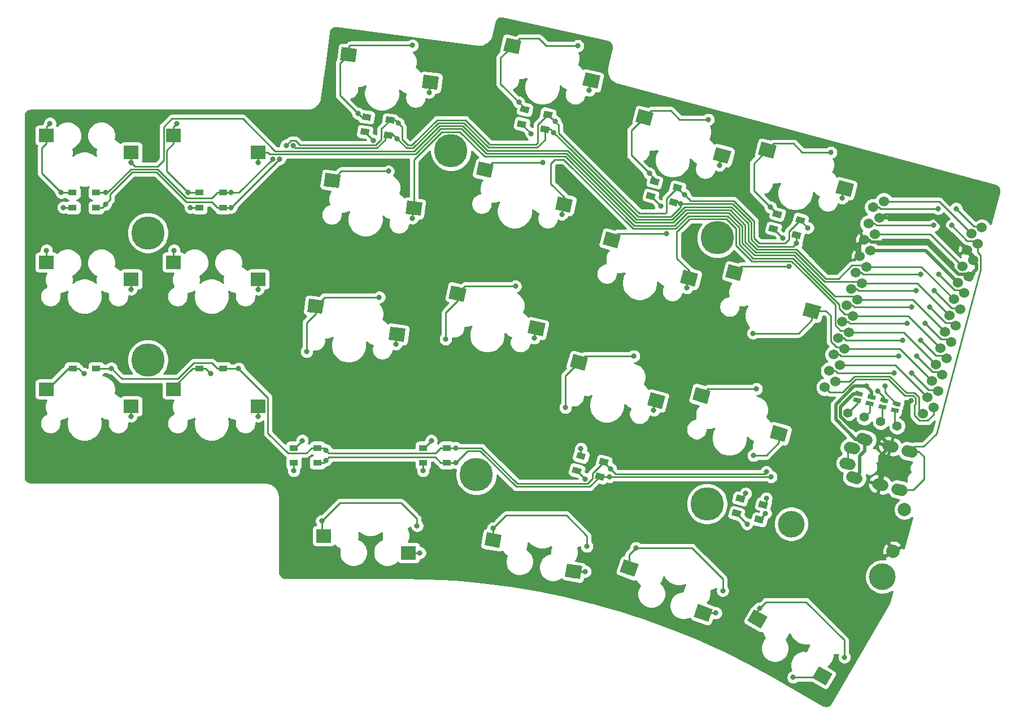
<source format=gtl>
G04 #@! TF.GenerationSoftware,KiCad,Pcbnew,(5.1.2)-1*
G04 #@! TF.CreationDate,2019-06-14T17:52:14+09:00*
G04 #@! TF.ProjectId,adelie,6164656c-6965-42e6-9b69-6361645f7063,rev?*
G04 #@! TF.SameCoordinates,Original*
G04 #@! TF.FileFunction,Copper,L1,Top*
G04 #@! TF.FilePolarity,Positive*
%FSLAX46Y46*%
G04 Gerber Fmt 4.6, Leading zero omitted, Abs format (unit mm)*
G04 Created by KiCad (PCBNEW (5.1.2)-1) date 2019-06-14 17:52:14*
%MOMM*%
%LPD*%
G04 APERTURE LIST*
%ADD10C,4.000000*%
%ADD11C,2.000000*%
%ADD12C,0.100000*%
%ADD13C,1.524000*%
%ADD14R,2.300000X2.000000*%
%ADD15R,1.300000X0.950000*%
%ADD16C,5.000000*%
%ADD17C,0.950000*%
%ADD18C,1.700000*%
%ADD19C,1.700000*%
%ADD20C,1.397000*%
%ADD21C,0.635000*%
%ADD22C,0.800000*%
%ADD23C,0.250000*%
%ADD24C,0.500000*%
%ADD25C,0.254000*%
G04 APERTURE END LIST*
D10*
X214666040Y-137162540D03*
X200992825Y-129277968D03*
D11*
X187544402Y-109976866D03*
D12*
G36*
X188914036Y-109308582D02*
G01*
X188396398Y-111240434D01*
X186174768Y-110645150D01*
X186692406Y-108713298D01*
X188914036Y-109308582D01*
X188914036Y-109308582D01*
G37*
D11*
X199154260Y-115717320D03*
D12*
G36*
X200523894Y-115049036D02*
G01*
X200006256Y-116980888D01*
X197784626Y-116385604D01*
X198302264Y-114453752D01*
X200523894Y-115049036D01*
X200523894Y-115049036D01*
G37*
D11*
X134648420Y-58836560D03*
D12*
G36*
X135919108Y-57995220D02*
G01*
X135658055Y-59978110D01*
X133377732Y-59677900D01*
X133638785Y-57695010D01*
X135919108Y-57995220D01*
X135919108Y-57995220D01*
G37*
D11*
X146908234Y-63012513D03*
D12*
G36*
X148178922Y-62171173D02*
G01*
X147917869Y-64154063D01*
X145637546Y-63853853D01*
X145898599Y-61870963D01*
X148178922Y-62171173D01*
X148178922Y-62171173D01*
G37*
D13*
X214863046Y-80873722D03*
X214205645Y-83327174D03*
X213548245Y-85780625D03*
X212890844Y-88234077D03*
X212233444Y-90687529D03*
X211576044Y-93140980D03*
X210918643Y-95594432D03*
X210261243Y-98047883D03*
X209603843Y-100501335D03*
X208946442Y-102954787D03*
X208289042Y-105408238D03*
X207631641Y-107861690D03*
X222333033Y-111800916D03*
X222990433Y-109347464D03*
X223647833Y-106894012D03*
X224305234Y-104440561D03*
X224962634Y-101987109D03*
X225620034Y-99533658D03*
X226277435Y-97080206D03*
X226934835Y-94626754D03*
X227592236Y-92173303D03*
X228249636Y-89719851D03*
X228907036Y-87266400D03*
X229564437Y-84812948D03*
X213253141Y-81757150D03*
X212595741Y-84210602D03*
X211938341Y-86664054D03*
X211280940Y-89117505D03*
X210623540Y-91570957D03*
X209966139Y-94024408D03*
X209308739Y-96477860D03*
X208651339Y-98931312D03*
X207993938Y-101384763D03*
X207336538Y-103838215D03*
X206679138Y-106291666D03*
X206021737Y-108745118D03*
X220742447Y-112689520D03*
X221399847Y-110236069D03*
X222057248Y-107782617D03*
X222714648Y-105329165D03*
X223372048Y-102875714D03*
X224029449Y-100422262D03*
X224686849Y-97968811D03*
X225344249Y-95515359D03*
X226001650Y-93061907D03*
X226659050Y-90608456D03*
X227316451Y-88155004D03*
X227973851Y-85701553D03*
D11*
X197401660Y-73174860D03*
D12*
G36*
X198771294Y-72506576D02*
G01*
X198253656Y-74438428D01*
X196032026Y-73843144D01*
X196549664Y-71911292D01*
X198771294Y-72506576D01*
X198771294Y-72506576D01*
G37*
D11*
X209011518Y-78915314D03*
D12*
G36*
X210381152Y-78247030D02*
G01*
X209863514Y-80178882D01*
X207641884Y-79583598D01*
X208159522Y-77651746D01*
X210381152Y-78247030D01*
X210381152Y-78247030D01*
G37*
D14*
X108382040Y-90005540D03*
X121082040Y-92545540D03*
D11*
X132161760Y-77716380D03*
D12*
G36*
X133432448Y-76875040D02*
G01*
X133171395Y-78857930D01*
X130891072Y-78557720D01*
X131152125Y-76574830D01*
X133432448Y-76875040D01*
X133432448Y-76875040D01*
G37*
D11*
X144421574Y-81892333D03*
D12*
G36*
X145692262Y-81050993D02*
G01*
X145431209Y-83033883D01*
X143150886Y-82733673D01*
X143411939Y-80750783D01*
X145692262Y-81050993D01*
X145692262Y-81050993D01*
G37*
D11*
X205655258Y-152058304D03*
D12*
G36*
X204159329Y-152349329D02*
G01*
X205159329Y-150617279D01*
X207151187Y-151767279D01*
X206151187Y-153499329D01*
X204159329Y-152349329D01*
X204159329Y-152349329D01*
G37*
D11*
X195926735Y-143508600D03*
D12*
G36*
X194430806Y-143799625D02*
G01*
X195430806Y-142067575D01*
X197422664Y-143217575D01*
X196422664Y-144949625D01*
X194430806Y-143799625D01*
X194430806Y-143799625D01*
G37*
D14*
X143602400Y-133595100D03*
X130902400Y-131055100D03*
D11*
X169154320Y-105034080D03*
D12*
G36*
X170523954Y-104365796D02*
G01*
X170006316Y-106297648D01*
X167784686Y-105702364D01*
X168302324Y-103770512D01*
X170523954Y-104365796D01*
X170523954Y-104365796D01*
G37*
D11*
X180764178Y-110774534D03*
D12*
G36*
X182133812Y-110106250D02*
G01*
X181616174Y-112038102D01*
X179394544Y-111442818D01*
X179912182Y-109510966D01*
X182133812Y-110106250D01*
X182133812Y-110106250D01*
G37*
D11*
X150957760Y-94696280D03*
D12*
G36*
X152296940Y-93968890D02*
G01*
X151864061Y-95921482D01*
X149618580Y-95423670D01*
X150051459Y-93471078D01*
X152296940Y-93968890D01*
X152296940Y-93968890D01*
G37*
D11*
X162806962Y-99924855D03*
D12*
G36*
X164146142Y-99197465D02*
G01*
X163713263Y-101150057D01*
X161467782Y-100652245D01*
X161900661Y-98699653D01*
X164146142Y-99197465D01*
X164146142Y-99197465D01*
G37*
D11*
X129672560Y-96611440D03*
D12*
G36*
X130943248Y-95770100D02*
G01*
X130682195Y-97752990D01*
X128401872Y-97452780D01*
X128662925Y-95469890D01*
X130943248Y-95770100D01*
X130943248Y-95770100D01*
G37*
D11*
X141932374Y-100787393D03*
D12*
G36*
X143203062Y-99946053D02*
G01*
X142942009Y-101928943D01*
X140661686Y-101628733D01*
X140922739Y-99645843D01*
X143203062Y-99946053D01*
X143203062Y-99946053D01*
G37*
D14*
X108382040Y-109055540D03*
X121082040Y-111595540D03*
X89332040Y-109055540D03*
X102032040Y-111595540D03*
D11*
X192474542Y-91572026D03*
D12*
G36*
X193844176Y-90903742D02*
G01*
X193326538Y-92835594D01*
X191104908Y-92240310D01*
X191622546Y-90308458D01*
X193844176Y-90903742D01*
X193844176Y-90903742D01*
G37*
D11*
X204084400Y-97312480D03*
D12*
G36*
X205454034Y-96644196D02*
G01*
X204936396Y-98576048D01*
X202714766Y-97980764D01*
X203232404Y-96048912D01*
X205454034Y-96644196D01*
X205454034Y-96644196D01*
G37*
D11*
X174081920Y-86641940D03*
D12*
G36*
X175451554Y-85973656D02*
G01*
X174933916Y-87905508D01*
X172712286Y-87310224D01*
X173229924Y-85378372D01*
X175451554Y-85973656D01*
X175451554Y-85973656D01*
G37*
D11*
X185691778Y-92382394D03*
D12*
G36*
X187061412Y-91714110D02*
G01*
X186543774Y-93645962D01*
X184322144Y-93050678D01*
X184839782Y-91118826D01*
X187061412Y-91714110D01*
X187061412Y-91714110D01*
G37*
D11*
X155075100Y-76113640D03*
D12*
G36*
X156414280Y-75386250D02*
G01*
X155981401Y-77338842D01*
X153735920Y-76841030D01*
X154168799Y-74888438D01*
X156414280Y-75386250D01*
X156414280Y-75386250D01*
G37*
D11*
X166924302Y-81342215D03*
D12*
G36*
X168263482Y-80614825D02*
G01*
X167830603Y-82567417D01*
X165585122Y-82069605D01*
X166018001Y-80117013D01*
X168263482Y-80614825D01*
X168263482Y-80614825D01*
G37*
D14*
X89332040Y-90005540D03*
X102032040Y-92545540D03*
D11*
X179012060Y-68247260D03*
D12*
G36*
X180381694Y-67578976D02*
G01*
X179864056Y-69510828D01*
X177642426Y-68915544D01*
X178160064Y-66983692D01*
X180381694Y-67578976D01*
X180381694Y-67578976D01*
G37*
D11*
X190621918Y-73987714D03*
D12*
G36*
X191991552Y-73319430D02*
G01*
X191473914Y-75251282D01*
X189252284Y-74655998D01*
X189769922Y-72724146D01*
X191991552Y-73319430D01*
X191991552Y-73319430D01*
G37*
D11*
X159197520Y-57520840D03*
D12*
G36*
X160536700Y-56793450D02*
G01*
X160103821Y-58746042D01*
X157858340Y-58248230D01*
X158291219Y-56295638D01*
X160536700Y-56793450D01*
X160536700Y-56793450D01*
G37*
D11*
X171046722Y-62749415D03*
D12*
G36*
X172385902Y-62022025D02*
G01*
X171953023Y-63974617D01*
X169707542Y-63476805D01*
X170140421Y-61524213D01*
X172385902Y-62022025D01*
X172385902Y-62022025D01*
G37*
D14*
X108382040Y-70955540D03*
X121082040Y-73495540D03*
X89332040Y-70955540D03*
X102032040Y-73495540D03*
D15*
X129977626Y-120068340D03*
X126427626Y-120068340D03*
D16*
X153781151Y-121898017D03*
X149983140Y-73279740D03*
X188369645Y-126245861D03*
X189913740Y-86329520D03*
X104544340Y-104642920D03*
X104544340Y-85592920D03*
D15*
X96810040Y-79567675D03*
X93260040Y-79567675D03*
X112289526Y-79567675D03*
X115839526Y-79567675D03*
D17*
X137341225Y-68223856D03*
D12*
G36*
X138047664Y-67837762D02*
G01*
X137923664Y-68779634D01*
X136634786Y-68609950D01*
X136758786Y-67668078D01*
X138047664Y-67837762D01*
X138047664Y-67837762D01*
G37*
D17*
X140860855Y-68687224D03*
D12*
G36*
X141567294Y-68301130D02*
G01*
X141443294Y-69243002D01*
X140154416Y-69073318D01*
X140278416Y-68131446D01*
X141567294Y-68301130D01*
X141567294Y-68301130D01*
G37*
D17*
X164519465Y-67823720D03*
D12*
G36*
X165256866Y-67500665D02*
G01*
X165051249Y-68428146D01*
X163782064Y-68146775D01*
X163987681Y-67219294D01*
X165256866Y-67500665D01*
X165256866Y-67500665D01*
G37*
D17*
X161053615Y-67055360D03*
D12*
G36*
X161791016Y-66732305D02*
G01*
X161585399Y-67659786D01*
X160316214Y-67378415D01*
X160521831Y-66450934D01*
X161791016Y-66732305D01*
X161791016Y-66732305D01*
G37*
D17*
X180503004Y-77901771D03*
D12*
G36*
X181253795Y-77611189D02*
G01*
X181007917Y-78528818D01*
X179752213Y-78192353D01*
X179998091Y-77274724D01*
X181253795Y-77611189D01*
X181253795Y-77611189D01*
G37*
D17*
X183932040Y-78820579D03*
D12*
G36*
X184682831Y-78529997D02*
G01*
X184436953Y-79447626D01*
X183181249Y-79111161D01*
X183427127Y-78193532D01*
X184682831Y-78529997D01*
X184682831Y-78529997D01*
G37*
D17*
X202334340Y-83684679D03*
D12*
G36*
X203085131Y-83394097D02*
G01*
X202839253Y-84311726D01*
X201583549Y-83975261D01*
X201829427Y-83057632D01*
X203085131Y-83394097D01*
X203085131Y-83394097D01*
G37*
D17*
X198905304Y-82765871D03*
D12*
G36*
X199656095Y-82475289D02*
G01*
X199410217Y-83392918D01*
X198154513Y-83056453D01*
X198400391Y-82138824D01*
X199656095Y-82475289D01*
X199656095Y-82475289D01*
G37*
D15*
X96810040Y-81790540D03*
X93260040Y-81790540D03*
X115839526Y-81790540D03*
X112289526Y-81790540D03*
D17*
X140589341Y-70909724D03*
D12*
G36*
X141295780Y-70523630D02*
G01*
X141171780Y-71465502D01*
X139882902Y-71295818D01*
X140006902Y-70353946D01*
X141295780Y-70523630D01*
X141295780Y-70523630D01*
G37*
D17*
X137069711Y-70446356D03*
D12*
G36*
X137776150Y-70060262D02*
G01*
X137652150Y-71002134D01*
X136363272Y-70832450D01*
X136487272Y-69890578D01*
X137776150Y-70060262D01*
X137776150Y-70060262D01*
G37*
D17*
X160591601Y-69277860D03*
D12*
G36*
X161329002Y-68954805D02*
G01*
X161123385Y-69882286D01*
X159854200Y-69600915D01*
X160059817Y-68673434D01*
X161329002Y-68954805D01*
X161329002Y-68954805D01*
G37*
D17*
X164057451Y-70046220D03*
D12*
G36*
X164794852Y-69723165D02*
G01*
X164589235Y-70650646D01*
X163320050Y-70369275D01*
X163525667Y-69441794D01*
X164794852Y-69723165D01*
X164794852Y-69723165D01*
G37*
D17*
X183346044Y-80979944D03*
D12*
G36*
X184096835Y-80689362D02*
G01*
X183850957Y-81606991D01*
X182595253Y-81270526D01*
X182841131Y-80352897D01*
X184096835Y-80689362D01*
X184096835Y-80689362D01*
G37*
D17*
X179917008Y-80061136D03*
D12*
G36*
X180667799Y-79770554D02*
G01*
X180421921Y-80688183D01*
X179166217Y-80351718D01*
X179412095Y-79434089D01*
X180667799Y-79770554D01*
X180667799Y-79770554D01*
G37*
D17*
X198316308Y-84988736D03*
D12*
G36*
X199067099Y-84698154D02*
G01*
X198821221Y-85615783D01*
X197565517Y-85279318D01*
X197811395Y-84361689D01*
X199067099Y-84698154D01*
X199067099Y-84698154D01*
G37*
D17*
X201745344Y-85907544D03*
D12*
G36*
X202496135Y-85616962D02*
G01*
X202250257Y-86534591D01*
X200994553Y-86198126D01*
X201240431Y-85280497D01*
X202496135Y-85616962D01*
X202496135Y-85616962D01*
G37*
D15*
X93265040Y-105922540D03*
X96815040Y-105922540D03*
X115856040Y-105924540D03*
X112306040Y-105924540D03*
X126427626Y-117845475D03*
X129977626Y-117845475D03*
X149329426Y-117845475D03*
X145779426Y-117845475D03*
D17*
X172890944Y-119992079D03*
D12*
G36*
X173641735Y-119701497D02*
G01*
X173395857Y-120619126D01*
X172140153Y-120282661D01*
X172386031Y-119365032D01*
X173641735Y-119701497D01*
X173641735Y-119701497D01*
G37*
D17*
X169461908Y-119073271D03*
D12*
G36*
X170212699Y-118782689D02*
G01*
X169966821Y-119700318D01*
X168711117Y-119363853D01*
X168956995Y-118446224D01*
X170212699Y-118782689D01*
X170212699Y-118782689D01*
G37*
D17*
X196785163Y-126400265D03*
D12*
G36*
X197535954Y-126109683D02*
G01*
X197290076Y-127027312D01*
X196034372Y-126690847D01*
X196280250Y-125773218D01*
X197535954Y-126109683D01*
X197535954Y-126109683D01*
G37*
D17*
X193356127Y-125481457D03*
D12*
G36*
X194106918Y-125190875D02*
G01*
X193861040Y-126108504D01*
X192605336Y-125772039D01*
X192851214Y-124854410D01*
X194106918Y-125190875D01*
X194106918Y-125190875D01*
G37*
D15*
X145779426Y-120068340D03*
X149329426Y-120068340D03*
D17*
X168844422Y-121272636D03*
D12*
G36*
X169595213Y-120982054D02*
G01*
X169349335Y-121899683D01*
X168093631Y-121563218D01*
X168339509Y-120645589D01*
X169595213Y-120982054D01*
X169595213Y-120982054D01*
G37*
D17*
X172273458Y-122191444D03*
D12*
G36*
X173024249Y-121900862D02*
G01*
X172778371Y-122818491D01*
X171522667Y-122482026D01*
X171768545Y-121564397D01*
X173024249Y-121900862D01*
X173024249Y-121900862D01*
G37*
D17*
X192774609Y-127684053D03*
D12*
G36*
X193525400Y-127393471D02*
G01*
X193279522Y-128311100D01*
X192023818Y-127974635D01*
X192269696Y-127057006D01*
X193525400Y-127393471D01*
X193525400Y-127393471D01*
G37*
D17*
X196203645Y-128602861D03*
D12*
G36*
X196954436Y-128312279D02*
G01*
X196708558Y-129229908D01*
X195452854Y-128893443D01*
X195698732Y-127975814D01*
X196954436Y-128312279D01*
X196954436Y-128312279D01*
G37*
D18*
X211996457Y-116589889D03*
D19*
X212382827Y-116693417D02*
X211610087Y-116486361D01*
D18*
X209460529Y-120258549D03*
D19*
X209846899Y-120362077D02*
X209074159Y-120155021D01*
D18*
X218757938Y-118401623D03*
D19*
X219144308Y-118505151D02*
X218371568Y-118298095D01*
D18*
X215860161Y-117625166D03*
D19*
X216246531Y-117728694D02*
X215473791Y-117521638D01*
D18*
X217217965Y-124148881D03*
D19*
X217604335Y-124252409D02*
X216831595Y-124045353D01*
D18*
X214320187Y-123372424D03*
D19*
X214706557Y-123475952D02*
X213933817Y-123268896D01*
D18*
X210456484Y-122337148D03*
D19*
X210842854Y-122440676D02*
X210070114Y-122233620D01*
D18*
X210094635Y-117892031D03*
D19*
X210481005Y-117995559D02*
X209708265Y-117788503D01*
D20*
X209499740Y-112598000D03*
X211953192Y-113255400D03*
X214406643Y-113912801D03*
X216860095Y-114570201D03*
D21*
X216771520Y-111240140D03*
D12*
G36*
X217241372Y-111694737D02*
G01*
X216137318Y-111398906D01*
X216301668Y-110785543D01*
X217405722Y-111081374D01*
X217241372Y-111694737D01*
X217241372Y-111694737D01*
G37*
D21*
X216512504Y-112206800D03*
D12*
G36*
X216982356Y-112661397D02*
G01*
X215878302Y-112365566D01*
X216042652Y-111752203D01*
X217146706Y-112048034D01*
X216982356Y-112661397D01*
X216982356Y-112661397D01*
G37*
D21*
X214640524Y-111703880D03*
D12*
G36*
X215110376Y-112158477D02*
G01*
X214006322Y-111862646D01*
X214170672Y-111249283D01*
X215274726Y-111545114D01*
X215110376Y-112158477D01*
X215110376Y-112158477D01*
G37*
D21*
X214899540Y-110737220D03*
D12*
G36*
X215369392Y-111191817D02*
G01*
X214265338Y-110895986D01*
X214429688Y-110282623D01*
X215533742Y-110578454D01*
X215369392Y-111191817D01*
X215369392Y-111191817D01*
G37*
D21*
X213025020Y-110235380D03*
D12*
G36*
X213494872Y-110689977D02*
G01*
X212390818Y-110394146D01*
X212555168Y-109780783D01*
X213659222Y-110076614D01*
X213494872Y-110689977D01*
X213494872Y-110689977D01*
G37*
D21*
X212766004Y-111202040D03*
D12*
G36*
X213235856Y-111656637D02*
G01*
X212131802Y-111360806D01*
X212296152Y-110747443D01*
X213400206Y-111043274D01*
X213235856Y-111656637D01*
X213235856Y-111656637D01*
G37*
D21*
X210892740Y-110701000D03*
D12*
G36*
X211362592Y-111155597D02*
G01*
X210258538Y-110859766D01*
X210422888Y-110246403D01*
X211526942Y-110542234D01*
X211362592Y-111155597D01*
X211362592Y-111155597D01*
G37*
D21*
X211151756Y-109734340D03*
D12*
G36*
X211621608Y-110188937D02*
G01*
X210517554Y-109893106D01*
X210681904Y-109279743D01*
X211785958Y-109575574D01*
X211621608Y-110188937D01*
X211621608Y-110188937D01*
G37*
D11*
X217942640Y-127104140D03*
X216260316Y-133382658D03*
X156300779Y-131677577D03*
D12*
G36*
X154994602Y-132462689D02*
G01*
X155341898Y-130493074D01*
X157606956Y-130892465D01*
X157259660Y-132862080D01*
X154994602Y-132462689D01*
X154994602Y-132462689D01*
G37*
D11*
X168366772Y-136384320D03*
D12*
G36*
X167060595Y-137169432D02*
G01*
X167407891Y-135199817D01*
X169672949Y-135599208D01*
X169325653Y-137568823D01*
X167060595Y-137169432D01*
X167060595Y-137169432D01*
G37*
D11*
X187776750Y-142624602D03*
D12*
G36*
X186354083Y-143170971D02*
G01*
X187038124Y-141291586D01*
X189199417Y-142078233D01*
X188515376Y-143957618D01*
X186354083Y-143170971D01*
X186354083Y-143170971D01*
G37*
D11*
X176711385Y-135894127D03*
D12*
G36*
X175288718Y-136440496D02*
G01*
X175972759Y-134561111D01*
X178134052Y-135347758D01*
X177450011Y-137227143D01*
X175288718Y-136440496D01*
X175288718Y-136440496D01*
G37*
D22*
X142067544Y-69138305D03*
X184968447Y-79856986D03*
X203485047Y-84835386D03*
X117039905Y-79567675D03*
X98194905Y-79567675D03*
X219054147Y-96681433D03*
X221753147Y-96681433D03*
X123255246Y-74505746D03*
X165571662Y-68875918D03*
X125284246Y-72476746D03*
X91557173Y-79567675D03*
X89866691Y-69170889D03*
X110607173Y-79567675D03*
X108917041Y-69170539D03*
X144198642Y-57463680D03*
X136022420Y-67660660D03*
X160152951Y-65998969D03*
X168981675Y-57518353D03*
X188554659Y-68593565D03*
X179711715Y-76666205D03*
X206944259Y-73521165D03*
X197889337Y-81749903D03*
X89348801Y-88220539D03*
X91882440Y-81790540D03*
X141912829Y-71477604D03*
X184393503Y-81254474D03*
X117043454Y-81790540D03*
X201745344Y-87167436D03*
X98184540Y-81316040D03*
X218397696Y-99134884D03*
X221094696Y-99134884D03*
X124329247Y-74504747D03*
X165392835Y-70520745D03*
X126355247Y-72478747D03*
X108452141Y-88220539D03*
X110909580Y-81790540D03*
X140603353Y-76343500D03*
X138323137Y-71699783D03*
X163759742Y-75011640D03*
X162006891Y-70693149D03*
X182309718Y-85673444D03*
X181443026Y-81587154D03*
X200702340Y-90603530D03*
X199744766Y-86417194D03*
X94965041Y-106722541D03*
X99083718Y-105922540D03*
X131227775Y-118195625D03*
X217704040Y-101719540D03*
X220399040Y-101719540D03*
X150713758Y-117845475D03*
X197243708Y-125409310D03*
X173927685Y-121028821D03*
X197243708Y-121459798D03*
X118146042Y-105924540D03*
X114006041Y-106724541D03*
X139222782Y-95238560D03*
X128343961Y-103428979D03*
X127699261Y-116748841D03*
X159642402Y-93594280D03*
X149179891Y-101526209D03*
X147042401Y-116757501D03*
X177382118Y-104065584D03*
X167153040Y-111810560D03*
X169461908Y-117957352D03*
X195772200Y-109008370D03*
X194153275Y-124684309D03*
X131230133Y-119715833D03*
X217079792Y-104041788D03*
X219778792Y-104041788D03*
X150726093Y-120068340D03*
X197138645Y-127667861D03*
X173721062Y-122191444D03*
X197973962Y-122191444D03*
X145315040Y-133592540D03*
X126427626Y-121281954D03*
X170120040Y-136385540D03*
X145779426Y-121275154D03*
X170074183Y-122502397D03*
X189686040Y-142625540D03*
X212234040Y-108609540D03*
X222329040Y-84474540D03*
X225031040Y-84474540D03*
X218008596Y-112272117D03*
X218941264Y-110773764D03*
X219713599Y-94227981D03*
X222413599Y-94227981D03*
X213942799Y-109318299D03*
X220365050Y-91774530D03*
X223071040Y-91773540D03*
X215067799Y-108587781D03*
X102031944Y-75023889D03*
X102032280Y-113106200D03*
X102034820Y-94058740D03*
X121079944Y-75022889D03*
X121082280Y-94056200D03*
X121084820Y-113103660D03*
X146708340Y-64505840D03*
X144219140Y-83388200D03*
X141732480Y-102283260D03*
X144898040Y-129544540D03*
X130602499Y-128807999D03*
X170718960Y-64223900D03*
X166601620Y-82816700D03*
X162474120Y-101396800D03*
X170349040Y-132619540D03*
X156300779Y-129922019D03*
X180383660Y-112234980D03*
X190233780Y-75448160D03*
X185313800Y-93840300D03*
X190717996Y-139280584D03*
X177721182Y-132851398D03*
X208638620Y-80375760D03*
X208953323Y-149263257D03*
X195257040Y-100663540D03*
X195311029Y-118987477D03*
X196254068Y-141926568D03*
X216376040Y-106662540D03*
X219075040Y-106662540D03*
X201279916Y-152268664D03*
X194363068Y-129272512D03*
X223006857Y-81960723D03*
X225703040Y-81961540D03*
D23*
X187856370Y-80804463D02*
X187856368Y-80804465D01*
X140860855Y-68687224D02*
X141616463Y-68687224D01*
X141616463Y-68687224D02*
X142067544Y-69138305D01*
X142067544Y-69138305D02*
X142067544Y-69138305D01*
X185915924Y-80804463D02*
X184968447Y-79856986D01*
X187856370Y-80804463D02*
X185915924Y-80804463D01*
X184968447Y-79856986D02*
X183932040Y-78820579D01*
X203485047Y-84835386D02*
X202334340Y-83684679D01*
X117039905Y-79567675D02*
X115839526Y-79567675D01*
X176312964Y-80804464D02*
X176315529Y-80804464D01*
X162995040Y-69348145D02*
X164519465Y-67823720D01*
X162995040Y-72086993D02*
X162995040Y-69348145D01*
X155812520Y-72345100D02*
X162736933Y-72345100D01*
X152122122Y-68654702D02*
X155812520Y-72345100D01*
X147881539Y-68654703D02*
X152122122Y-68654702D01*
X162736933Y-72345100D02*
X162995040Y-72086993D01*
X142637830Y-69708591D02*
X142637830Y-71566195D01*
X142067544Y-69138305D02*
X142637830Y-69708591D01*
X143496418Y-72424783D02*
X144111455Y-72424783D01*
X144111455Y-72424783D02*
X144390728Y-72145510D01*
X142637830Y-71566195D02*
X143496418Y-72424783D01*
X144390728Y-72145510D02*
X147881539Y-68654703D01*
X176315528Y-80804463D02*
X176312964Y-80804464D01*
X178209458Y-82698393D02*
X176315528Y-80804463D01*
X183932040Y-78820579D02*
X183473495Y-79279124D01*
X183473495Y-79279124D02*
X183455268Y-79279124D01*
X183455268Y-79279124D02*
X182270243Y-80464149D01*
X182270243Y-80464149D02*
X182270243Y-82548097D01*
X182270243Y-82548097D02*
X182119947Y-82698393D01*
X182119947Y-82698393D02*
X178209458Y-82698393D01*
X200669543Y-86565419D02*
X200669543Y-85349476D01*
X187856370Y-80804463D02*
X192388140Y-80804463D01*
X200669543Y-85349476D02*
X202334340Y-83684679D01*
X195438795Y-83855114D02*
X195438795Y-86407405D01*
X195438795Y-86407405D02*
X196201614Y-87170224D01*
X196201614Y-87170224D02*
X200064738Y-87170224D01*
X192388140Y-80804463D02*
X195438795Y-83855114D01*
X200064738Y-87170224D02*
X200669543Y-86565419D01*
X97710040Y-79567675D02*
X96810040Y-79567675D01*
X106012036Y-76045540D02*
X102029042Y-76045540D01*
X114139525Y-80367676D02*
X110334172Y-80367676D01*
X114939526Y-79567675D02*
X114139525Y-80367676D01*
X115839526Y-79567675D02*
X114939526Y-79567675D01*
X97710040Y-79567675D02*
X98194905Y-79567675D01*
X98506907Y-79567675D02*
X102029042Y-76045540D01*
X98194905Y-79567675D02*
X98506907Y-79567675D01*
X210396882Y-96681433D02*
X219054147Y-96681433D01*
X209308739Y-96477860D02*
X210193309Y-96477860D01*
X210193309Y-96477860D02*
X210396882Y-96681433D01*
X225142188Y-99055812D02*
X225620034Y-99533658D01*
X221753147Y-96681433D02*
X224127526Y-99055812D01*
X224127526Y-99055812D02*
X225142188Y-99055812D01*
X106012036Y-76045540D02*
X110334172Y-80367676D01*
X118193317Y-79567675D02*
X123255246Y-74505746D01*
X117039905Y-79567675D02*
X118193317Y-79567675D01*
X165135140Y-68439395D02*
X164519465Y-67823720D01*
X166117836Y-69422091D02*
X165571662Y-68875918D01*
X166117836Y-70609336D02*
X166117836Y-69422091D01*
X176312964Y-80804464D02*
X166117836Y-70609336D01*
X165571662Y-68875918D02*
X165135140Y-68439395D01*
X139557892Y-69990187D02*
X140860855Y-68687224D01*
X126007246Y-71753746D02*
X126703248Y-71753746D01*
X125284246Y-72476746D02*
X126007246Y-71753746D01*
X126703248Y-71753746D02*
X127374286Y-72424785D01*
X127374286Y-72424785D02*
X138671138Y-72424784D01*
X138671138Y-72424784D02*
X139557892Y-71538030D01*
X139557892Y-71538030D02*
X139557892Y-69990187D01*
X92360040Y-79567675D02*
X93260040Y-79567675D01*
X91557173Y-79567675D02*
X91557173Y-79567675D01*
X88677039Y-76687541D02*
X91557173Y-79567675D01*
X88677039Y-72860541D02*
X88677039Y-76687541D01*
X89332040Y-72205540D02*
X88677039Y-72860541D01*
X89332040Y-70955540D02*
X89332040Y-72205540D01*
X91557173Y-79567675D02*
X92360040Y-79567675D01*
X89332040Y-69705540D02*
X89866691Y-69170889D01*
X89332040Y-70955540D02*
X89332040Y-69705540D01*
X89866691Y-69170889D02*
X89866691Y-69170889D01*
X110607173Y-79567675D02*
X110607173Y-79567675D01*
X112289526Y-79567675D02*
X110607173Y-79567675D01*
X110607173Y-79567675D02*
X107727039Y-76687541D01*
X108381389Y-70954889D02*
X108382040Y-70955540D01*
X108382040Y-69705540D02*
X108917041Y-69170539D01*
X108382040Y-70955540D02*
X108382040Y-69705540D01*
X108917041Y-69170539D02*
X108917041Y-69170539D01*
X108382040Y-72205540D02*
X107357049Y-73230531D01*
X108382040Y-70955540D02*
X108382040Y-72205540D01*
X107357049Y-76317551D02*
X107727039Y-76687541D01*
X107357049Y-73230531D02*
X107357049Y-76317551D01*
X134648420Y-58836560D02*
X135527284Y-58836560D01*
X133686422Y-59798558D02*
X134648420Y-58836560D01*
X133319821Y-60165159D02*
X133686422Y-59798558D01*
X133319821Y-64958060D02*
X133319821Y-60165159D01*
X136585617Y-68223856D02*
X136022420Y-67660660D01*
X137341225Y-68223856D02*
X136585617Y-68223856D01*
X143632957Y-57463680D02*
X144198642Y-57463680D01*
X134912671Y-57463680D02*
X143632957Y-57463680D01*
X134648420Y-57727931D02*
X134912671Y-57463680D01*
X134648420Y-58836560D02*
X134648420Y-57727931D01*
X136022420Y-67660660D02*
X133319821Y-64958060D01*
X158288402Y-58429958D02*
X159197520Y-57520840D01*
X157419651Y-59298709D02*
X158288402Y-58429958D01*
X157419651Y-63265669D02*
X157419651Y-59298709D01*
X161053615Y-66899633D02*
X160152951Y-65998969D01*
X161053615Y-67055360D02*
X161053615Y-66899633D01*
X160152951Y-65998969D02*
X157419651Y-63265669D01*
X160299520Y-56418840D02*
X159197520Y-57520840D01*
X163149958Y-56418840D02*
X160299520Y-56418840D01*
X168981675Y-57518353D02*
X164249471Y-57518353D01*
X164249471Y-57518353D02*
X163149958Y-56418840D01*
X179899266Y-67360054D02*
X179012060Y-68247260D01*
X179980556Y-67278764D02*
X179899266Y-67360054D01*
X182930034Y-67278764D02*
X179980556Y-67278764D01*
X184244835Y-68593565D02*
X182930034Y-67278764D01*
X188554659Y-68593565D02*
X184244835Y-68593565D01*
X178124854Y-69134466D02*
X179012060Y-68247260D01*
X177010780Y-70248540D02*
X178124854Y-69134466D01*
X177010780Y-73965269D02*
X177010780Y-70248540D01*
X180503004Y-77457493D02*
X179711715Y-76666205D01*
X180503004Y-77901771D02*
X180503004Y-77457493D01*
X179711715Y-76666205D02*
X177010780Y-73965269D01*
X198288866Y-72287654D02*
X197401660Y-73174860D01*
X198370156Y-72206364D02*
X198288866Y-72287654D01*
X201319634Y-72206364D02*
X198370156Y-72206364D01*
X202634435Y-73521165D02*
X201319634Y-72206364D01*
X206944259Y-73521165D02*
X202634435Y-73521165D01*
X196514454Y-74062066D02*
X197401660Y-73174860D01*
X195400380Y-75176140D02*
X196514454Y-74062066D01*
X195400380Y-79260947D02*
X195400380Y-75176140D01*
X198905304Y-82765871D02*
X197889337Y-81749903D01*
X197889337Y-81749903D02*
X195400380Y-79260947D01*
X89332040Y-88237300D02*
X89348801Y-88220539D01*
X89332040Y-90005540D02*
X89332040Y-88237300D01*
X91882440Y-81790540D02*
X93260040Y-81790540D01*
X184118973Y-80979944D02*
X184393503Y-81254474D01*
X183346044Y-80979944D02*
X184118973Y-80979944D01*
X140589341Y-70909724D02*
X141344949Y-70909724D01*
X141344949Y-70909724D02*
X141912829Y-71477604D01*
X184393503Y-81254474D02*
X184393503Y-81254474D01*
X176126563Y-81254473D02*
X176129128Y-81254473D01*
X143310018Y-72874793D02*
X141912829Y-71477604D01*
X144244887Y-72874793D02*
X143310018Y-72874793D01*
X115839526Y-81790540D02*
X117043454Y-81790540D01*
X201292547Y-87620233D02*
X201745344Y-87167436D01*
X196015214Y-87620234D02*
X201292547Y-87620233D01*
X194988785Y-86593805D02*
X196015214Y-87620234D01*
X194988785Y-84041514D02*
X194988785Y-86593805D01*
X184393503Y-81254474D02*
X192201741Y-81254473D01*
X192201741Y-81254473D02*
X194988785Y-84041514D01*
X201745344Y-85907544D02*
X201745344Y-87167436D01*
X96810040Y-81790540D02*
X97357044Y-81790540D01*
X115839526Y-81790540D02*
X114939526Y-81790540D01*
X114939526Y-81790540D02*
X114139525Y-80990539D01*
X114139525Y-80990539D02*
X110320625Y-80990539D01*
X110320625Y-80990539D02*
X105825636Y-76495550D01*
X105825636Y-76495550D02*
X102215442Y-76495550D01*
X102215442Y-76495550D02*
X98919906Y-79791086D01*
X97710040Y-81790540D02*
X96810040Y-81790540D01*
X98919906Y-80580674D02*
X98184540Y-81316040D01*
X98919906Y-79791086D02*
X98919906Y-80580674D01*
X98184540Y-81316040D02*
X97710040Y-81790540D01*
X209739482Y-99134884D02*
X218397696Y-99134884D01*
X208651339Y-98931312D02*
X209535910Y-98931312D01*
X209535910Y-98931312D02*
X209739482Y-99134884D01*
X224484788Y-101509263D02*
X224962634Y-101987109D01*
X223469075Y-101509263D02*
X224484788Y-101509263D01*
X221094696Y-99134884D02*
X223469075Y-101509263D01*
X117443453Y-81390541D02*
X124329247Y-74504747D01*
X117043454Y-81790540D02*
X117443453Y-81390541D01*
X164057451Y-70632752D02*
X164057451Y-70046220D01*
X144297855Y-72874793D02*
X148067938Y-69104712D01*
X148067938Y-69104712D02*
X151924711Y-69104711D01*
X151924711Y-69104711D02*
X155615110Y-72795110D01*
X155615110Y-72795110D02*
X162923334Y-72795109D01*
X162923334Y-72795109D02*
X164057451Y-71660992D01*
X164057451Y-71660992D02*
X164057451Y-70632752D01*
X168085490Y-73213400D02*
X176126563Y-81254473D01*
X164057451Y-70046220D02*
X164918310Y-70046220D01*
X164918310Y-70046220D02*
X165392835Y-70520745D01*
X165392835Y-70520745D02*
X168085490Y-73213400D01*
X140095270Y-71403795D02*
X140589341Y-70909724D01*
X140095270Y-71637062D02*
X140095270Y-71403795D01*
X138857539Y-72874793D02*
X140095270Y-71637062D01*
X126659294Y-72874794D02*
X138857539Y-72874793D01*
X126355247Y-72570747D02*
X126659294Y-72874794D01*
X126355247Y-72478747D02*
X126355247Y-72570747D01*
X178020493Y-83148403D02*
X176126563Y-81254473D01*
X182936167Y-83148402D02*
X178020493Y-83148403D01*
X184393503Y-81254474D02*
X184393503Y-81691066D01*
X184393503Y-81691066D02*
X182936167Y-83148402D01*
X108382040Y-88290640D02*
X108452141Y-88220539D01*
X108382040Y-90005540D02*
X108382040Y-88290640D01*
X110909580Y-81790540D02*
X112289526Y-81790540D01*
X133534640Y-76343500D02*
X140603353Y-76343500D01*
X132161760Y-77716380D02*
X133534640Y-76343500D01*
X137069711Y-70446357D02*
X138323137Y-71699783D01*
X137069711Y-70446356D02*
X137069711Y-70446357D01*
X156177100Y-75011640D02*
X163759742Y-75011640D01*
X155075100Y-76113640D02*
X156177100Y-75011640D01*
X160591602Y-69277860D02*
X162006891Y-70693149D01*
X160591601Y-69277860D02*
X160591602Y-69277860D01*
X175050416Y-85673444D02*
X182309718Y-85673444D01*
X174081920Y-86641940D02*
X175050416Y-85673444D01*
X181443026Y-81587154D02*
X179917008Y-80061136D01*
X193443038Y-90603530D02*
X200702340Y-90603530D01*
X192474542Y-91572026D02*
X193443038Y-90603530D01*
X199744766Y-86417194D02*
X198316308Y-84988736D01*
X92615040Y-105922540D02*
X93265040Y-105922540D01*
X89482040Y-109055540D02*
X92615040Y-105922540D01*
X89332040Y-109055540D02*
X89482040Y-109055540D01*
X94165040Y-105922540D02*
X94965041Y-106722541D01*
X93265040Y-105922540D02*
X94165040Y-105922540D01*
X130877626Y-117845475D02*
X129977626Y-117845475D01*
X131677627Y-118645476D02*
X131227775Y-118195625D01*
X114956040Y-105924540D02*
X115856040Y-105924540D01*
X99083718Y-105922540D02*
X99083718Y-105922540D01*
X96815040Y-105922540D02*
X99083718Y-105922540D01*
X131227775Y-118195625D02*
X130877626Y-117845475D01*
X125552216Y-118645476D02*
X122557041Y-115650301D01*
X128277625Y-118645476D02*
X125552216Y-118645476D01*
X129077626Y-117845475D02*
X128277625Y-118645476D01*
X129977626Y-117845475D02*
X129077626Y-117845475D01*
X209213286Y-101719540D02*
X217704040Y-101719540D01*
X207993938Y-101384763D02*
X208878509Y-101384763D01*
X208878509Y-101384763D02*
X209213286Y-101719540D01*
X223827388Y-103962715D02*
X224305234Y-104440561D01*
X222642215Y-103962715D02*
X223827388Y-103962715D01*
X220399040Y-101719540D02*
X222642215Y-103962715D01*
X171643636Y-121239387D02*
X171633919Y-121239387D01*
X171633919Y-121239387D02*
X171197657Y-121675649D01*
X171197657Y-121675649D02*
X171197657Y-122451925D01*
X172890944Y-119992079D02*
X171643636Y-121239387D01*
X114156039Y-105124539D02*
X114956040Y-105924540D01*
X111396039Y-105124539D02*
X114156039Y-105124539D01*
X109052657Y-107467921D02*
X111396039Y-105124539D01*
X100629099Y-107467921D02*
X109052657Y-107467921D01*
X99083718Y-105922540D02*
X100629099Y-107467921D01*
X147629425Y-118645476D02*
X131677627Y-118645476D01*
X149329426Y-117845475D02*
X148429426Y-117845475D01*
X148429426Y-117845475D02*
X147629425Y-118645476D01*
X150713758Y-117845475D02*
X149329426Y-117845475D01*
X197243708Y-125941720D02*
X196785163Y-126400265D01*
X197243708Y-125409310D02*
X197243708Y-125941720D01*
X173927685Y-121028821D02*
X172890944Y-119992079D01*
X174640299Y-121741434D02*
X173927685Y-121028821D01*
X197002072Y-121741434D02*
X174640299Y-121741434D01*
X197243708Y-121499798D02*
X197002072Y-121741434D01*
X197243708Y-121459798D02*
X197243708Y-121499798D01*
X171197657Y-122451925D02*
X170422184Y-123227398D01*
X116756040Y-105924540D02*
X115856040Y-105924540D01*
X118146042Y-105924540D02*
X116756040Y-105924540D01*
X122557041Y-110335539D02*
X118146042Y-105924540D01*
X122557041Y-115650301D02*
X122557041Y-110335539D01*
X118146042Y-105924540D02*
X118146042Y-105924540D01*
X159927944Y-123227398D02*
X170422184Y-123227398D01*
X154546021Y-117845475D02*
X159927944Y-123227398D01*
X150713758Y-117845475D02*
X154546021Y-117845475D01*
X112131040Y-105924540D02*
X112306040Y-105924540D01*
X108382040Y-109055540D02*
X109000040Y-109055540D01*
X113206040Y-105924540D02*
X114006041Y-106724541D01*
X112306040Y-105924540D02*
X113206040Y-105924540D01*
X108382040Y-108774948D02*
X108382040Y-109055540D01*
X112306040Y-105924540D02*
X111232448Y-105924540D01*
X111232448Y-105924540D02*
X108382040Y-108774948D01*
X129672560Y-96611440D02*
X130551424Y-96611440D01*
X131045440Y-95238560D02*
X139222782Y-95238560D01*
X129672560Y-96611440D02*
X131045440Y-95238560D01*
X128343961Y-99048668D02*
X128343961Y-103428979D01*
X129672560Y-96611440D02*
X129672560Y-97720069D01*
X129672560Y-97720069D02*
X128343961Y-99048668D01*
X126602627Y-117845475D02*
X127699261Y-116748841D01*
X126427626Y-117845475D02*
X126602627Y-117845475D01*
X152059760Y-93594280D02*
X159642402Y-93594280D01*
X150957760Y-94696280D02*
X152059760Y-93594280D01*
X149179891Y-97598428D02*
X149179891Y-101526209D01*
X150957760Y-94696280D02*
X150957760Y-95820559D01*
X150957760Y-95820559D02*
X149179891Y-97598428D01*
X145779426Y-117845475D02*
X145954427Y-117845475D01*
X145954427Y-117845475D02*
X147042401Y-116757501D01*
X170122816Y-104065584D02*
X177382118Y-104065584D01*
X169154320Y-105034080D02*
X170122816Y-104065584D01*
X167153040Y-107035360D02*
X167153040Y-111810560D01*
X169154320Y-105034080D02*
X167153040Y-107035360D01*
X169461908Y-119073271D02*
X169461908Y-117957352D01*
X188512898Y-109008370D02*
X195772200Y-109008370D01*
X187544402Y-109976866D02*
X188512898Y-109008370D01*
X193356127Y-125481457D02*
X194153275Y-124684309D01*
X130877626Y-120068340D02*
X131230133Y-119715833D01*
X129977626Y-120068340D02*
X130877626Y-120068340D01*
X131230133Y-119715833D02*
X131677627Y-119268339D01*
X208424681Y-104041788D02*
X217079792Y-104041788D01*
X207336538Y-103838215D02*
X208221108Y-103838215D01*
X208221108Y-103838215D02*
X208424681Y-104041788D01*
X223169987Y-106416166D02*
X223647833Y-106894012D01*
X222153170Y-106416166D02*
X223169987Y-106416166D01*
X219778792Y-104041788D02*
X222153170Y-106416166D01*
X149329426Y-120068340D02*
X150726093Y-120068340D01*
X148429426Y-120068340D02*
X149329426Y-120068340D01*
X131677627Y-119268339D02*
X147629425Y-119268339D01*
X147629425Y-119268339D02*
X148429426Y-120068340D01*
X196203645Y-128602861D02*
X197138645Y-127667861D01*
X172273458Y-122191444D02*
X173721062Y-122191444D01*
X173721062Y-122191444D02*
X197973962Y-122191444D01*
X197973962Y-122191444D02*
X197973962Y-122191444D01*
X170787494Y-123677408D02*
X172273458Y-122191444D01*
X159741544Y-123677408D02*
X170787494Y-123677408D01*
X154359621Y-118295485D02*
X159741544Y-123677408D01*
X150726093Y-120068340D02*
X152498948Y-118295485D01*
X152498948Y-118295485D02*
X154359621Y-118295485D01*
X145312480Y-133595100D02*
X145315040Y-133592540D01*
X143602400Y-133595100D02*
X145312480Y-133595100D01*
X126427626Y-121281954D02*
X126427626Y-120068340D01*
X168367992Y-136385540D02*
X168366772Y-136384320D01*
X170120040Y-136385540D02*
X168367992Y-136385540D01*
X145779426Y-121275154D02*
X145779426Y-120068340D01*
X170074183Y-122502397D02*
X168844422Y-121272636D01*
X189100554Y-142624602D02*
X189101492Y-142625540D01*
X187776750Y-142624602D02*
X189100554Y-142624602D01*
X189101492Y-142625540D02*
X189686040Y-142625540D01*
D24*
X221173820Y-88234077D02*
X226001650Y-93061907D01*
X212890844Y-88234077D02*
X221173820Y-88234077D01*
X211996457Y-117569874D02*
X211996457Y-116589889D01*
X211996457Y-118318601D02*
X211996457Y-117569874D01*
X211215045Y-119100013D02*
X211996457Y-118318601D01*
X211215045Y-121578587D02*
X211215045Y-119100013D01*
X210456484Y-122337148D02*
X211215045Y-121578587D01*
X210668514Y-116589889D02*
X211996457Y-116589889D01*
X213025020Y-110235380D02*
X213025020Y-109400520D01*
X213025020Y-109400520D02*
X212234040Y-108609540D01*
X212234040Y-108609540D02*
X210433377Y-108609540D01*
X210433377Y-108609540D02*
X207651229Y-111391687D01*
X207651229Y-111391687D02*
X207651229Y-113572604D01*
X207651229Y-113572604D02*
X210668514Y-116589889D01*
X212234040Y-108609540D02*
X212234040Y-108609540D01*
D23*
X209460529Y-118526137D02*
X210094635Y-117892031D01*
X209460529Y-120258549D02*
X209460529Y-118526137D01*
X213744249Y-84474540D02*
X222329040Y-84474540D01*
X212595741Y-84210602D02*
X213480311Y-84210602D01*
X213480311Y-84210602D02*
X213744249Y-84474540D01*
X228429190Y-86788554D02*
X228907036Y-87266400D01*
X227345054Y-86788554D02*
X228429190Y-86788554D01*
X225031040Y-84474540D02*
X227345054Y-86788554D01*
X229336637Y-90241612D02*
X229336637Y-88947137D01*
X229332040Y-90246209D02*
X229336637Y-90241612D01*
X229332040Y-91148543D02*
X229332040Y-90246209D01*
X222761600Y-115725904D02*
X229332040Y-91148543D01*
X228907036Y-88517536D02*
X228907036Y-87266400D01*
X229336637Y-88947137D02*
X228907036Y-88517536D01*
X220085881Y-118401623D02*
X218757938Y-118401623D01*
X220878086Y-119193828D02*
X220085881Y-118401623D01*
X220878086Y-122577378D02*
X220878086Y-119193828D01*
X219306583Y-124148881D02*
X220878086Y-122577378D01*
X217217965Y-124148881D02*
X219306583Y-124148881D01*
X220844442Y-117643062D02*
X222761600Y-115725904D01*
X219516499Y-117643062D02*
X220844442Y-117643062D01*
X218757938Y-118401623D02*
X219516499Y-117643062D01*
D24*
X222488621Y-83327174D02*
X227316451Y-88155004D01*
X214205645Y-83327174D02*
X222488621Y-83327174D01*
X226151987Y-86990540D02*
X227316451Y-88155004D01*
X227592236Y-92173303D02*
X227268839Y-91849906D01*
X228249636Y-89088189D02*
X227316451Y-88155004D01*
X228249636Y-89719851D02*
X228249636Y-89088189D01*
X218008596Y-111706432D02*
X218941264Y-110773764D01*
X218008596Y-112272117D02*
X218008596Y-111706432D01*
X214320187Y-119165140D02*
X215860161Y-117625166D01*
X214320187Y-123372424D02*
X214320187Y-119165140D01*
X214962521Y-116727526D02*
X215860161Y-117625166D01*
X211151756Y-109734340D02*
X210298539Y-109734340D01*
X208351239Y-111681640D02*
X208351239Y-113149281D01*
X208351239Y-113149281D02*
X210041498Y-114839540D01*
X210041498Y-114839540D02*
X213074535Y-114839540D01*
X210298539Y-109734340D02*
X208351239Y-111681640D01*
X213074535Y-114839540D02*
X214962521Y-116727526D01*
X227239390Y-91820457D02*
X227592236Y-92173303D01*
X226077289Y-91820457D02*
X227239390Y-91820457D01*
X221278908Y-87022076D02*
X226077289Y-91820457D01*
X212995934Y-87022076D02*
X221278908Y-87022076D01*
X211938341Y-86664054D02*
X212637912Y-86664054D01*
X212637912Y-86664054D02*
X212995934Y-87022076D01*
X211280940Y-87321455D02*
X211280940Y-89117505D01*
X211938341Y-86664054D02*
X211280940Y-87321455D01*
X227592236Y-92173303D02*
X228757030Y-91008509D01*
X228757030Y-90245530D02*
X228757030Y-91008509D01*
X228249636Y-89738136D02*
X228757030Y-90245530D01*
X228249636Y-89719851D02*
X228249636Y-89738136D01*
D23*
X210892740Y-111205000D02*
X209499740Y-112598000D01*
X210892740Y-110701000D02*
X210892740Y-111205000D01*
X212766004Y-112442588D02*
X211953192Y-113255400D01*
X212766004Y-111202040D02*
X212766004Y-112442588D01*
X214640524Y-113678920D02*
X214406643Y-113912801D01*
X214640524Y-111703880D02*
X214640524Y-113678920D01*
X216512504Y-114222610D02*
X216860095Y-114570201D01*
X216512504Y-112206800D02*
X216512504Y-114222610D01*
X211054283Y-94227981D02*
X219713599Y-94227981D01*
X209966139Y-94024408D02*
X210850710Y-94024408D01*
X210850710Y-94024408D02*
X211054283Y-94227981D01*
X226079039Y-96881810D02*
X226277435Y-97080206D01*
X222413599Y-94227981D02*
X225067428Y-96881810D01*
X225067428Y-96881810D02*
X226079039Y-96881810D01*
X214899540Y-110275040D02*
X213942799Y-109318299D01*
X214899540Y-110737220D02*
X214899540Y-110275040D01*
X211711683Y-91774530D02*
X220365050Y-91774530D01*
X210623540Y-91570957D02*
X211508110Y-91570957D01*
X211508110Y-91570957D02*
X211711683Y-91774530D01*
X226456989Y-94148908D02*
X226934835Y-94626754D01*
X225446408Y-94148908D02*
X226456989Y-94148908D01*
X223071040Y-91773540D02*
X225446408Y-94148908D01*
X216771520Y-111074018D02*
X216771520Y-111240140D01*
X215067799Y-109536419D02*
X216771520Y-111240140D01*
X215067799Y-108587781D02*
X215067799Y-109536419D01*
X102031944Y-73495636D02*
X102032040Y-73495540D01*
X102031944Y-75023889D02*
X102031944Y-73495636D01*
X102032040Y-73495540D02*
X102182040Y-73495540D01*
X102032280Y-111595780D02*
X102032040Y-111595540D01*
X102032280Y-113106200D02*
X102032280Y-111595780D01*
X102034820Y-92548320D02*
X102032040Y-92545540D01*
X102034820Y-94058740D02*
X102034820Y-92548320D01*
X220516419Y-90687529D02*
X225344249Y-95515359D01*
X212233444Y-90687529D02*
X220516419Y-90687529D01*
X155428710Y-73245120D02*
X151738310Y-69554720D01*
X177834094Y-83598412D02*
X167480800Y-73245120D01*
X183122568Y-83598411D02*
X177834094Y-83598412D01*
X185016497Y-81704482D02*
X183122568Y-83598411D01*
X194538777Y-84227915D02*
X192015342Y-81704482D01*
X194538776Y-86780206D02*
X194538777Y-84227915D01*
X203921955Y-90204506D02*
X201787691Y-88070244D01*
X192015342Y-81704482D02*
X185016497Y-81704482D01*
X201787691Y-88070244D02*
X195828814Y-88070244D01*
X167480800Y-73245120D02*
X155428710Y-73245120D01*
X195828814Y-88070244D02*
X194538776Y-86780206D01*
X144484255Y-73324803D02*
X148254337Y-69554721D01*
X118767040Y-68445538D02*
X123646305Y-73324803D01*
X148254337Y-69554721D02*
X151711940Y-69554720D01*
X102031944Y-75023889D02*
X102603585Y-75595530D01*
X123646305Y-73324803D02*
X144484255Y-73324803D01*
X106907039Y-69695539D02*
X108157040Y-68445538D01*
X108157040Y-68445538D02*
X118767040Y-68445538D01*
X102603585Y-75595530D02*
X106016040Y-75595530D01*
X106907039Y-74704531D02*
X106016040Y-75595530D01*
X106907039Y-69695539D02*
X106907039Y-74704531D01*
X203921959Y-90204507D02*
X206204849Y-92487397D01*
X203921955Y-90204506D02*
X203921959Y-90204507D01*
X212029871Y-90483956D02*
X212233444Y-90687529D01*
X210101779Y-90483956D02*
X212029871Y-90483956D01*
X208098338Y-92487397D02*
X210101779Y-90483956D01*
X206204849Y-92487397D02*
X208098338Y-92487397D01*
X211576044Y-93140980D02*
X211538813Y-93140980D01*
X121079944Y-73497636D02*
X121082040Y-73495540D01*
X121079944Y-75022889D02*
X121079944Y-73497636D01*
X121084820Y-111598320D02*
X121082040Y-111595540D01*
X121084820Y-113103660D02*
X121084820Y-111598320D01*
X121082280Y-92545780D02*
X121082040Y-92545540D01*
X121082280Y-94056200D02*
X121082280Y-92545780D01*
X219859018Y-93140980D02*
X224686849Y-97968811D01*
X211576044Y-93140980D02*
X219859018Y-93140980D01*
X195642413Y-88520253D02*
X201601292Y-88520253D01*
X151551909Y-70004729D02*
X155242310Y-73695130D01*
X185202899Y-82154490D02*
X191828941Y-82154489D01*
X148440738Y-70004730D02*
X151551909Y-70004729D01*
X183308969Y-84048420D02*
X185202899Y-82154490D01*
X144670655Y-73774813D02*
X148440738Y-70004730D01*
X121082040Y-73495540D02*
X122482040Y-73495540D01*
X122482040Y-73495540D02*
X122761313Y-73774813D01*
X211372471Y-92937407D02*
X211576044Y-93140980D01*
X201601292Y-88520253D02*
X203735555Y-90654516D01*
X155242310Y-73695130D02*
X167294400Y-73695130D01*
X167294400Y-73695130D02*
X177647693Y-84048423D01*
X177647693Y-84048423D02*
X182659157Y-84048423D01*
X182659157Y-84048423D02*
X182659160Y-84048420D01*
X191828941Y-82154489D02*
X194088768Y-84414316D01*
X182659160Y-84048420D02*
X183308969Y-84048420D01*
X122761313Y-73774813D02*
X144670655Y-73774813D01*
X194088768Y-84414316D02*
X194088767Y-86966607D01*
X194088767Y-86966607D02*
X195642413Y-88520253D01*
X211372471Y-92937407D02*
X206018449Y-92937407D01*
X203735558Y-90654516D02*
X203735555Y-90654516D01*
X206018449Y-92937407D02*
X203735558Y-90654516D01*
X210918643Y-95594432D02*
X210715070Y-95390859D01*
X146708340Y-63212407D02*
X146908234Y-63012513D01*
X146708340Y-64505840D02*
X146708340Y-63212407D01*
X144219140Y-82094767D02*
X144421574Y-81892333D01*
X144219140Y-83388200D02*
X144219140Y-82094767D01*
X141732480Y-100987287D02*
X141932374Y-100787393D01*
X141732480Y-102283260D02*
X141732480Y-100987287D01*
X142494401Y-126100099D02*
X144898040Y-128503738D01*
X133310399Y-126100099D02*
X142494401Y-126100099D01*
X144898040Y-128503738D02*
X144898040Y-129544540D01*
X144898040Y-129544540D02*
X144898040Y-129544540D01*
X219201619Y-95594432D02*
X224029449Y-100422262D01*
X210918643Y-95594432D02*
X219201619Y-95594432D01*
X130612462Y-131055100D02*
X130902400Y-131055100D01*
X133310399Y-126100099D02*
X130602499Y-128807999D01*
X130602499Y-130755199D02*
X130902400Y-131055100D01*
X130602499Y-128807999D02*
X130602499Y-130755199D01*
X155029542Y-74145140D02*
X167108000Y-74145140D01*
X167108000Y-74145140D02*
X177461293Y-84498433D01*
X144421574Y-81892333D02*
X144421574Y-74660304D01*
X182845560Y-84498430D02*
X183495370Y-84498429D01*
X144421574Y-74660304D02*
X148627139Y-70454739D01*
X191642541Y-82604499D02*
X193638759Y-84600717D01*
X177461293Y-84498433D02*
X182845557Y-84498433D01*
X193638759Y-84600717D02*
X193638759Y-87153009D01*
X182845557Y-84498433D02*
X182845560Y-84498430D01*
X183495370Y-84498429D02*
X185389300Y-82604499D01*
X148627139Y-70454739D02*
X151339141Y-70454739D01*
X185389300Y-82604499D02*
X191642541Y-82604499D01*
X193638759Y-87153009D02*
X195456013Y-88970263D01*
X151339141Y-70454739D02*
X155029542Y-74145140D01*
X201414892Y-88970262D02*
X203549158Y-91104526D01*
X195456013Y-88970263D02*
X201414892Y-88970262D01*
X210435620Y-95111409D02*
X210918643Y-95594432D01*
X207556041Y-95111409D02*
X210435620Y-95111409D01*
X203549158Y-91104526D02*
X207556041Y-95111409D01*
X170718960Y-63077177D02*
X171046722Y-62749415D01*
X170718960Y-64223900D02*
X170718960Y-63077177D01*
X166601620Y-81664897D02*
X166924302Y-81342215D01*
X166601620Y-82816700D02*
X166601620Y-81664897D01*
X162474120Y-100257697D02*
X162806962Y-99924855D01*
X162474120Y-101396800D02*
X162474120Y-100257697D01*
X167275137Y-127977309D02*
X170349040Y-131051212D01*
X158245489Y-127977309D02*
X167275137Y-127977309D01*
X156300779Y-131677577D02*
X156300779Y-129922019D01*
X156300779Y-129922019D02*
X156300779Y-129922019D01*
X170349040Y-131051212D02*
X170349040Y-132619540D01*
X170349040Y-132619540D02*
X170349040Y-132619540D01*
X218544217Y-98047883D02*
X223372048Y-102875714D01*
X210261243Y-98047883D02*
X218544217Y-98047883D01*
X156300779Y-129922019D02*
X158245489Y-127977309D01*
X166921600Y-74595150D02*
X177274894Y-84948442D01*
X195269611Y-89420271D02*
X201228493Y-89420271D01*
X164936122Y-75185622D02*
X165526594Y-74595150D01*
X164936122Y-78229756D02*
X164936122Y-75185622D01*
X166924302Y-80217936D02*
X164936122Y-78229756D01*
X166924302Y-81342215D02*
X166924302Y-80217936D01*
X177274894Y-84948442D02*
X183681767Y-84948442D01*
X183681767Y-84948442D02*
X185575700Y-83054509D01*
X193188750Y-84787118D02*
X193188749Y-87339409D01*
X185575700Y-83054509D02*
X191456141Y-83054509D01*
X165526594Y-74595150D02*
X166921600Y-74595150D01*
X191456141Y-83054509D02*
X193188750Y-84787118D01*
X193188749Y-87339409D02*
X195269611Y-89420271D01*
X210057671Y-97844311D02*
X210261243Y-98047883D01*
X209066428Y-97844311D02*
X210057671Y-97844311D01*
X208221738Y-96999621D02*
X209066428Y-97844311D01*
X208221738Y-96413516D02*
X208221738Y-96999621D01*
X201228493Y-89420271D02*
X208221738Y-96413516D01*
X180383660Y-111155052D02*
X180764178Y-110774534D01*
X180383660Y-112234980D02*
X180383660Y-111155052D01*
X190233780Y-74375852D02*
X190621918Y-73987714D01*
X190233780Y-75448160D02*
X190233780Y-74375852D01*
X185313800Y-92760372D02*
X185691778Y-92382394D01*
X185313800Y-93840300D02*
X185313800Y-92760372D01*
X217886818Y-100501335D02*
X222714648Y-105329165D01*
X209603843Y-100501335D02*
X217886818Y-100501335D01*
X209400270Y-100297762D02*
X209603843Y-100501335D01*
X185762100Y-83504519D02*
X191269741Y-83504519D01*
X183855797Y-85398452D02*
X183868168Y-85398451D01*
X201042092Y-89870280D02*
X203176358Y-92004546D01*
X183855797Y-89411137D02*
X183855797Y-85398452D01*
X185691778Y-91247118D02*
X183855797Y-89411137D01*
X185691778Y-92382394D02*
X185691778Y-91247118D01*
X195083210Y-89870280D02*
X201042092Y-89870280D01*
X192738741Y-84973519D02*
X192738740Y-87525810D01*
X183868168Y-85398451D02*
X185762100Y-83504519D01*
X208409027Y-100297762D02*
X209400270Y-100297762D01*
X192738740Y-87525810D02*
X195083210Y-89870280D01*
X203176358Y-92004546D02*
X203176358Y-92011574D01*
X203176358Y-92011574D02*
X207564338Y-96399554D01*
X207564338Y-99453073D02*
X208409027Y-100297762D01*
X191269741Y-83504519D02*
X192738741Y-84973519D01*
X207564338Y-96399554D02*
X207564338Y-99453073D01*
X186082361Y-132851398D02*
X177919182Y-132851398D01*
X190717996Y-139280584D02*
X190717996Y-137487033D01*
X190717996Y-137487033D02*
X186082361Y-132851398D01*
X177919182Y-132851398D02*
X177721182Y-132851398D01*
X176711385Y-133861195D02*
X177721182Y-132851398D01*
X176711385Y-135894127D02*
X176711385Y-133861195D01*
X198780880Y-116090700D02*
X199154260Y-115717320D01*
X208638620Y-79288212D02*
X209011518Y-78915314D01*
X208638620Y-80375760D02*
X208638620Y-79288212D01*
X208953323Y-146702253D02*
X208953323Y-149263257D01*
X203210323Y-140959253D02*
X208953323Y-146702253D01*
X197221382Y-140959253D02*
X197221382Y-140959253D01*
X195926735Y-143508600D02*
X195926735Y-142253900D01*
X195926735Y-142253900D02*
X196254068Y-141926568D01*
X208953323Y-149263257D02*
X208953323Y-149263257D01*
X195822725Y-100663540D02*
X195257040Y-100663540D01*
X202093167Y-100663540D02*
X195822725Y-100663540D01*
X204084400Y-98672307D02*
X202093167Y-100663540D01*
X204084400Y-97312480D02*
X204084400Y-98672307D01*
X217229418Y-102954787D02*
X222057248Y-107782617D01*
X208946442Y-102954787D02*
X217229418Y-102954787D01*
X196824068Y-141356568D02*
X197221382Y-140959253D01*
X197221382Y-140959253D02*
X203210323Y-140959253D01*
X197221382Y-140959253D02*
X197221382Y-140959253D01*
X199539145Y-116102205D02*
X199154260Y-115717320D01*
X199557145Y-116120205D02*
X199154260Y-115717320D01*
X198698963Y-116172617D02*
X199154260Y-115717320D01*
X199548029Y-116111089D02*
X199154260Y-115717320D01*
X206203659Y-97312480D02*
X204084400Y-97312480D01*
X206906937Y-98015758D02*
X206203659Y-97312480D01*
X206906937Y-101906524D02*
X206906937Y-98015758D01*
X207751627Y-102751214D02*
X206906937Y-101906524D01*
X208946442Y-102954787D02*
X208742869Y-102751214D01*
X208742869Y-102751214D02*
X207751627Y-102751214D01*
X199154260Y-116852596D02*
X199154260Y-115717320D01*
X199154260Y-117077147D02*
X199154260Y-116852596D01*
X197243930Y-118987477D02*
X199154260Y-117077147D01*
X195311029Y-118987477D02*
X197243930Y-118987477D01*
X197243930Y-118987477D02*
X197243930Y-118988146D01*
X196254068Y-141926568D02*
X196824068Y-141356568D01*
X221831219Y-85780625D02*
X226659050Y-90608456D01*
X213548245Y-85780625D02*
X221831219Y-85780625D01*
X223146020Y-80873722D02*
X227973851Y-85701553D01*
X214863046Y-80873722D02*
X223146020Y-80873722D01*
X216572016Y-105408238D02*
X221399847Y-110236069D01*
X208289042Y-105408238D02*
X216572016Y-105408238D01*
X210480771Y-107112550D02*
X209731631Y-107861690D01*
X215758040Y-107117542D02*
X215753048Y-107112550D01*
X220742447Y-112689520D02*
X220462455Y-112689520D01*
X220462455Y-112689520D02*
X220116275Y-112343340D01*
X220116275Y-112343340D02*
X220116275Y-110239363D01*
X215753048Y-107112550D02*
X210480771Y-107112550D01*
X215758040Y-107124540D02*
X215758040Y-107117542D01*
X220116275Y-110239363D02*
X219475666Y-109598754D01*
X219475666Y-109598754D02*
X218232253Y-109598753D01*
X209731631Y-107861690D02*
X207631641Y-107861690D01*
X218232253Y-109598753D02*
X215758040Y-107124540D01*
X222333033Y-112878546D02*
X222333033Y-111800916D01*
X220220686Y-113776521D02*
X221435058Y-113776521D01*
X219450040Y-111433540D02*
X219450040Y-113005875D01*
X219289265Y-110048763D02*
X219666265Y-110425763D01*
X215559650Y-107562560D02*
X218045853Y-110048763D01*
X206783736Y-109507117D02*
X208722614Y-109507117D01*
X221435058Y-113776521D02*
X222333033Y-112878546D01*
X219666265Y-111217315D02*
X219450040Y-111433540D01*
X218045853Y-110048763D02*
X219289265Y-110048763D01*
X206021737Y-108745118D02*
X206783736Y-109507117D01*
X208722614Y-109507117D02*
X210345192Y-107884539D01*
X210345192Y-107884539D02*
X210348041Y-107884539D01*
X210348041Y-107884539D02*
X210670020Y-107562560D01*
X219450040Y-113005875D02*
X220220686Y-113776521D01*
X219666265Y-110425763D02*
X219666265Y-111217315D01*
X210670020Y-107562560D02*
X215559650Y-107562560D01*
X207934582Y-106662540D02*
X216376040Y-106662540D01*
X206679138Y-106291666D02*
X207563708Y-106291666D01*
X207563708Y-106291666D02*
X207934582Y-106662540D01*
X222792037Y-109149068D02*
X222990433Y-109347464D01*
X219075040Y-106662540D02*
X221561568Y-109149068D01*
X221561568Y-109149068D02*
X222792037Y-109149068D01*
X205444898Y-152268664D02*
X201279916Y-152268664D01*
X205655258Y-152058304D02*
X205444898Y-152268664D01*
X192774609Y-127684053D02*
X194363068Y-129272512D01*
X214341285Y-81960723D02*
X223006857Y-81960723D01*
X213253141Y-81757150D02*
X214137712Y-81757150D01*
X214137712Y-81757150D02*
X214341285Y-81960723D01*
X225703040Y-81961540D02*
X228347040Y-84605540D01*
X229357029Y-84605540D02*
X229564437Y-84812948D01*
X228347040Y-84605540D02*
X229357029Y-84605540D01*
D25*
G36*
X157761655Y-53367065D02*
G01*
X173375550Y-56827903D01*
X173561650Y-56888752D01*
X173704132Y-56968729D01*
X173828373Y-57074864D01*
X173929631Y-57203108D01*
X174004052Y-57348578D01*
X174048798Y-57505725D01*
X174062170Y-57668580D01*
X174040197Y-57861251D01*
X173397655Y-60761288D01*
X173394528Y-60787245D01*
X173362649Y-61015652D01*
X173360453Y-61069265D01*
X173356504Y-61122775D01*
X173356790Y-61131985D01*
X173367926Y-61424601D01*
X173376024Y-61483869D01*
X173383292Y-61543245D01*
X173385362Y-61552225D01*
X173453122Y-61837104D01*
X173472581Y-61893684D01*
X173491240Y-61950504D01*
X173495015Y-61958911D01*
X173616818Y-62225203D01*
X173646872Y-62276882D01*
X173676237Y-62329041D01*
X173681573Y-62336554D01*
X173852780Y-62574116D01*
X173892314Y-62618991D01*
X173931233Y-62664432D01*
X173937927Y-62670766D01*
X174152015Y-62870550D01*
X174199511Y-62906890D01*
X174246520Y-62943910D01*
X174254317Y-62948823D01*
X174503132Y-63103218D01*
X174556770Y-63129635D01*
X174610084Y-63156824D01*
X174618686Y-63160129D01*
X174831930Y-63240370D01*
X174831935Y-63240373D01*
X174858222Y-63250263D01*
X174892751Y-63263256D01*
X174892766Y-63263260D01*
X174923127Y-63274683D01*
X231508525Y-78429711D01*
X231691759Y-78498575D01*
X231830578Y-78584638D01*
X231950036Y-78696024D01*
X232045584Y-78828492D01*
X232113581Y-78976993D01*
X232151440Y-79135878D01*
X232157718Y-79299086D01*
X232127390Y-79490623D01*
X230850468Y-84267165D01*
X230802442Y-84151221D01*
X230649557Y-83922413D01*
X230454972Y-83727828D01*
X230226164Y-83574943D01*
X229971927Y-83469634D01*
X229702029Y-83415948D01*
X229426845Y-83415948D01*
X229156947Y-83469634D01*
X228902710Y-83574943D01*
X228673902Y-83727828D01*
X228609016Y-83792714D01*
X226738040Y-81921739D01*
X226738040Y-81859601D01*
X226698266Y-81659642D01*
X226620245Y-81471284D01*
X226506977Y-81301766D01*
X226362814Y-81157603D01*
X226193296Y-81044335D01*
X226004938Y-80966314D01*
X225804979Y-80926540D01*
X225601101Y-80926540D01*
X225401142Y-80966314D01*
X225212784Y-81044335D01*
X225043266Y-81157603D01*
X224899103Y-81301766D01*
X224798872Y-81451773D01*
X223709824Y-80362725D01*
X223686021Y-80333721D01*
X223570296Y-80238748D01*
X223438267Y-80168176D01*
X223295006Y-80124719D01*
X223183353Y-80113722D01*
X223183342Y-80113722D01*
X223146020Y-80110046D01*
X223108698Y-80113722D01*
X216035387Y-80113722D01*
X215948166Y-79983187D01*
X215753581Y-79788602D01*
X215524773Y-79635717D01*
X215270536Y-79530408D01*
X215000638Y-79476722D01*
X214725454Y-79476722D01*
X214455556Y-79530408D01*
X214201319Y-79635717D01*
X213972511Y-79788602D01*
X213777926Y-79983187D01*
X213625041Y-80211995D01*
X213550509Y-80391931D01*
X213390733Y-80360150D01*
X213115549Y-80360150D01*
X212845651Y-80413836D01*
X212591414Y-80519145D01*
X212362606Y-80672030D01*
X212168021Y-80866615D01*
X212015136Y-81095423D01*
X211909827Y-81349660D01*
X211856141Y-81619558D01*
X211856141Y-81894742D01*
X211909827Y-82164640D01*
X212015136Y-82418877D01*
X212168021Y-82647685D01*
X212354546Y-82834210D01*
X212188251Y-82867288D01*
X211934014Y-82972597D01*
X211705206Y-83125482D01*
X211510621Y-83320067D01*
X211357736Y-83548875D01*
X211252427Y-83803112D01*
X211198741Y-84073010D01*
X211198741Y-84348194D01*
X211252427Y-84618092D01*
X211357736Y-84872329D01*
X211510621Y-85101137D01*
X211692317Y-85282833D01*
X211683953Y-85283538D01*
X211555907Y-85313394D01*
X211429069Y-85527969D01*
X211965570Y-86457217D01*
X211952482Y-86470305D01*
X212132090Y-86649913D01*
X212322020Y-86459983D01*
X212384317Y-86553216D01*
X212145178Y-86691283D01*
X212132090Y-86678195D01*
X211952482Y-86857803D01*
X212146173Y-87051494D01*
X212051792Y-87114557D01*
X211891856Y-86837539D01*
X210929256Y-87393297D01*
X210931813Y-87642543D01*
X211042088Y-87735680D01*
X211026552Y-87736989D01*
X210898506Y-87766845D01*
X210771668Y-87981420D01*
X211308169Y-88910668D01*
X211295081Y-88923756D01*
X211474689Y-89103364D01*
X211664619Y-88913434D01*
X211726916Y-89006667D01*
X211487777Y-89144734D01*
X211474689Y-89131646D01*
X211295081Y-89311254D01*
X211488773Y-89504946D01*
X211394392Y-89568009D01*
X211253711Y-89324342D01*
X211266799Y-89311254D01*
X211087191Y-89131646D01*
X210509011Y-89709826D01*
X210484537Y-89723956D01*
X210139101Y-89723956D01*
X210101778Y-89720280D01*
X210064455Y-89723956D01*
X210064446Y-89723956D01*
X209952793Y-89734953D01*
X209809532Y-89778410D01*
X209677503Y-89848982D01*
X209670745Y-89854528D01*
X209590775Y-89920157D01*
X209590771Y-89920161D01*
X209561778Y-89943955D01*
X209537984Y-89972948D01*
X207783537Y-91727397D01*
X206519651Y-91727397D01*
X204498874Y-89706621D01*
X204487570Y-89691394D01*
X204446046Y-89653793D01*
X204432961Y-89640708D01*
X204432949Y-89640699D01*
X203889929Y-89097679D01*
X209877322Y-89097679D01*
X209900424Y-89371893D01*
X209930280Y-89499939D01*
X210144855Y-89626777D01*
X211107455Y-89071020D01*
X210551697Y-88108420D01*
X210302451Y-88110977D01*
X210124889Y-88321212D01*
X209991752Y-88562046D01*
X209908160Y-88824227D01*
X209877322Y-89097679D01*
X203889929Y-89097679D01*
X202577390Y-87785142D01*
X202662549Y-87657692D01*
X202740570Y-87469334D01*
X202780344Y-87269375D01*
X202780344Y-87065497D01*
X202752788Y-86926961D01*
X202756474Y-86923025D01*
X202822526Y-86816803D01*
X202866587Y-86699736D01*
X202881460Y-86644228D01*
X210534723Y-86644228D01*
X210557825Y-86918442D01*
X210587681Y-87046488D01*
X210802256Y-87173326D01*
X211764856Y-86617569D01*
X211209098Y-85654969D01*
X210959852Y-85657526D01*
X210782290Y-85867761D01*
X210649153Y-86108595D01*
X210565561Y-86370776D01*
X210534723Y-86644228D01*
X202881460Y-86644228D01*
X203107828Y-85799413D01*
X203183149Y-85830612D01*
X203383108Y-85870386D01*
X203586986Y-85870386D01*
X203786945Y-85830612D01*
X203975303Y-85752591D01*
X204144821Y-85639323D01*
X204288984Y-85495160D01*
X204402252Y-85325642D01*
X204480273Y-85137284D01*
X204520047Y-84937325D01*
X204520047Y-84733447D01*
X204480273Y-84533488D01*
X204402252Y-84345130D01*
X204288984Y-84175612D01*
X204144821Y-84031449D01*
X203975303Y-83918181D01*
X203786945Y-83840160D01*
X203634324Y-83809802D01*
X203701461Y-83559242D01*
X203721837Y-83435829D01*
X203717744Y-83310812D01*
X203689341Y-83188996D01*
X203637718Y-83075061D01*
X203564859Y-82973387D01*
X203473565Y-82887880D01*
X203367343Y-82821828D01*
X203250276Y-82777767D01*
X201994572Y-82441302D01*
X201871159Y-82420926D01*
X201746142Y-82425019D01*
X201624326Y-82453422D01*
X201510391Y-82505045D01*
X201408717Y-82577904D01*
X201323210Y-82669198D01*
X201257158Y-82775420D01*
X201213097Y-82892487D01*
X200967219Y-83810116D01*
X200946843Y-83933529D01*
X200948867Y-83995350D01*
X200158541Y-84785677D01*
X200129543Y-84809475D01*
X200105745Y-84838473D01*
X200105744Y-84838474D01*
X200034569Y-84925200D01*
X199963997Y-85057230D01*
X199940891Y-85133403D01*
X199920541Y-85200490D01*
X199915723Y-85249405D01*
X199905867Y-85349476D01*
X199909544Y-85386808D01*
X199909544Y-85394693D01*
X199846705Y-85382194D01*
X199784568Y-85382194D01*
X199595147Y-85192773D01*
X199683429Y-84863299D01*
X199703805Y-84739886D01*
X199699712Y-84614869D01*
X199671309Y-84493053D01*
X199619686Y-84379118D01*
X199546827Y-84277444D01*
X199455533Y-84191937D01*
X199349311Y-84125885D01*
X199232244Y-84081824D01*
X197976540Y-83745359D01*
X197853127Y-83724983D01*
X197728110Y-83729076D01*
X197606294Y-83757479D01*
X197492359Y-83809102D01*
X197390685Y-83881961D01*
X197305178Y-83973255D01*
X197239126Y-84079477D01*
X197195065Y-84196544D01*
X196949187Y-85114173D01*
X196928811Y-85237586D01*
X196932904Y-85362603D01*
X196961307Y-85484419D01*
X197012930Y-85598354D01*
X197085789Y-85700028D01*
X197177083Y-85785535D01*
X197283305Y-85851587D01*
X197400372Y-85895648D01*
X198422223Y-86169452D01*
X198662994Y-86410224D01*
X196516416Y-86410224D01*
X196198795Y-86092604D01*
X196198795Y-83892438D01*
X196202471Y-83855113D01*
X196198795Y-83817790D01*
X196198795Y-83817781D01*
X196187798Y-83706128D01*
X196144341Y-83562867D01*
X196073769Y-83430838D01*
X195978796Y-83315113D01*
X195949799Y-83291316D01*
X192951941Y-80293463D01*
X192928141Y-80264462D01*
X192812416Y-80169489D01*
X192680387Y-80098917D01*
X192537126Y-80055460D01*
X192425473Y-80044463D01*
X192425462Y-80044463D01*
X192388140Y-80040787D01*
X192350817Y-80044463D01*
X187893693Y-80044463D01*
X187856370Y-80040787D01*
X187819048Y-80044463D01*
X186230726Y-80044463D01*
X186003447Y-79817184D01*
X186003447Y-79755047D01*
X185963673Y-79555088D01*
X185885652Y-79366730D01*
X185772384Y-79197212D01*
X185628221Y-79053049D01*
X185458703Y-78939781D01*
X185270345Y-78861760D01*
X185255317Y-78858771D01*
X185299161Y-78695142D01*
X185319537Y-78571729D01*
X185315444Y-78446712D01*
X185287041Y-78324896D01*
X185235418Y-78210961D01*
X185162559Y-78109287D01*
X185071265Y-78023780D01*
X184965043Y-77957728D01*
X184847976Y-77913667D01*
X183592272Y-77577202D01*
X183468859Y-77556826D01*
X183343842Y-77560919D01*
X183222026Y-77589322D01*
X183108091Y-77640945D01*
X183006417Y-77713804D01*
X182920910Y-77805098D01*
X182854858Y-77911320D01*
X182810797Y-78028387D01*
X182564919Y-78946016D01*
X182544543Y-79069429D01*
X182545989Y-79113600D01*
X181759245Y-79900346D01*
X181730242Y-79924148D01*
X181680573Y-79984670D01*
X181635269Y-80039873D01*
X181570831Y-80160427D01*
X181564697Y-80171903D01*
X181521240Y-80315164D01*
X181510243Y-80426817D01*
X181510243Y-80426827D01*
X181506567Y-80464149D01*
X181510243Y-80501472D01*
X181510243Y-80552154D01*
X181482828Y-80552154D01*
X181195847Y-80265173D01*
X181284129Y-79935699D01*
X181304505Y-79812286D01*
X181300412Y-79687269D01*
X181272009Y-79565453D01*
X181220386Y-79451518D01*
X181147527Y-79349844D01*
X181056233Y-79264337D01*
X180950011Y-79198285D01*
X180832944Y-79154224D01*
X179577240Y-78817759D01*
X179453827Y-78797383D01*
X179328810Y-78801476D01*
X179206994Y-78829879D01*
X179093059Y-78881502D01*
X178991385Y-78954361D01*
X178905878Y-79045655D01*
X178839826Y-79151877D01*
X178795765Y-79268944D01*
X178549887Y-80186573D01*
X178529511Y-80309986D01*
X178533604Y-80435003D01*
X178562007Y-80556819D01*
X178613630Y-80670754D01*
X178686489Y-80772428D01*
X178777783Y-80857935D01*
X178884005Y-80923987D01*
X179001072Y-80968048D01*
X180022923Y-81241852D01*
X180408026Y-81626956D01*
X180408026Y-81689093D01*
X180447800Y-81889052D01*
X180468238Y-81938393D01*
X178524261Y-81938393D01*
X176879332Y-80293466D01*
X176855530Y-80264463D01*
X176855411Y-80264366D01*
X176855318Y-80264252D01*
X176812178Y-80228876D01*
X166877836Y-70294535D01*
X166877836Y-70248540D01*
X176247104Y-70248540D01*
X176250781Y-70285872D01*
X176250780Y-73927946D01*
X176247104Y-73965269D01*
X176250780Y-74002591D01*
X176250780Y-74002601D01*
X176261777Y-74114254D01*
X176305234Y-74257515D01*
X176375806Y-74389544D01*
X176470779Y-74505270D01*
X176499783Y-74529073D01*
X178676715Y-76706007D01*
X178676715Y-76768144D01*
X178716489Y-76968103D01*
X178794510Y-77156461D01*
X178907778Y-77325979D01*
X179051941Y-77470142D01*
X179221459Y-77583410D01*
X179251468Y-77595840D01*
X179135883Y-78027208D01*
X179115507Y-78150621D01*
X179119600Y-78275638D01*
X179148003Y-78397454D01*
X179199626Y-78511389D01*
X179272485Y-78613063D01*
X179363779Y-78698570D01*
X179470001Y-78764622D01*
X179587068Y-78808683D01*
X180842772Y-79145148D01*
X180966185Y-79165524D01*
X181091202Y-79161431D01*
X181213018Y-79133028D01*
X181326953Y-79081405D01*
X181428627Y-79008546D01*
X181514134Y-78917252D01*
X181580186Y-78811030D01*
X181624247Y-78693963D01*
X181870125Y-77776334D01*
X181890501Y-77652921D01*
X181886408Y-77527904D01*
X181858005Y-77406088D01*
X181806382Y-77292153D01*
X181733523Y-77190479D01*
X181642229Y-77104972D01*
X181536007Y-77038920D01*
X181418940Y-76994859D01*
X181003986Y-76883672D01*
X180746715Y-76626402D01*
X180746715Y-76564266D01*
X180706941Y-76364307D01*
X180628920Y-76175949D01*
X180515652Y-76006431D01*
X180371489Y-75862268D01*
X180201971Y-75749000D01*
X180013613Y-75670979D01*
X179813654Y-75631205D01*
X179751517Y-75631205D01*
X178924575Y-74804263D01*
X179036560Y-74757877D01*
X179296160Y-74584418D01*
X179516931Y-74363647D01*
X179690390Y-74104047D01*
X179809870Y-73815595D01*
X179870781Y-73509377D01*
X179870781Y-73345844D01*
X179959628Y-73363517D01*
X180380186Y-73363517D01*
X180792663Y-73281470D01*
X180927190Y-73225747D01*
X180813267Y-73396244D01*
X180610867Y-73884883D01*
X180507684Y-74403620D01*
X180507684Y-74932518D01*
X180610867Y-75451255D01*
X180813267Y-75939894D01*
X181107108Y-76379657D01*
X181481096Y-76753645D01*
X181920859Y-77047486D01*
X182409498Y-77249886D01*
X182928235Y-77353069D01*
X183457133Y-77353069D01*
X183975870Y-77249886D01*
X184464509Y-77047486D01*
X184904272Y-76753645D01*
X185278260Y-76379657D01*
X185572101Y-75939894D01*
X185774501Y-75451255D01*
X185877684Y-74932518D01*
X185877684Y-74567485D01*
X186169279Y-74859080D01*
X186518960Y-75092729D01*
X186729755Y-75180043D01*
X186694978Y-75232091D01*
X186575498Y-75520543D01*
X186514587Y-75826761D01*
X186514587Y-76138979D01*
X186575498Y-76445197D01*
X186694978Y-76733649D01*
X186868437Y-76993249D01*
X187089208Y-77214020D01*
X187348808Y-77387479D01*
X187637260Y-77506959D01*
X187943478Y-77567870D01*
X188255696Y-77567870D01*
X188561914Y-77506959D01*
X188850366Y-77387479D01*
X189109966Y-77214020D01*
X189330737Y-76993249D01*
X189504196Y-76733649D01*
X189623676Y-76445197D01*
X189651753Y-76304046D01*
X189743524Y-76365365D01*
X189931882Y-76443386D01*
X190131841Y-76483160D01*
X190335719Y-76483160D01*
X190535678Y-76443386D01*
X190724036Y-76365365D01*
X190893554Y-76252097D01*
X191037717Y-76107934D01*
X191150985Y-75938416D01*
X191193146Y-75836631D01*
X191308769Y-75867612D01*
X191432182Y-75887988D01*
X191557199Y-75883895D01*
X191679016Y-75855492D01*
X191792950Y-75803869D01*
X191894624Y-75731010D01*
X191980131Y-75639716D01*
X192046183Y-75533494D01*
X192090244Y-75416427D01*
X192154628Y-75176140D01*
X194636704Y-75176140D01*
X194640381Y-75213472D01*
X194640380Y-79223624D01*
X194636704Y-79260947D01*
X194640380Y-79298270D01*
X194640380Y-79298279D01*
X194651377Y-79409932D01*
X194687361Y-79528558D01*
X194694834Y-79553193D01*
X194765406Y-79685223D01*
X194797902Y-79724819D01*
X194860379Y-79800948D01*
X194889383Y-79824751D01*
X196854337Y-81789705D01*
X196854337Y-81851842D01*
X196894111Y-82051801D01*
X196972132Y-82240159D01*
X197085400Y-82409677D01*
X197229563Y-82553840D01*
X197399081Y-82667108D01*
X197578359Y-82741368D01*
X197538183Y-82891308D01*
X197517807Y-83014721D01*
X197521900Y-83139738D01*
X197550303Y-83261554D01*
X197601926Y-83375489D01*
X197674785Y-83477163D01*
X197766079Y-83562670D01*
X197872301Y-83628722D01*
X197989368Y-83672783D01*
X199245072Y-84009248D01*
X199368485Y-84029624D01*
X199493502Y-84025531D01*
X199615318Y-83997128D01*
X199729253Y-83945505D01*
X199830927Y-83872646D01*
X199916434Y-83781352D01*
X199982486Y-83675130D01*
X200026547Y-83558063D01*
X200272425Y-82640434D01*
X200292801Y-82517021D01*
X200288708Y-82392004D01*
X200260305Y-82270188D01*
X200208682Y-82156253D01*
X200135823Y-82054579D01*
X200044529Y-81969072D01*
X199938307Y-81903020D01*
X199821240Y-81858959D01*
X198918175Y-81616983D01*
X198884563Y-81448005D01*
X198806542Y-81259647D01*
X198693274Y-81090129D01*
X198549111Y-80945966D01*
X198379593Y-80832698D01*
X198191235Y-80754677D01*
X197991276Y-80714903D01*
X197929139Y-80714903D01*
X197038855Y-79824620D01*
X197137708Y-79804957D01*
X197426160Y-79685477D01*
X197685760Y-79512018D01*
X197906531Y-79291247D01*
X198079990Y-79031647D01*
X198199470Y-78743195D01*
X198260381Y-78436977D01*
X198260381Y-78273444D01*
X198349228Y-78291117D01*
X198769786Y-78291117D01*
X199182263Y-78209070D01*
X199316790Y-78153347D01*
X199202867Y-78323844D01*
X199000467Y-78812483D01*
X198897284Y-79331220D01*
X198897284Y-79860118D01*
X199000467Y-80378855D01*
X199202867Y-80867494D01*
X199496708Y-81307257D01*
X199870696Y-81681245D01*
X200310459Y-81975086D01*
X200799098Y-82177486D01*
X201317835Y-82280669D01*
X201846733Y-82280669D01*
X202365470Y-82177486D01*
X202854109Y-81975086D01*
X203293872Y-81681245D01*
X203667860Y-81307257D01*
X203961701Y-80867494D01*
X204164101Y-80378855D01*
X204267284Y-79860118D01*
X204267284Y-79495085D01*
X204558879Y-79786680D01*
X204908560Y-80020329D01*
X205119355Y-80107643D01*
X205084578Y-80159691D01*
X204965098Y-80448143D01*
X204904187Y-80754361D01*
X204904187Y-81066579D01*
X204965098Y-81372797D01*
X205084578Y-81661249D01*
X205258037Y-81920849D01*
X205478808Y-82141620D01*
X205738408Y-82315079D01*
X206026860Y-82434559D01*
X206333078Y-82495470D01*
X206645296Y-82495470D01*
X206951514Y-82434559D01*
X207239966Y-82315079D01*
X207499566Y-82141620D01*
X207720337Y-81920849D01*
X207893796Y-81661249D01*
X208013276Y-81372797D01*
X208043141Y-81222657D01*
X208148364Y-81292965D01*
X208336722Y-81370986D01*
X208536681Y-81410760D01*
X208740559Y-81410760D01*
X208940518Y-81370986D01*
X209128876Y-81292965D01*
X209298394Y-81179697D01*
X209442557Y-81035534D01*
X209555825Y-80866016D01*
X209596464Y-80767907D01*
X209698369Y-80795212D01*
X209821782Y-80815588D01*
X209946799Y-80811495D01*
X210068616Y-80783092D01*
X210182550Y-80731469D01*
X210284224Y-80658610D01*
X210369731Y-80567316D01*
X210435783Y-80461094D01*
X210479844Y-80344027D01*
X210997482Y-78412175D01*
X211017858Y-78288762D01*
X211013765Y-78163745D01*
X210985362Y-78041928D01*
X210933739Y-77927994D01*
X210860880Y-77826320D01*
X210769586Y-77740813D01*
X210663364Y-77674761D01*
X210546297Y-77630700D01*
X208324667Y-77035416D01*
X208201254Y-77015040D01*
X208076237Y-77019133D01*
X207954420Y-77047536D01*
X207840486Y-77099159D01*
X207812720Y-77119056D01*
X207811874Y-77117015D01*
X207578225Y-76767334D01*
X207280845Y-76469954D01*
X207202407Y-76417543D01*
X207242548Y-76357468D01*
X207403489Y-75968922D01*
X207485536Y-75556445D01*
X207485536Y-75135887D01*
X207403489Y-74723410D01*
X207307256Y-74491083D01*
X207434515Y-74438370D01*
X207604033Y-74325102D01*
X207748196Y-74180939D01*
X207861464Y-74011421D01*
X207939485Y-73823063D01*
X207979259Y-73623104D01*
X207979259Y-73419226D01*
X207939485Y-73219267D01*
X207861464Y-73030909D01*
X207748196Y-72861391D01*
X207604033Y-72717228D01*
X207434515Y-72603960D01*
X207246157Y-72525939D01*
X207046198Y-72486165D01*
X206842320Y-72486165D01*
X206642361Y-72525939D01*
X206454003Y-72603960D01*
X206284485Y-72717228D01*
X206240548Y-72761165D01*
X202949238Y-72761165D01*
X201883437Y-71695366D01*
X201859635Y-71666363D01*
X201743910Y-71571390D01*
X201611881Y-71500818D01*
X201468620Y-71457361D01*
X201356967Y-71446364D01*
X201356956Y-71446364D01*
X201319634Y-71442688D01*
X201282312Y-71446364D01*
X198407478Y-71446364D01*
X198370155Y-71442688D01*
X198332833Y-71446364D01*
X198332823Y-71446364D01*
X198221170Y-71457361D01*
X198077909Y-71500818D01*
X197945880Y-71571390D01*
X197896794Y-71611674D01*
X196714809Y-71294962D01*
X196591396Y-71274586D01*
X196466379Y-71278679D01*
X196344562Y-71307082D01*
X196230628Y-71358705D01*
X196128954Y-71431564D01*
X196043447Y-71522858D01*
X195977395Y-71629080D01*
X195933334Y-71746147D01*
X195415696Y-73677999D01*
X195395320Y-73801412D01*
X195399413Y-73926429D01*
X195427816Y-74048246D01*
X195435816Y-74065902D01*
X194889378Y-74612341D01*
X194860380Y-74636139D01*
X194836582Y-74665137D01*
X194836581Y-74665138D01*
X194765406Y-74751864D01*
X194694834Y-74883894D01*
X194667188Y-74975034D01*
X194651378Y-75027154D01*
X194644919Y-75092729D01*
X194636704Y-75176140D01*
X192154628Y-75176140D01*
X192607882Y-73484575D01*
X192628258Y-73361162D01*
X192624165Y-73236145D01*
X192595762Y-73114328D01*
X192544139Y-73000394D01*
X192471280Y-72898720D01*
X192379986Y-72813213D01*
X192273764Y-72747161D01*
X192156697Y-72703100D01*
X189935067Y-72107816D01*
X189811654Y-72087440D01*
X189686637Y-72091533D01*
X189564820Y-72119936D01*
X189450886Y-72171559D01*
X189423120Y-72191456D01*
X189422274Y-72189415D01*
X189188625Y-71839734D01*
X188891245Y-71542354D01*
X188812807Y-71489943D01*
X188852948Y-71429868D01*
X189013889Y-71041322D01*
X189095936Y-70628845D01*
X189095936Y-70208287D01*
X189013889Y-69795810D01*
X188917656Y-69563483D01*
X189044915Y-69510770D01*
X189214433Y-69397502D01*
X189358596Y-69253339D01*
X189471864Y-69083821D01*
X189549885Y-68895463D01*
X189589659Y-68695504D01*
X189589659Y-68491626D01*
X189549885Y-68291667D01*
X189471864Y-68103309D01*
X189358596Y-67933791D01*
X189214433Y-67789628D01*
X189044915Y-67676360D01*
X188856557Y-67598339D01*
X188656598Y-67558565D01*
X188452720Y-67558565D01*
X188252761Y-67598339D01*
X188064403Y-67676360D01*
X187894885Y-67789628D01*
X187850948Y-67833565D01*
X184559638Y-67833565D01*
X183493837Y-66767766D01*
X183470035Y-66738763D01*
X183354310Y-66643790D01*
X183222281Y-66573218D01*
X183079020Y-66529761D01*
X182967367Y-66518764D01*
X182967356Y-66518764D01*
X182930034Y-66515088D01*
X182892712Y-66518764D01*
X180017878Y-66518764D01*
X179980555Y-66515088D01*
X179943233Y-66518764D01*
X179943223Y-66518764D01*
X179831570Y-66529761D01*
X179688309Y-66573218D01*
X179556280Y-66643790D01*
X179507194Y-66684074D01*
X178325209Y-66367362D01*
X178201796Y-66346986D01*
X178076779Y-66351079D01*
X177954962Y-66379482D01*
X177841028Y-66431105D01*
X177739354Y-66503964D01*
X177653847Y-66595258D01*
X177587795Y-66701480D01*
X177543734Y-66818547D01*
X177026096Y-68750399D01*
X177005720Y-68873812D01*
X177009813Y-68998829D01*
X177038216Y-69120646D01*
X177046216Y-69138302D01*
X176499778Y-69684741D01*
X176470780Y-69708539D01*
X176446982Y-69737537D01*
X176446981Y-69737538D01*
X176375806Y-69824264D01*
X176305234Y-69956294D01*
X176278164Y-70045537D01*
X176261778Y-70099554D01*
X176255753Y-70160722D01*
X176247104Y-70248540D01*
X166877836Y-70248540D01*
X166877836Y-69459415D01*
X166881512Y-69422090D01*
X166877836Y-69384767D01*
X166877836Y-69384758D01*
X166866839Y-69273105D01*
X166823382Y-69129844D01*
X166752810Y-68997815D01*
X166738907Y-68980874D01*
X166681635Y-68911087D01*
X166681631Y-68911083D01*
X166657837Y-68882090D01*
X166628843Y-68858296D01*
X166606662Y-68836114D01*
X166606662Y-68773979D01*
X166566888Y-68574020D01*
X166488867Y-68385662D01*
X166375599Y-68216144D01*
X166231436Y-68071981D01*
X166061918Y-67958713D01*
X165873560Y-67880692D01*
X165828181Y-67871666D01*
X165879813Y-67638769D01*
X165894786Y-67514584D01*
X165885244Y-67389865D01*
X165851554Y-67269403D01*
X165795010Y-67157829D01*
X165717786Y-67059430D01*
X165622849Y-66977987D01*
X165513847Y-66916630D01*
X165394970Y-66877718D01*
X164125785Y-66596347D01*
X164001600Y-66581374D01*
X163876881Y-66590916D01*
X163756419Y-66624606D01*
X163644845Y-66681150D01*
X163546446Y-66758374D01*
X163465003Y-66853311D01*
X163403646Y-66962313D01*
X163364734Y-67081190D01*
X163159117Y-68008671D01*
X163145325Y-68123058D01*
X162484038Y-68784346D01*
X162455040Y-68808144D01*
X162431242Y-68837142D01*
X162431241Y-68837143D01*
X162360066Y-68923869D01*
X162289494Y-69055899D01*
X162260621Y-69151084D01*
X162246038Y-69199159D01*
X162235041Y-69310812D01*
X162231364Y-69348145D01*
X162235041Y-69385477D01*
X162235041Y-69683254D01*
X162108830Y-69658149D01*
X162046693Y-69658149D01*
X161866571Y-69478027D01*
X161951949Y-69092909D01*
X161966922Y-68968724D01*
X161957380Y-68844005D01*
X161923690Y-68723543D01*
X161867146Y-68611969D01*
X161789922Y-68513570D01*
X161694985Y-68432127D01*
X161585983Y-68370770D01*
X161467106Y-68331858D01*
X160197921Y-68050487D01*
X160073736Y-68035514D01*
X159949017Y-68045056D01*
X159828555Y-68078746D01*
X159716981Y-68135290D01*
X159618582Y-68212514D01*
X159537139Y-68307451D01*
X159475782Y-68416453D01*
X159436870Y-68535330D01*
X159231253Y-69462811D01*
X159216280Y-69586996D01*
X159225822Y-69711715D01*
X159259512Y-69832177D01*
X159316056Y-69943751D01*
X159393280Y-70042150D01*
X159488217Y-70123593D01*
X159597219Y-70184950D01*
X159716096Y-70223862D01*
X160675496Y-70436555D01*
X160971891Y-70732951D01*
X160971891Y-70795088D01*
X161011665Y-70995047D01*
X161089686Y-71183405D01*
X161202954Y-71352923D01*
X161347117Y-71497086D01*
X161478840Y-71585100D01*
X156127322Y-71585100D01*
X152685920Y-68143699D01*
X152662122Y-68114701D01*
X152606489Y-68069044D01*
X152546398Y-68019728D01*
X152414368Y-67949156D01*
X152271107Y-67905699D01*
X152159454Y-67894702D01*
X152159444Y-67894702D01*
X152122122Y-67891026D01*
X152084799Y-67894702D01*
X147918871Y-67894704D01*
X147881539Y-67891027D01*
X147732553Y-67905701D01*
X147589292Y-67949157D01*
X147457262Y-68019729D01*
X147370536Y-68090904D01*
X147370531Y-68090909D01*
X147341538Y-68114703D01*
X147317745Y-68143695D01*
X143826929Y-71634507D01*
X143826924Y-71634513D01*
X143803937Y-71657500D01*
X143397830Y-71251394D01*
X143397830Y-69745913D01*
X143401506Y-69708590D01*
X143397830Y-69671267D01*
X143397830Y-69671258D01*
X143386833Y-69559605D01*
X143343376Y-69416344D01*
X143272804Y-69284315D01*
X143177831Y-69168590D01*
X143148834Y-69144793D01*
X143102544Y-69098503D01*
X143102544Y-69036366D01*
X143062770Y-68836407D01*
X142984749Y-68648049D01*
X142871481Y-68478531D01*
X142727318Y-68334368D01*
X142557800Y-68221100D01*
X142369442Y-68143079D01*
X142171473Y-68103701D01*
X142139563Y-68018918D01*
X142073511Y-67912696D01*
X141988004Y-67821402D01*
X141886330Y-67748543D01*
X141772396Y-67696920D01*
X141650579Y-67668517D01*
X140361701Y-67498833D01*
X140236684Y-67494740D01*
X140113271Y-67515116D01*
X139996204Y-67559177D01*
X139889982Y-67625229D01*
X139798688Y-67710736D01*
X139725830Y-67812410D01*
X139674206Y-67926344D01*
X139645803Y-68048161D01*
X139527649Y-68945629D01*
X139046890Y-69426388D01*
X139017892Y-69450186D01*
X138994094Y-69479184D01*
X138994093Y-69479185D01*
X138922918Y-69565911D01*
X138852346Y-69697941D01*
X138828685Y-69775944D01*
X138808890Y-69841201D01*
X138802473Y-69906355D01*
X138794216Y-69990187D01*
X138797893Y-70027519D01*
X138797892Y-70776157D01*
X138625035Y-70704557D01*
X138425076Y-70664783D01*
X138362939Y-70664783D01*
X138342793Y-70644637D01*
X138408763Y-70143547D01*
X138412856Y-70018530D01*
X138392480Y-69895117D01*
X138348419Y-69778050D01*
X138282367Y-69671828D01*
X138196860Y-69580534D01*
X138095186Y-69507675D01*
X137981252Y-69456052D01*
X137859435Y-69427649D01*
X136570557Y-69257965D01*
X136445540Y-69253872D01*
X136322127Y-69274248D01*
X136205060Y-69318309D01*
X136098838Y-69384361D01*
X136007544Y-69469868D01*
X135934686Y-69571542D01*
X135883062Y-69685476D01*
X135854659Y-69807293D01*
X135730659Y-70749165D01*
X135726566Y-70874182D01*
X135746942Y-70997595D01*
X135791003Y-71114662D01*
X135857055Y-71220884D01*
X135942562Y-71312178D01*
X136044236Y-71385037D01*
X136158170Y-71436660D01*
X136279987Y-71465063D01*
X137124843Y-71576290D01*
X137213337Y-71664784D01*
X127689090Y-71664786D01*
X127267047Y-71242743D01*
X127243249Y-71213745D01*
X127127524Y-71118772D01*
X126995495Y-71048200D01*
X126852234Y-71004743D01*
X126740581Y-70993746D01*
X126740571Y-70993746D01*
X126703248Y-70990070D01*
X126665926Y-70993746D01*
X126044568Y-70993746D01*
X126007245Y-70990070D01*
X125969922Y-70993746D01*
X125969913Y-70993746D01*
X125858260Y-71004743D01*
X125714999Y-71048200D01*
X125582970Y-71118772D01*
X125582968Y-71118773D01*
X125582969Y-71118773D01*
X125496242Y-71189947D01*
X125496238Y-71189951D01*
X125467245Y-71213745D01*
X125443451Y-71242738D01*
X125244444Y-71441746D01*
X125182307Y-71441746D01*
X124982348Y-71481520D01*
X124793990Y-71559541D01*
X124624472Y-71672809D01*
X124480309Y-71816972D01*
X124367041Y-71986490D01*
X124289020Y-72174848D01*
X124249246Y-72374807D01*
X124249246Y-72564803D01*
X123961107Y-72564803D01*
X119330844Y-67934541D01*
X119307041Y-67905537D01*
X119191316Y-67810564D01*
X119059287Y-67739992D01*
X118916026Y-67696535D01*
X118804373Y-67685538D01*
X118804362Y-67685538D01*
X118767040Y-67681862D01*
X118729718Y-67685538D01*
X108194362Y-67685538D01*
X108157039Y-67681862D01*
X108119716Y-67685538D01*
X108119707Y-67685538D01*
X108008054Y-67696535D01*
X107864793Y-67739992D01*
X107732764Y-67810564D01*
X107617039Y-67905537D01*
X107593241Y-67934535D01*
X106396042Y-69131735D01*
X106367038Y-69155538D01*
X106318929Y-69214160D01*
X106272065Y-69271263D01*
X106211400Y-69384758D01*
X106201493Y-69403293D01*
X106158036Y-69546554D01*
X106147039Y-69658207D01*
X106147039Y-69658217D01*
X106143363Y-69695539D01*
X106147039Y-69732862D01*
X106147040Y-74389728D01*
X105701239Y-74835530D01*
X103720330Y-74835530D01*
X103771542Y-74739720D01*
X103807852Y-74620022D01*
X103820112Y-74495540D01*
X103820112Y-72495540D01*
X103807852Y-72371058D01*
X103771542Y-72251360D01*
X103712577Y-72141046D01*
X103633225Y-72044355D01*
X103536534Y-71965003D01*
X103426220Y-71906038D01*
X103306522Y-71869728D01*
X103182040Y-71857468D01*
X100882040Y-71857468D01*
X100757558Y-71869728D01*
X100637860Y-71906038D01*
X100527546Y-71965003D01*
X100430855Y-72044355D01*
X100403515Y-72077668D01*
X100203023Y-71877176D01*
X99853342Y-71643527D01*
X99637738Y-71554221D01*
X99707040Y-71205819D01*
X99707040Y-70785261D01*
X99624993Y-70372784D01*
X99464052Y-69984238D01*
X99230403Y-69634557D01*
X98933023Y-69337177D01*
X98583342Y-69103528D01*
X98194796Y-68942587D01*
X97782319Y-68860540D01*
X97361761Y-68860540D01*
X96949284Y-68942587D01*
X96560738Y-69103528D01*
X96211057Y-69337177D01*
X95913677Y-69634557D01*
X95680028Y-69984238D01*
X95519087Y-70372784D01*
X95437040Y-70785261D01*
X95437040Y-71205819D01*
X95519087Y-71618296D01*
X95680028Y-72006842D01*
X95913677Y-72356523D01*
X96211057Y-72653903D01*
X96560738Y-72887552D01*
X96776342Y-72976858D01*
X96707040Y-73325260D01*
X96707040Y-73745818D01*
X96758577Y-74004913D01*
X96743628Y-73989964D01*
X96303865Y-73696123D01*
X95815226Y-73493723D01*
X95296489Y-73390540D01*
X94767591Y-73390540D01*
X94248854Y-73493723D01*
X93760215Y-73696123D01*
X93320452Y-73989964D01*
X93305503Y-74004913D01*
X93357040Y-73745819D01*
X93357040Y-73325261D01*
X93287738Y-72976858D01*
X93503342Y-72887552D01*
X93853023Y-72653903D01*
X94150403Y-72356523D01*
X94384052Y-72006842D01*
X94544993Y-71618296D01*
X94627040Y-71205819D01*
X94627040Y-70785261D01*
X94544993Y-70372784D01*
X94384052Y-69984238D01*
X94150403Y-69634557D01*
X93853023Y-69337177D01*
X93503342Y-69103528D01*
X93114796Y-68942587D01*
X92702319Y-68860540D01*
X92281761Y-68860540D01*
X91869284Y-68942587D01*
X91480738Y-69103528D01*
X91131057Y-69337177D01*
X90947042Y-69521192D01*
X90933225Y-69504355D01*
X90866526Y-69449617D01*
X90901691Y-69272828D01*
X90901691Y-69068950D01*
X90861917Y-68868991D01*
X90783896Y-68680633D01*
X90670628Y-68511115D01*
X90526465Y-68366952D01*
X90356947Y-68253684D01*
X90168589Y-68175663D01*
X89968630Y-68135889D01*
X89764752Y-68135889D01*
X89564793Y-68175663D01*
X89376435Y-68253684D01*
X89206917Y-68366952D01*
X89062754Y-68511115D01*
X88949486Y-68680633D01*
X88871465Y-68868991D01*
X88831691Y-69068950D01*
X88831691Y-69131088D01*
X88821038Y-69141741D01*
X88792040Y-69165539D01*
X88768242Y-69194537D01*
X88768241Y-69194538D01*
X88697066Y-69281264D01*
X88677714Y-69317468D01*
X88182040Y-69317468D01*
X88057558Y-69329728D01*
X87937860Y-69366038D01*
X87827546Y-69425003D01*
X87730855Y-69504355D01*
X87651503Y-69601046D01*
X87592538Y-69711360D01*
X87556228Y-69831058D01*
X87543968Y-69955540D01*
X87543968Y-71955540D01*
X87556228Y-72080022D01*
X87592538Y-72199720D01*
X87651503Y-72310034D01*
X87730855Y-72406725D01*
X87827546Y-72486077D01*
X87937860Y-72545042D01*
X87977495Y-72557065D01*
X87971493Y-72568295D01*
X87928036Y-72711556D01*
X87917039Y-72823209D01*
X87917039Y-72823219D01*
X87913363Y-72860541D01*
X87917039Y-72897864D01*
X87917040Y-76650209D01*
X87913363Y-76687541D01*
X87917040Y-76724874D01*
X87927110Y-76827110D01*
X87928037Y-76836526D01*
X87971493Y-76979787D01*
X88042065Y-77111817D01*
X88101195Y-77183866D01*
X88137039Y-77227542D01*
X88166037Y-77251340D01*
X90522173Y-79607477D01*
X90522173Y-79669614D01*
X90561947Y-79869573D01*
X90639968Y-80057931D01*
X90753236Y-80227449D01*
X90897399Y-80371612D01*
X91066917Y-80484880D01*
X91255275Y-80562901D01*
X91455234Y-80602675D01*
X91659112Y-80602675D01*
X91859071Y-80562901D01*
X92047429Y-80484880D01*
X92114633Y-80439976D01*
X92158855Y-80493860D01*
X92255546Y-80573212D01*
X92365860Y-80632177D01*
X92485558Y-80668487D01*
X92593393Y-80679108D01*
X92485558Y-80689728D01*
X92365860Y-80726038D01*
X92255546Y-80785003D01*
X92223311Y-80811457D01*
X92184338Y-80795314D01*
X91984379Y-80755540D01*
X91780501Y-80755540D01*
X91580542Y-80795314D01*
X91392184Y-80873335D01*
X91222666Y-80986603D01*
X91078503Y-81130766D01*
X90965235Y-81300284D01*
X90887214Y-81488642D01*
X90847440Y-81688601D01*
X90847440Y-81892479D01*
X90887214Y-82092438D01*
X90965235Y-82280796D01*
X91078503Y-82450314D01*
X91222666Y-82594477D01*
X91392184Y-82707745D01*
X91580542Y-82785766D01*
X91780501Y-82825540D01*
X91984379Y-82825540D01*
X92184338Y-82785766D01*
X92223311Y-82769623D01*
X92255546Y-82796077D01*
X92365860Y-82855042D01*
X92485558Y-82891352D01*
X92610040Y-82903612D01*
X93910040Y-82903612D01*
X94034522Y-82891352D01*
X94154220Y-82855042D01*
X94264534Y-82796077D01*
X94361225Y-82716725D01*
X94440577Y-82620034D01*
X94499542Y-82509720D01*
X94535852Y-82390022D01*
X94548112Y-82265540D01*
X94548112Y-81315540D01*
X94535852Y-81191058D01*
X94499542Y-81071360D01*
X94440577Y-80961046D01*
X94361225Y-80864355D01*
X94264534Y-80785003D01*
X94154220Y-80726038D01*
X94034522Y-80689728D01*
X93926687Y-80679108D01*
X94034522Y-80668487D01*
X94154220Y-80632177D01*
X94264534Y-80573212D01*
X94361225Y-80493860D01*
X94440577Y-80397169D01*
X94499542Y-80286855D01*
X94535852Y-80167157D01*
X94548112Y-80042675D01*
X94548112Y-79092675D01*
X94535852Y-78968193D01*
X94499542Y-78848495D01*
X94440577Y-78738181D01*
X94398709Y-78687165D01*
X94767591Y-78760540D01*
X95296489Y-78760540D01*
X95672541Y-78685739D01*
X95629503Y-78738181D01*
X95570538Y-78848495D01*
X95534228Y-78968193D01*
X95521968Y-79092675D01*
X95521968Y-80042675D01*
X95534228Y-80167157D01*
X95570538Y-80286855D01*
X95629503Y-80397169D01*
X95708855Y-80493860D01*
X95805546Y-80573212D01*
X95915860Y-80632177D01*
X96035558Y-80668487D01*
X96143393Y-80679108D01*
X96035558Y-80689728D01*
X95915860Y-80726038D01*
X95805546Y-80785003D01*
X95708855Y-80864355D01*
X95629503Y-80961046D01*
X95570538Y-81071360D01*
X95534228Y-81191058D01*
X95521968Y-81315540D01*
X95521968Y-82265540D01*
X95534228Y-82390022D01*
X95570538Y-82509720D01*
X95629503Y-82620034D01*
X95708855Y-82716725D01*
X95805546Y-82796077D01*
X95915860Y-82855042D01*
X96035558Y-82891352D01*
X96160040Y-82903612D01*
X97460040Y-82903612D01*
X97584522Y-82891352D01*
X97704220Y-82855042D01*
X97814534Y-82796077D01*
X97911225Y-82716725D01*
X97990577Y-82620034D01*
X98049542Y-82509720D01*
X98063623Y-82463301D01*
X98134316Y-82425514D01*
X98225063Y-82351040D01*
X98286479Y-82351040D01*
X98486438Y-82311266D01*
X98674796Y-82233245D01*
X98844314Y-82119977D01*
X98988477Y-81975814D01*
X99101745Y-81806296D01*
X99179766Y-81617938D01*
X99219540Y-81417979D01*
X99219540Y-81355842D01*
X99430908Y-81144473D01*
X99459907Y-81120675D01*
X99554880Y-81004950D01*
X99625452Y-80872921D01*
X99668909Y-80729660D01*
X99679906Y-80618007D01*
X99683583Y-80580674D01*
X99679906Y-80543341D01*
X99679906Y-80105887D01*
X102530244Y-77255550D01*
X105510835Y-77255550D01*
X109756830Y-81501547D01*
X109780624Y-81530540D01*
X109809617Y-81554334D01*
X109809621Y-81554338D01*
X109875209Y-81608164D01*
X109888423Y-81619008D01*
X109874580Y-81688601D01*
X109874580Y-81892479D01*
X109914354Y-82092438D01*
X109992375Y-82280796D01*
X110105643Y-82450314D01*
X110249806Y-82594477D01*
X110419324Y-82707745D01*
X110607682Y-82785766D01*
X110807641Y-82825540D01*
X111011519Y-82825540D01*
X111211478Y-82785766D01*
X111252010Y-82768977D01*
X111285032Y-82796077D01*
X111395346Y-82855042D01*
X111515044Y-82891352D01*
X111639526Y-82903612D01*
X112939526Y-82903612D01*
X113064008Y-82891352D01*
X113183706Y-82855042D01*
X113294020Y-82796077D01*
X113390711Y-82716725D01*
X113470063Y-82620034D01*
X113529028Y-82509720D01*
X113565338Y-82390022D01*
X113577598Y-82265540D01*
X113577598Y-81750539D01*
X113824724Y-81750539D01*
X114375727Y-82301542D01*
X114399525Y-82330541D01*
X114515250Y-82425514D01*
X114585943Y-82463301D01*
X114600024Y-82509720D01*
X114658989Y-82620034D01*
X114738341Y-82716725D01*
X114835032Y-82796077D01*
X114945346Y-82855042D01*
X115065044Y-82891352D01*
X115189526Y-82903612D01*
X116489526Y-82903612D01*
X116614008Y-82891352D01*
X116733706Y-82855042D01*
X116830290Y-82803416D01*
X116941515Y-82825540D01*
X117145393Y-82825540D01*
X117345352Y-82785766D01*
X117533710Y-82707745D01*
X117703228Y-82594477D01*
X117847391Y-82450314D01*
X117960659Y-82280796D01*
X118038680Y-82092438D01*
X118078454Y-81892479D01*
X118078454Y-81830341D01*
X124369049Y-75539747D01*
X124431186Y-75539747D01*
X124631145Y-75499973D01*
X124819503Y-75421952D01*
X124989021Y-75308684D01*
X125133184Y-75164521D01*
X125246452Y-74995003D01*
X125324473Y-74806645D01*
X125364247Y-74606686D01*
X125364247Y-74534813D01*
X143670258Y-74534813D01*
X143661575Y-74622971D01*
X143657898Y-74660304D01*
X143661575Y-74697636D01*
X143661574Y-80140070D01*
X143495224Y-80118170D01*
X143370207Y-80114077D01*
X143246794Y-80134453D01*
X143129727Y-80178514D01*
X143023506Y-80244566D01*
X142991888Y-80274179D01*
X142912007Y-80154628D01*
X142614627Y-79857248D01*
X142299360Y-79646594D01*
X142378998Y-79454330D01*
X142461045Y-79041853D01*
X142461045Y-78621295D01*
X142378998Y-78208818D01*
X142218057Y-77820272D01*
X141984408Y-77470591D01*
X141687028Y-77173211D01*
X141415133Y-76991537D01*
X141520558Y-76833756D01*
X141598579Y-76645398D01*
X141638353Y-76445439D01*
X141638353Y-76241561D01*
X141598579Y-76041602D01*
X141520558Y-75853244D01*
X141407290Y-75683726D01*
X141263127Y-75539563D01*
X141093609Y-75426295D01*
X140905251Y-75348274D01*
X140705292Y-75308500D01*
X140501414Y-75308500D01*
X140301455Y-75348274D01*
X140113097Y-75426295D01*
X139943579Y-75539563D01*
X139899642Y-75583500D01*
X133571973Y-75583500D01*
X133534640Y-75579823D01*
X133497307Y-75583500D01*
X133385654Y-75594497D01*
X133242393Y-75637954D01*
X133110364Y-75708526D01*
X132994639Y-75803499D01*
X132970841Y-75832497D01*
X132671992Y-76131346D01*
X131235410Y-75942217D01*
X131110393Y-75938124D01*
X130986980Y-75958500D01*
X130869913Y-76002561D01*
X130763692Y-76068613D01*
X130672397Y-76154120D01*
X130599539Y-76255794D01*
X130547915Y-76369728D01*
X130519512Y-76491545D01*
X130258459Y-78474435D01*
X130254366Y-78599452D01*
X130274742Y-78722865D01*
X130318803Y-78839932D01*
X130384855Y-78946154D01*
X130470362Y-79037448D01*
X130572036Y-79110307D01*
X130685971Y-79161930D01*
X130807787Y-79190333D01*
X131922185Y-79337046D01*
X131806822Y-79509700D01*
X131645881Y-79898246D01*
X131563834Y-80310723D01*
X131563834Y-80731281D01*
X131645881Y-81143758D01*
X131724579Y-81333752D01*
X131645835Y-81349415D01*
X131357383Y-81468895D01*
X131097783Y-81642354D01*
X130877012Y-81863125D01*
X130703553Y-82122725D01*
X130584073Y-82411177D01*
X130523162Y-82717395D01*
X130523162Y-83029613D01*
X130584073Y-83335831D01*
X130703553Y-83624283D01*
X130877012Y-83883883D01*
X131097783Y-84104654D01*
X131357383Y-84278113D01*
X131645835Y-84397593D01*
X131952053Y-84458504D01*
X132264271Y-84458504D01*
X132570489Y-84397593D01*
X132858941Y-84278113D01*
X133118541Y-84104654D01*
X133339312Y-83883883D01*
X133512771Y-83624283D01*
X133632251Y-83335831D01*
X133693162Y-83029613D01*
X133693162Y-82717395D01*
X133680950Y-82656002D01*
X133909113Y-82656002D01*
X134321590Y-82573955D01*
X134702576Y-82416145D01*
X134562885Y-82753391D01*
X134459702Y-83272128D01*
X134459702Y-83801026D01*
X134562885Y-84319763D01*
X134765285Y-84808402D01*
X135059126Y-85248165D01*
X135433114Y-85622153D01*
X135872877Y-85915994D01*
X136361516Y-86118394D01*
X136880253Y-86221577D01*
X137409151Y-86221577D01*
X137927888Y-86118394D01*
X138416527Y-85915994D01*
X138856290Y-85622153D01*
X139230278Y-85248165D01*
X139524119Y-84808402D01*
X139726519Y-84319763D01*
X139829702Y-83801026D01*
X139829702Y-83272128D01*
X139789697Y-83071010D01*
X139892661Y-83173974D01*
X140242342Y-83407623D01*
X140630888Y-83568564D01*
X140719735Y-83586237D01*
X140657153Y-83737323D01*
X140596242Y-84043541D01*
X140596242Y-84355759D01*
X140657153Y-84661977D01*
X140776633Y-84950429D01*
X140950092Y-85210029D01*
X141170863Y-85430800D01*
X141430463Y-85604259D01*
X141718915Y-85723739D01*
X142025133Y-85784650D01*
X142337351Y-85784650D01*
X142643569Y-85723739D01*
X142932021Y-85604259D01*
X143191621Y-85430800D01*
X143412392Y-85210029D01*
X143585851Y-84950429D01*
X143705331Y-84661977D01*
X143766242Y-84355759D01*
X143766242Y-84320879D01*
X143917242Y-84383426D01*
X144117201Y-84423200D01*
X144321079Y-84423200D01*
X144521038Y-84383426D01*
X144709396Y-84305405D01*
X144878914Y-84192137D01*
X145023077Y-84047974D01*
X145136345Y-83878456D01*
X145214366Y-83690098D01*
X145222349Y-83649964D01*
X145347924Y-83666496D01*
X145472941Y-83670589D01*
X145596354Y-83650213D01*
X145713421Y-83606152D01*
X145819642Y-83540100D01*
X145910937Y-83454593D01*
X145983795Y-83352919D01*
X146035419Y-83238985D01*
X146063822Y-83117168D01*
X146324875Y-81134278D01*
X146328968Y-81009261D01*
X146308592Y-80885848D01*
X146264531Y-80768781D01*
X146198479Y-80662559D01*
X146112972Y-80571265D01*
X146011298Y-80498406D01*
X145897363Y-80446783D01*
X145775547Y-80418380D01*
X145181574Y-80340182D01*
X145181574Y-74975105D01*
X146848140Y-73308539D01*
X146848140Y-73588511D01*
X146968616Y-74194186D01*
X147204939Y-74764719D01*
X147548026Y-75278186D01*
X147984694Y-75714854D01*
X148498161Y-76057941D01*
X149068694Y-76294264D01*
X149674369Y-76414740D01*
X150291911Y-76414740D01*
X150897586Y-76294264D01*
X151468119Y-76057941D01*
X151981586Y-75714854D01*
X152418254Y-75278186D01*
X152761341Y-74764719D01*
X152997664Y-74194186D01*
X153118140Y-73588511D01*
X153118140Y-73308540D01*
X154068831Y-74259231D01*
X154057999Y-74260060D01*
X153937537Y-74293750D01*
X153825963Y-74350294D01*
X153727564Y-74427518D01*
X153646121Y-74522455D01*
X153584764Y-74631457D01*
X153545852Y-74750334D01*
X153112973Y-76702926D01*
X153098000Y-76827110D01*
X153107542Y-76951830D01*
X153141232Y-77072291D01*
X153197775Y-77183866D01*
X153275000Y-77282265D01*
X153369937Y-77363708D01*
X153478938Y-77425065D01*
X153597816Y-77463977D01*
X154686915Y-77705425D01*
X154469873Y-78030252D01*
X154308932Y-78418798D01*
X154226885Y-78831275D01*
X154226885Y-79251833D01*
X154308932Y-79664310D01*
X154316004Y-79681383D01*
X154109905Y-79722379D01*
X153821453Y-79841859D01*
X153561853Y-80015318D01*
X153341082Y-80236089D01*
X153167623Y-80495689D01*
X153048143Y-80784141D01*
X152987232Y-81090359D01*
X152987232Y-81402577D01*
X153048143Y-81708795D01*
X153167623Y-81997247D01*
X153341082Y-82256847D01*
X153561853Y-82477618D01*
X153821453Y-82651077D01*
X154109905Y-82770557D01*
X154416123Y-82831468D01*
X154728341Y-82831468D01*
X155034559Y-82770557D01*
X155323011Y-82651077D01*
X155582611Y-82477618D01*
X155803382Y-82256847D01*
X155976841Y-81997247D01*
X156096321Y-81708795D01*
X156157232Y-81402577D01*
X156157232Y-81176554D01*
X156572164Y-81176554D01*
X156984641Y-81094507D01*
X157197795Y-81006216D01*
X157152399Y-81074156D01*
X156949999Y-81562795D01*
X156846816Y-82081532D01*
X156846816Y-82610430D01*
X156949999Y-83129167D01*
X157152399Y-83617806D01*
X157446240Y-84057569D01*
X157820228Y-84431557D01*
X158259991Y-84725398D01*
X158748630Y-84927798D01*
X159267367Y-85030981D01*
X159796265Y-85030981D01*
X160315002Y-84927798D01*
X160803641Y-84725398D01*
X161243404Y-84431557D01*
X161617392Y-84057569D01*
X161911233Y-83617806D01*
X162113633Y-83129167D01*
X162216816Y-82610430D01*
X162216816Y-82125724D01*
X162440278Y-82349186D01*
X162789959Y-82582835D01*
X163082877Y-82704165D01*
X162967311Y-82983167D01*
X162906400Y-83289385D01*
X162906400Y-83601603D01*
X162967311Y-83907821D01*
X163086791Y-84196273D01*
X163260250Y-84455873D01*
X163481021Y-84676644D01*
X163740621Y-84850103D01*
X164029073Y-84969583D01*
X164335291Y-85030494D01*
X164647509Y-85030494D01*
X164953727Y-84969583D01*
X165242179Y-84850103D01*
X165501779Y-84676644D01*
X165722550Y-84455873D01*
X165896009Y-84196273D01*
X166015489Y-83907821D01*
X166057273Y-83697762D01*
X166111364Y-83733905D01*
X166299722Y-83811926D01*
X166499681Y-83851700D01*
X166703559Y-83851700D01*
X166903518Y-83811926D01*
X167091876Y-83733905D01*
X167261394Y-83620637D01*
X167405557Y-83476474D01*
X167518825Y-83306956D01*
X167577665Y-83164906D01*
X167692499Y-83190364D01*
X167816684Y-83205337D01*
X167941403Y-83195795D01*
X168061865Y-83162105D01*
X168173439Y-83105561D01*
X168271838Y-83028337D01*
X168353281Y-82933400D01*
X168414638Y-82824398D01*
X168453550Y-82705521D01*
X168886429Y-80752929D01*
X168901402Y-80628745D01*
X168891860Y-80504025D01*
X168858170Y-80383564D01*
X168801627Y-80271989D01*
X168724402Y-80173590D01*
X168629465Y-80092147D01*
X168520464Y-80030790D01*
X168401586Y-79991878D01*
X167566239Y-79806686D01*
X167559276Y-79793659D01*
X167490634Y-79710019D01*
X167464303Y-79677935D01*
X167435305Y-79654137D01*
X165696122Y-77914955D01*
X165696122Y-75500423D01*
X165841396Y-75355150D01*
X166606799Y-75355150D01*
X176165094Y-84913444D01*
X175087738Y-84913444D01*
X175050415Y-84909768D01*
X175013092Y-84913444D01*
X175013083Y-84913444D01*
X174901430Y-84924441D01*
X174758169Y-84967898D01*
X174626140Y-85038470D01*
X174577054Y-85078754D01*
X173395069Y-84762042D01*
X173271656Y-84741666D01*
X173146639Y-84745759D01*
X173024822Y-84774162D01*
X172910888Y-84825785D01*
X172809214Y-84898644D01*
X172723707Y-84989938D01*
X172657655Y-85096160D01*
X172613594Y-85213227D01*
X172095956Y-87145079D01*
X172075580Y-87268492D01*
X172079673Y-87393509D01*
X172108076Y-87515326D01*
X172159699Y-87629260D01*
X172232558Y-87730934D01*
X172323852Y-87816441D01*
X172430074Y-87882493D01*
X172547141Y-87926554D01*
X173627565Y-88216053D01*
X173581404Y-88262214D01*
X173347755Y-88611895D01*
X173186814Y-89000441D01*
X173104767Y-89412918D01*
X173104767Y-89833476D01*
X173171416Y-90168541D01*
X172893314Y-90223859D01*
X172604862Y-90343339D01*
X172345262Y-90516798D01*
X172124491Y-90737569D01*
X171951032Y-90997169D01*
X171831552Y-91285621D01*
X171770641Y-91591839D01*
X171770641Y-91904057D01*
X171831552Y-92210275D01*
X171951032Y-92498727D01*
X172124491Y-92758327D01*
X172345262Y-92979098D01*
X172604862Y-93152557D01*
X172893314Y-93272037D01*
X173199532Y-93332948D01*
X173511750Y-93332948D01*
X173817968Y-93272037D01*
X174106420Y-93152557D01*
X174366020Y-92979098D01*
X174586791Y-92758327D01*
X174760250Y-92498727D01*
X174879730Y-92210275D01*
X174940641Y-91904057D01*
X174940641Y-91740524D01*
X175029488Y-91758197D01*
X175450046Y-91758197D01*
X175862523Y-91676150D01*
X175997050Y-91620427D01*
X175883127Y-91790924D01*
X175680727Y-92279563D01*
X175577544Y-92798300D01*
X175577544Y-93327198D01*
X175680727Y-93845935D01*
X175883127Y-94334574D01*
X176176968Y-94774337D01*
X176550956Y-95148325D01*
X176990719Y-95442166D01*
X177479358Y-95644566D01*
X177998095Y-95747749D01*
X178526993Y-95747749D01*
X179045730Y-95644566D01*
X179534369Y-95442166D01*
X179974132Y-95148325D01*
X180348120Y-94774337D01*
X180641961Y-94334574D01*
X180844361Y-93845935D01*
X180947544Y-93327198D01*
X180947544Y-92962165D01*
X181239139Y-93253760D01*
X181588820Y-93487409D01*
X181799615Y-93574723D01*
X181764838Y-93626771D01*
X181645358Y-93915223D01*
X181584447Y-94221441D01*
X181584447Y-94533659D01*
X181645358Y-94839877D01*
X181764838Y-95128329D01*
X181938297Y-95387929D01*
X182159068Y-95608700D01*
X182418668Y-95782159D01*
X182707120Y-95901639D01*
X183013338Y-95962550D01*
X183325556Y-95962550D01*
X183631774Y-95901639D01*
X183920226Y-95782159D01*
X184179826Y-95608700D01*
X184400597Y-95387929D01*
X184574056Y-95128329D01*
X184693536Y-94839877D01*
X184723251Y-94690491D01*
X184823544Y-94757505D01*
X185011902Y-94835526D01*
X185211861Y-94875300D01*
X185415739Y-94875300D01*
X185615698Y-94835526D01*
X185804056Y-94757505D01*
X185973574Y-94644237D01*
X186117737Y-94500074D01*
X186231005Y-94330556D01*
X186271204Y-94233508D01*
X186378629Y-94262292D01*
X186502042Y-94282668D01*
X186627059Y-94278575D01*
X186748876Y-94250172D01*
X186862810Y-94198549D01*
X186964484Y-94125690D01*
X187049991Y-94034396D01*
X187116043Y-93928174D01*
X187160104Y-93811107D01*
X187677742Y-91879255D01*
X187698118Y-91755842D01*
X187694025Y-91630825D01*
X187665622Y-91509008D01*
X187613999Y-91395074D01*
X187541140Y-91293400D01*
X187449846Y-91207893D01*
X187343624Y-91141841D01*
X187226557Y-91097780D01*
X186347861Y-90862334D01*
X186326752Y-90822842D01*
X186231779Y-90707117D01*
X186202781Y-90683319D01*
X184615797Y-89096336D01*
X184615797Y-85725623D01*
X186076902Y-84264519D01*
X187545181Y-84264519D01*
X187478626Y-84331074D01*
X187135539Y-84844541D01*
X186899216Y-85415074D01*
X186778740Y-86020749D01*
X186778740Y-86638291D01*
X186899216Y-87243966D01*
X187135539Y-87814499D01*
X187478626Y-88327966D01*
X187915294Y-88764634D01*
X188428761Y-89107721D01*
X188999294Y-89344044D01*
X189604969Y-89464520D01*
X190222511Y-89464520D01*
X190828186Y-89344044D01*
X191398719Y-89107721D01*
X191912186Y-88764634D01*
X192348854Y-88327966D01*
X192395814Y-88257685D01*
X193981658Y-89843530D01*
X193480360Y-89843530D01*
X193443037Y-89839854D01*
X193405714Y-89843530D01*
X193405705Y-89843530D01*
X193294052Y-89854527D01*
X193150791Y-89897984D01*
X193018762Y-89968556D01*
X192969676Y-90008840D01*
X191787691Y-89692128D01*
X191664278Y-89671752D01*
X191539261Y-89675845D01*
X191417444Y-89704248D01*
X191303510Y-89755871D01*
X191201836Y-89828730D01*
X191116329Y-89920024D01*
X191050277Y-90026246D01*
X191006216Y-90143313D01*
X190488578Y-92075165D01*
X190468202Y-92198578D01*
X190472295Y-92323595D01*
X190500698Y-92445412D01*
X190552321Y-92559346D01*
X190625180Y-92661020D01*
X190716474Y-92746527D01*
X190822696Y-92812579D01*
X190939763Y-92856640D01*
X192020187Y-93146139D01*
X191974026Y-93192300D01*
X191740377Y-93541981D01*
X191579436Y-93930527D01*
X191497389Y-94343004D01*
X191497389Y-94763562D01*
X191564038Y-95098627D01*
X191285936Y-95153945D01*
X190997484Y-95273425D01*
X190737884Y-95446884D01*
X190517113Y-95667655D01*
X190343654Y-95927255D01*
X190224174Y-96215707D01*
X190163263Y-96521925D01*
X190163263Y-96834143D01*
X190224174Y-97140361D01*
X190343654Y-97428813D01*
X190517113Y-97688413D01*
X190737884Y-97909184D01*
X190997484Y-98082643D01*
X191285936Y-98202123D01*
X191592154Y-98263034D01*
X191904372Y-98263034D01*
X192210590Y-98202123D01*
X192499042Y-98082643D01*
X192758642Y-97909184D01*
X192979413Y-97688413D01*
X193152872Y-97428813D01*
X193272352Y-97140361D01*
X193333263Y-96834143D01*
X193333263Y-96670610D01*
X193422110Y-96688283D01*
X193842668Y-96688283D01*
X194255145Y-96606236D01*
X194389672Y-96550513D01*
X194275749Y-96721010D01*
X194073349Y-97209649D01*
X193970166Y-97728386D01*
X193970166Y-98257284D01*
X194073349Y-98776021D01*
X194275749Y-99264660D01*
X194569590Y-99704423D01*
X194673699Y-99808532D01*
X194597266Y-99859603D01*
X194453103Y-100003766D01*
X194339835Y-100173284D01*
X194261814Y-100361642D01*
X194222040Y-100561601D01*
X194222040Y-100765479D01*
X194261814Y-100965438D01*
X194339835Y-101153796D01*
X194453103Y-101323314D01*
X194597266Y-101467477D01*
X194766784Y-101580745D01*
X194955142Y-101658766D01*
X195155101Y-101698540D01*
X195358979Y-101698540D01*
X195558938Y-101658766D01*
X195747296Y-101580745D01*
X195916814Y-101467477D01*
X195960751Y-101423540D01*
X202055845Y-101423540D01*
X202093167Y-101427216D01*
X202130489Y-101423540D01*
X202130500Y-101423540D01*
X202242153Y-101412543D01*
X202385414Y-101369086D01*
X202517443Y-101298514D01*
X202633168Y-101203541D01*
X202656971Y-101174537D01*
X204595403Y-99236106D01*
X204624401Y-99212308D01*
X204664280Y-99163715D01*
X204771251Y-99192378D01*
X204894664Y-99212754D01*
X205019681Y-99208661D01*
X205141498Y-99180258D01*
X205255432Y-99128635D01*
X205357106Y-99055776D01*
X205442613Y-98964482D01*
X205508665Y-98858260D01*
X205552726Y-98741193D01*
X205731907Y-98072480D01*
X205888858Y-98072480D01*
X206146938Y-98330561D01*
X206146937Y-101869201D01*
X206143261Y-101906524D01*
X206146937Y-101943846D01*
X206146937Y-101943856D01*
X206157934Y-102055509D01*
X206191811Y-102167188D01*
X206201391Y-102198770D01*
X206271963Y-102330800D01*
X206311778Y-102379314D01*
X206366936Y-102446525D01*
X206395939Y-102470327D01*
X206585499Y-102659887D01*
X206446003Y-102753095D01*
X206251418Y-102947680D01*
X206098533Y-103176488D01*
X205993224Y-103430725D01*
X205939538Y-103700623D01*
X205939538Y-103975807D01*
X205993224Y-104245705D01*
X206098533Y-104499942D01*
X206251418Y-104728750D01*
X206437942Y-104915274D01*
X206271648Y-104948352D01*
X206017411Y-105053661D01*
X205788603Y-105206546D01*
X205594018Y-105401131D01*
X205441133Y-105629939D01*
X205335824Y-105884176D01*
X205282138Y-106154074D01*
X205282138Y-106429258D01*
X205335824Y-106699156D01*
X205441133Y-106953393D01*
X205594018Y-107182201D01*
X205780543Y-107368726D01*
X205614247Y-107401804D01*
X205360010Y-107507113D01*
X205131202Y-107659998D01*
X204936617Y-107854583D01*
X204783732Y-108083391D01*
X204678423Y-108337628D01*
X204624737Y-108607526D01*
X204624737Y-108882710D01*
X204678423Y-109152608D01*
X204783732Y-109406845D01*
X204936617Y-109635653D01*
X205131202Y-109830238D01*
X205360010Y-109983123D01*
X205614247Y-110088432D01*
X205884145Y-110142118D01*
X206159329Y-110142118D01*
X206320443Y-110110070D01*
X206359460Y-110142091D01*
X206491489Y-110212663D01*
X206634750Y-110256120D01*
X206746403Y-110267117D01*
X206746412Y-110267117D01*
X206783735Y-110270793D01*
X206821058Y-110267117D01*
X207524221Y-110267117D01*
X207056185Y-110735153D01*
X207022412Y-110762870D01*
X206911818Y-110897629D01*
X206829640Y-111051375D01*
X206779034Y-111218198D01*
X206766229Y-111348211D01*
X206766229Y-111348221D01*
X206761948Y-111391687D01*
X206766229Y-111435156D01*
X206766230Y-113529125D01*
X206761948Y-113572604D01*
X206779034Y-113746094D01*
X206829641Y-113912917D01*
X206911819Y-114066663D01*
X206994697Y-114167650D01*
X206994700Y-114167653D01*
X207022413Y-114201421D01*
X207056180Y-114229133D01*
X209210682Y-116383635D01*
X208962175Y-116496233D01*
X208724401Y-116666618D01*
X208524437Y-116880118D01*
X208369966Y-117128525D01*
X208266926Y-117402296D01*
X208219276Y-117690908D01*
X208228846Y-117983270D01*
X208295270Y-118268149D01*
X208415995Y-118534593D01*
X208571961Y-118752244D01*
X208328069Y-118862751D01*
X208090295Y-119033136D01*
X207890331Y-119246636D01*
X207735860Y-119495043D01*
X207632820Y-119768814D01*
X207585170Y-120057426D01*
X207594740Y-120349788D01*
X207661164Y-120634667D01*
X207781889Y-120901111D01*
X207952274Y-121138885D01*
X208165774Y-121338849D01*
X208414181Y-121493320D01*
X208619347Y-121570539D01*
X208722573Y-121598198D01*
X208628775Y-121847413D01*
X208581125Y-122136025D01*
X208590695Y-122428387D01*
X208657119Y-122713266D01*
X208777844Y-122979710D01*
X208948229Y-123217484D01*
X209161729Y-123417448D01*
X209410136Y-123571919D01*
X209615302Y-123649138D01*
X210528970Y-123893956D01*
X210745259Y-123929666D01*
X211037621Y-123920095D01*
X211322500Y-123853671D01*
X211588945Y-123732946D01*
X211826718Y-123562561D01*
X212026683Y-123349061D01*
X212034298Y-123336815D01*
X212444943Y-123336815D01*
X212486801Y-123625974D01*
X212584268Y-123901412D01*
X212733597Y-124152542D01*
X212929050Y-124369714D01*
X213163115Y-124544582D01*
X213426798Y-124670426D01*
X213813168Y-124773954D01*
X214164644Y-123462227D01*
X212625775Y-123049888D01*
X212449088Y-123240544D01*
X212444943Y-123336815D01*
X212034298Y-123336815D01*
X212181153Y-123100654D01*
X212284194Y-122826883D01*
X212329728Y-122551086D01*
X212633828Y-122551086D01*
X212691515Y-122804543D01*
X214230384Y-123216881D01*
X214581861Y-121905154D01*
X214195490Y-121801627D01*
X213904212Y-121778769D01*
X213614072Y-121813177D01*
X213336219Y-121903527D01*
X213081331Y-122046347D01*
X212859204Y-122236150D01*
X212678373Y-122465640D01*
X212633828Y-122551086D01*
X212329728Y-122551086D01*
X212331844Y-122538271D01*
X212322273Y-122245908D01*
X212255849Y-121961031D01*
X212228134Y-121899862D01*
X212378434Y-121962118D01*
X212617033Y-122009578D01*
X212860307Y-122009578D01*
X213098906Y-121962118D01*
X213323662Y-121869021D01*
X213525937Y-121733865D01*
X213697957Y-121561845D01*
X213833113Y-121359570D01*
X213926210Y-121134814D01*
X213973670Y-120896215D01*
X213973670Y-120652941D01*
X213926210Y-120414342D01*
X213833113Y-120189586D01*
X213810617Y-120155919D01*
X213978871Y-120043495D01*
X214150891Y-119871475D01*
X214286047Y-119669200D01*
X214379144Y-119444444D01*
X214426604Y-119205845D01*
X214426604Y-118962571D01*
X214379144Y-118723972D01*
X214286047Y-118499216D01*
X214150891Y-118296941D01*
X213978871Y-118124921D01*
X213776596Y-117989765D01*
X213551840Y-117896668D01*
X213318042Y-117850163D01*
X213366691Y-117815302D01*
X213566656Y-117601802D01*
X213574270Y-117589557D01*
X213984917Y-117589557D01*
X214026775Y-117878716D01*
X214124242Y-118154154D01*
X214273571Y-118405284D01*
X214469024Y-118622456D01*
X214703089Y-118797324D01*
X214966772Y-118923168D01*
X215353142Y-119026696D01*
X215704618Y-117714969D01*
X214165749Y-117302630D01*
X213989062Y-117493286D01*
X213984917Y-117589557D01*
X213574270Y-117589557D01*
X213721126Y-117353395D01*
X213824167Y-117079624D01*
X213869701Y-116803828D01*
X214173802Y-116803828D01*
X214231489Y-117057285D01*
X215770358Y-117469623D01*
X216121835Y-116157896D01*
X215735464Y-116054369D01*
X215444186Y-116031511D01*
X215154046Y-116065919D01*
X214876193Y-116156269D01*
X214621305Y-116299089D01*
X214399178Y-116488892D01*
X214218347Y-116718382D01*
X214173802Y-116803828D01*
X213869701Y-116803828D01*
X213871817Y-116791012D01*
X213862246Y-116498649D01*
X213795822Y-116213772D01*
X213675098Y-115947327D01*
X213504712Y-115709554D01*
X213291212Y-115509589D01*
X213042805Y-115355118D01*
X212837639Y-115277899D01*
X211923970Y-115033081D01*
X211707682Y-114997372D01*
X211415320Y-115006942D01*
X211130441Y-115073366D01*
X210863997Y-115194091D01*
X210666103Y-115335899D01*
X209235210Y-113905006D01*
X209368402Y-113931500D01*
X209631078Y-113931500D01*
X209888708Y-113880254D01*
X210131389Y-113779732D01*
X210349797Y-113633797D01*
X210535537Y-113448057D01*
X210619692Y-113322110D01*
X210619692Y-113386738D01*
X210670938Y-113644368D01*
X210771460Y-113887049D01*
X210917395Y-114105457D01*
X211103135Y-114291197D01*
X211321543Y-114437132D01*
X211564224Y-114537654D01*
X211821854Y-114588900D01*
X212084530Y-114588900D01*
X212342160Y-114537654D01*
X212584841Y-114437132D01*
X212803249Y-114291197D01*
X212988989Y-114105457D01*
X213073143Y-113979511D01*
X213073143Y-114044139D01*
X213124389Y-114301769D01*
X213224911Y-114544450D01*
X213370846Y-114762858D01*
X213556586Y-114948598D01*
X213774994Y-115094533D01*
X214017675Y-115195055D01*
X214275305Y-115246301D01*
X214537981Y-115246301D01*
X214795611Y-115195055D01*
X215038292Y-115094533D01*
X215256700Y-114948598D01*
X215442440Y-114762858D01*
X215526595Y-114636911D01*
X215526595Y-114701539D01*
X215577841Y-114959169D01*
X215678363Y-115201850D01*
X215824298Y-115420258D01*
X216010038Y-115605998D01*
X216228446Y-115751933D01*
X216471127Y-115852455D01*
X216728757Y-115903701D01*
X216991433Y-115903701D01*
X217249063Y-115852455D01*
X217491744Y-115751933D01*
X217710152Y-115605998D01*
X217895892Y-115420258D01*
X218041827Y-115201850D01*
X218142349Y-114959169D01*
X218193595Y-114701539D01*
X218193595Y-114438863D01*
X218142349Y-114181233D01*
X218041827Y-113938552D01*
X217895892Y-113720144D01*
X217710152Y-113534404D01*
X217491744Y-113388469D01*
X217272504Y-113297657D01*
X217272504Y-113227073D01*
X217301392Y-113213984D01*
X217403066Y-113141125D01*
X217488573Y-113049831D01*
X217554625Y-112943609D01*
X217598686Y-112826542D01*
X217763036Y-112213179D01*
X217783412Y-112089766D01*
X217781415Y-112028773D01*
X217813641Y-111976949D01*
X217857702Y-111859882D01*
X218022052Y-111246519D01*
X218042428Y-111123106D01*
X218038335Y-110998089D01*
X218009932Y-110876273D01*
X217977981Y-110805755D01*
X218008520Y-110808763D01*
X218008530Y-110808763D01*
X218045852Y-110812439D01*
X218083175Y-110808763D01*
X218906265Y-110808763D01*
X218906265Y-110898138D01*
X218869406Y-110943051D01*
X218815066Y-111009264D01*
X218778106Y-111078411D01*
X218744494Y-111141294D01*
X218701037Y-111284555D01*
X218690040Y-111396208D01*
X218690040Y-111396218D01*
X218686364Y-111433540D01*
X218690040Y-111470863D01*
X218690041Y-112968543D01*
X218686364Y-113005875D01*
X218690041Y-113043208D01*
X218701038Y-113154861D01*
X218704562Y-113166477D01*
X218744494Y-113298121D01*
X218815066Y-113430151D01*
X218879904Y-113509155D01*
X218910040Y-113545876D01*
X218939038Y-113569674D01*
X219656887Y-114287523D01*
X219680685Y-114316522D01*
X219709683Y-114340320D01*
X219796409Y-114411495D01*
X219928439Y-114482067D01*
X220071700Y-114525524D01*
X220183353Y-114536521D01*
X220183362Y-114536521D01*
X220220685Y-114540197D01*
X220258008Y-114536521D01*
X221397736Y-114536521D01*
X221435058Y-114540197D01*
X221472380Y-114536521D01*
X221472391Y-114536521D01*
X221584044Y-114525524D01*
X221727305Y-114482067D01*
X221859334Y-114411495D01*
X221975059Y-114316522D01*
X221998861Y-114287519D01*
X222491016Y-113795365D01*
X222080039Y-115332663D01*
X220529641Y-116883062D01*
X219553821Y-116883062D01*
X219516498Y-116879386D01*
X219479175Y-116883062D01*
X219479166Y-116883062D01*
X219367513Y-116894059D01*
X219224252Y-116937516D01*
X219159862Y-116971934D01*
X218685451Y-116844815D01*
X218469163Y-116809106D01*
X218176801Y-116818676D01*
X217891922Y-116885100D01*
X217625478Y-117005825D01*
X217567190Y-117047593D01*
X217446751Y-116845048D01*
X217251298Y-116627876D01*
X217017233Y-116453008D01*
X216753550Y-116327164D01*
X216367180Y-116223636D01*
X216015704Y-117535363D01*
X216035023Y-117540539D01*
X215969282Y-117785885D01*
X215949964Y-117780709D01*
X215598487Y-119092436D01*
X215984858Y-119195963D01*
X216276136Y-119218821D01*
X216566276Y-119184413D01*
X216844129Y-119094063D01*
X217049706Y-118978873D01*
X217079298Y-119044185D01*
X217249683Y-119281959D01*
X217463183Y-119481923D01*
X217711590Y-119636394D01*
X217916756Y-119713613D01*
X218830424Y-119958431D01*
X219046713Y-119994141D01*
X219110416Y-119992056D01*
X218993798Y-120108674D01*
X218858642Y-120310949D01*
X218765545Y-120535705D01*
X218718085Y-120774304D01*
X218718085Y-121017578D01*
X218765545Y-121256177D01*
X218858642Y-121480933D01*
X218881138Y-121514600D01*
X218712884Y-121627024D01*
X218540864Y-121799044D01*
X218405708Y-122001319D01*
X218312611Y-122226075D01*
X218265151Y-122464674D01*
X218265151Y-122707948D01*
X218312066Y-122943805D01*
X218264313Y-122914110D01*
X218059147Y-122836891D01*
X217145478Y-122592073D01*
X216929190Y-122556364D01*
X216636828Y-122565934D01*
X216351949Y-122632358D01*
X216085505Y-122753083D01*
X216027216Y-122794852D01*
X215906777Y-122592306D01*
X215711324Y-122375134D01*
X215477259Y-122200266D01*
X215213576Y-122074422D01*
X214827206Y-121970894D01*
X214475730Y-123282621D01*
X214495049Y-123287797D01*
X214429308Y-123533143D01*
X214409990Y-123527967D01*
X214058513Y-124839694D01*
X214444884Y-124943221D01*
X214736162Y-124966079D01*
X215026302Y-124931671D01*
X215304155Y-124841321D01*
X215509732Y-124726131D01*
X215539325Y-124791443D01*
X215709710Y-125029217D01*
X215923210Y-125229181D01*
X216171617Y-125383652D01*
X216376783Y-125460871D01*
X217149266Y-125667858D01*
X216900388Y-125834153D01*
X216672653Y-126061888D01*
X216493722Y-126329677D01*
X216370472Y-126627228D01*
X216307640Y-126943107D01*
X216307640Y-127265173D01*
X216370472Y-127581052D01*
X216493722Y-127878603D01*
X216672653Y-128146392D01*
X216900388Y-128374127D01*
X217168177Y-128553058D01*
X217465728Y-128676308D01*
X217781607Y-128739140D01*
X218103673Y-128739140D01*
X218419552Y-128676308D01*
X218717103Y-128553058D01*
X218984892Y-128374127D01*
X219086405Y-128272614D01*
X217839933Y-132935253D01*
X217835028Y-132914218D01*
X217604422Y-132753285D01*
X216467153Y-133409887D01*
X216454065Y-133396799D01*
X216274457Y-133576407D01*
X216638978Y-133940928D01*
X216478649Y-134014822D01*
X216213831Y-133556143D01*
X215043210Y-134232002D01*
X215067279Y-134512179D01*
X215132416Y-134568685D01*
X214925565Y-134527540D01*
X214406515Y-134527540D01*
X213897439Y-134628801D01*
X213417899Y-134827433D01*
X212986325Y-135115802D01*
X212619302Y-135482825D01*
X212330933Y-135914399D01*
X212132301Y-136393939D01*
X212031040Y-136903015D01*
X212031040Y-137422065D01*
X212132301Y-137931141D01*
X212330933Y-138410681D01*
X212619302Y-138842255D01*
X212986325Y-139209278D01*
X213417899Y-139497647D01*
X213897439Y-139696279D01*
X214406515Y-139797540D01*
X214925565Y-139797540D01*
X215434641Y-139696279D01*
X215914181Y-139497647D01*
X216122873Y-139358203D01*
X215712096Y-140894781D01*
X215635718Y-141097904D01*
X215614019Y-141138508D01*
X206960753Y-156129319D01*
X206846771Y-156288366D01*
X206727600Y-156400168D01*
X206588973Y-156486700D01*
X206436188Y-156544654D01*
X206275047Y-156571830D01*
X206111699Y-156567189D01*
X205952367Y-156530910D01*
X205775192Y-156451925D01*
X198918998Y-152492968D01*
X198917431Y-152492258D01*
X197906853Y-151915738D01*
X197904675Y-151914548D01*
X197893214Y-151908169D01*
X194264610Y-149950281D01*
X194261550Y-149948702D01*
X194258511Y-149947031D01*
X194243116Y-149939187D01*
X190545205Y-148115579D01*
X190542078Y-148114108D01*
X190538991Y-148112555D01*
X190523318Y-148105280D01*
X186761067Y-146418402D01*
X186757905Y-146417053D01*
X186754746Y-146415607D01*
X186738910Y-146408951D01*
X186738817Y-146408911D01*
X186738789Y-146408900D01*
X182917279Y-144861030D01*
X182914085Y-144859804D01*
X182910860Y-144858468D01*
X182894697Y-144852361D01*
X179019006Y-143445554D01*
X179015748Y-143444439D01*
X179012498Y-143443230D01*
X178996122Y-143437719D01*
X175071482Y-142173876D01*
X175068177Y-142172878D01*
X175064893Y-142171792D01*
X175048500Y-142166936D01*
X175048326Y-142166884D01*
X175048275Y-142166871D01*
X171080010Y-141047704D01*
X171076696Y-141046835D01*
X171073349Y-141045862D01*
X171056743Y-141041599D01*
X171056612Y-141041565D01*
X171056573Y-141041556D01*
X167049952Y-140068550D01*
X167046550Y-140067789D01*
X167043227Y-140066955D01*
X167026527Y-140063314D01*
X167026345Y-140063273D01*
X167026292Y-140063263D01*
X162986720Y-139237731D01*
X162983346Y-139237106D01*
X162979942Y-139236382D01*
X162963085Y-139233350D01*
X162962936Y-139233322D01*
X162962892Y-139233315D01*
X158895773Y-138556362D01*
X158892357Y-138555858D01*
X158888950Y-138555263D01*
X158871844Y-138552828D01*
X154782606Y-138025357D01*
X154779162Y-138024977D01*
X154775747Y-138024509D01*
X154758751Y-138022723D01*
X154758563Y-138022702D01*
X154758509Y-138022698D01*
X150652743Y-137645431D01*
X150649323Y-137645180D01*
X150645858Y-137644834D01*
X150628619Y-137643659D01*
X146511732Y-137417093D01*
X146508293Y-137416967D01*
X146504829Y-137416749D01*
X146487559Y-137416207D01*
X142391497Y-137341134D01*
X142385476Y-137340541D01*
X125142478Y-137340101D01*
X124952531Y-137321477D01*
X124796171Y-137274269D01*
X124651960Y-137197590D01*
X124525388Y-137094361D01*
X124421277Y-136968512D01*
X124343596Y-136824844D01*
X124295299Y-136668821D01*
X124275040Y-136476067D01*
X124275040Y-130055100D01*
X129114328Y-130055100D01*
X129114328Y-132055100D01*
X129126588Y-132179582D01*
X129162898Y-132299280D01*
X129221863Y-132409594D01*
X129301215Y-132506285D01*
X129397906Y-132585637D01*
X129508220Y-132644602D01*
X129627918Y-132680912D01*
X129752400Y-132693172D01*
X132052400Y-132693172D01*
X132176882Y-132680912D01*
X132296580Y-132644602D01*
X132406894Y-132585637D01*
X132503585Y-132506285D01*
X132530925Y-132472972D01*
X132731417Y-132673464D01*
X133081098Y-132907113D01*
X133296702Y-132996419D01*
X133227400Y-133344821D01*
X133227400Y-133765379D01*
X133309447Y-134177856D01*
X133470388Y-134566402D01*
X133704037Y-134916083D01*
X134001417Y-135213463D01*
X134351098Y-135447112D01*
X134739644Y-135608053D01*
X135152121Y-135690100D01*
X135572679Y-135690100D01*
X135985156Y-135608053D01*
X136373702Y-135447112D01*
X136723383Y-135213463D01*
X137020763Y-134916083D01*
X137254412Y-134566402D01*
X137415353Y-134177856D01*
X137497400Y-133765379D01*
X137497400Y-133344821D01*
X137415353Y-132932344D01*
X137254412Y-132543798D01*
X137020763Y-132194117D01*
X136723383Y-131896737D01*
X136373702Y-131663088D01*
X136158098Y-131573782D01*
X136227400Y-131225380D01*
X136227400Y-130804822D01*
X136175863Y-130545727D01*
X136190812Y-130560676D01*
X136630575Y-130854517D01*
X137119214Y-131056917D01*
X137637951Y-131160100D01*
X138166849Y-131160100D01*
X138685586Y-131056917D01*
X139174225Y-130854517D01*
X139613988Y-130560676D01*
X139628937Y-130545727D01*
X139577400Y-130804821D01*
X139577400Y-131225379D01*
X139646702Y-131573782D01*
X139431098Y-131663088D01*
X139081417Y-131896737D01*
X138784037Y-132194117D01*
X138550388Y-132543798D01*
X138389447Y-132932344D01*
X138307400Y-133344821D01*
X138307400Y-133765379D01*
X138389447Y-134177856D01*
X138550388Y-134566402D01*
X138784037Y-134916083D01*
X139081417Y-135213463D01*
X139431098Y-135447112D01*
X139819644Y-135608053D01*
X140232121Y-135690100D01*
X140652679Y-135690100D01*
X141065156Y-135608053D01*
X141453702Y-135447112D01*
X141803383Y-135213463D01*
X141987398Y-135029448D01*
X142001215Y-135046285D01*
X142097906Y-135125637D01*
X142208220Y-135184602D01*
X142327918Y-135220912D01*
X142452400Y-135233172D01*
X144752400Y-135233172D01*
X144876882Y-135220912D01*
X144996580Y-135184602D01*
X145106894Y-135125637D01*
X145203585Y-135046285D01*
X145282937Y-134949594D01*
X145341902Y-134839280D01*
X145378212Y-134719582D01*
X145387277Y-134627540D01*
X145416979Y-134627540D01*
X145616938Y-134587766D01*
X145805296Y-134509745D01*
X145974814Y-134396477D01*
X146118977Y-134252314D01*
X146232245Y-134082796D01*
X146310266Y-133894438D01*
X146350040Y-133694479D01*
X146350040Y-133490601D01*
X146310266Y-133290642D01*
X146232245Y-133102284D01*
X146118977Y-132932766D01*
X145974814Y-132788603D01*
X145805296Y-132675335D01*
X145616938Y-132597314D01*
X145416979Y-132557540D01*
X145386773Y-132557540D01*
X145378802Y-132476608D01*
X154356682Y-132476608D01*
X154371655Y-132600793D01*
X154410567Y-132719670D01*
X154471924Y-132828672D01*
X154553367Y-132923609D01*
X154651766Y-133000833D01*
X154763340Y-133057377D01*
X154883802Y-133091067D01*
X157148860Y-133490458D01*
X157273580Y-133500000D01*
X157397764Y-133485027D01*
X157516641Y-133446115D01*
X157625643Y-133384758D01*
X157659186Y-133355983D01*
X157790899Y-133553106D01*
X158088279Y-133850486D01*
X158323455Y-134007626D01*
X158205949Y-134291311D01*
X158123902Y-134703788D01*
X158123902Y-135124346D01*
X158205949Y-135536823D01*
X158366890Y-135925369D01*
X158600539Y-136275050D01*
X158897919Y-136572430D01*
X159247600Y-136806079D01*
X159636146Y-136967020D01*
X160048623Y-137049067D01*
X160469181Y-137049067D01*
X160881658Y-136967020D01*
X161270204Y-136806079D01*
X161619885Y-136572430D01*
X161917265Y-136275050D01*
X162150914Y-135925369D01*
X162311855Y-135536823D01*
X162393902Y-135124346D01*
X162393902Y-134703788D01*
X162311855Y-134291311D01*
X162150914Y-133902765D01*
X161917265Y-133553084D01*
X161619885Y-133255704D01*
X161384709Y-133098564D01*
X161502215Y-132814879D01*
X161584262Y-132402402D01*
X161584262Y-132091290D01*
X161930858Y-132437886D01*
X162370621Y-132731727D01*
X162859260Y-132934127D01*
X163377997Y-133037310D01*
X163906895Y-133037310D01*
X164425632Y-132934127D01*
X164914271Y-132731727D01*
X164987407Y-132682859D01*
X164900544Y-132892565D01*
X164818497Y-133305042D01*
X164818497Y-133707537D01*
X164638969Y-133743247D01*
X164250423Y-133904188D01*
X163900742Y-134137837D01*
X163603362Y-134435217D01*
X163369713Y-134784898D01*
X163208772Y-135173444D01*
X163126725Y-135585921D01*
X163126725Y-136006479D01*
X163208772Y-136418956D01*
X163369713Y-136807502D01*
X163603362Y-137157183D01*
X163900742Y-137454563D01*
X164250423Y-137688212D01*
X164638969Y-137849153D01*
X165051446Y-137931200D01*
X165472004Y-137931200D01*
X165884481Y-137849153D01*
X166273027Y-137688212D01*
X166528019Y-137517832D01*
X166537917Y-137535415D01*
X166619360Y-137630352D01*
X166717759Y-137707576D01*
X166829333Y-137764120D01*
X166949795Y-137797810D01*
X169214853Y-138197201D01*
X169339573Y-138206743D01*
X169463757Y-138191770D01*
X169582634Y-138152858D01*
X169691636Y-138091501D01*
X169786573Y-138010058D01*
X169863798Y-137911659D01*
X169920341Y-137800084D01*
X169954031Y-137679623D01*
X170000337Y-137417007D01*
X170018101Y-137420540D01*
X170221979Y-137420540D01*
X170421938Y-137380766D01*
X170610296Y-137302745D01*
X170779814Y-137189477D01*
X170923977Y-137045314D01*
X171037245Y-136875796D01*
X171115266Y-136687438D01*
X171155040Y-136487479D01*
X171155040Y-136468328D01*
X174651253Y-136468328D01*
X174668932Y-136592157D01*
X174710428Y-136710157D01*
X174774148Y-136817794D01*
X174857643Y-136910932D01*
X174957703Y-136985991D01*
X175070484Y-137040087D01*
X177231777Y-137826734D01*
X177352945Y-137857789D01*
X177477843Y-137864608D01*
X177601671Y-137846929D01*
X177719672Y-137805433D01*
X177757769Y-137782880D01*
X177830673Y-137958886D01*
X178064322Y-138308567D01*
X178298693Y-138542938D01*
X178155351Y-138757466D01*
X177994410Y-139146012D01*
X177912363Y-139558489D01*
X177912363Y-139979047D01*
X177994410Y-140391524D01*
X178155351Y-140780070D01*
X178389000Y-141129751D01*
X178686380Y-141427131D01*
X179036061Y-141660780D01*
X179424607Y-141821721D01*
X179837084Y-141903768D01*
X180257642Y-141903768D01*
X180670119Y-141821721D01*
X181058665Y-141660780D01*
X181408346Y-141427131D01*
X181705726Y-141129751D01*
X181939375Y-140780070D01*
X182100316Y-140391524D01*
X182182363Y-139979047D01*
X182182363Y-139558489D01*
X182100316Y-139146012D01*
X181939375Y-138757466D01*
X181705726Y-138407785D01*
X181471355Y-138173414D01*
X181614697Y-137958886D01*
X181775638Y-137570340D01*
X181846068Y-137216264D01*
X182086069Y-137575449D01*
X182460057Y-137949437D01*
X182899820Y-138243278D01*
X183388459Y-138445678D01*
X183907196Y-138548861D01*
X184436094Y-138548861D01*
X184954831Y-138445678D01*
X185094451Y-138387846D01*
X184991131Y-138542475D01*
X184830190Y-138931021D01*
X184748143Y-139343498D01*
X184748143Y-139371231D01*
X184610723Y-139371231D01*
X184198246Y-139453278D01*
X183809700Y-139614219D01*
X183460019Y-139847868D01*
X183162639Y-140145248D01*
X182928990Y-140494929D01*
X182768049Y-140883475D01*
X182686002Y-141295952D01*
X182686002Y-141716510D01*
X182768049Y-142128987D01*
X182928990Y-142517533D01*
X183162639Y-142867214D01*
X183460019Y-143164594D01*
X183809700Y-143398243D01*
X184198246Y-143559184D01*
X184610723Y-143641231D01*
X185031281Y-143641231D01*
X185443758Y-143559184D01*
X185769967Y-143424064D01*
X185775793Y-143440632D01*
X185839513Y-143548269D01*
X185923008Y-143641407D01*
X186023068Y-143716466D01*
X186135849Y-143770562D01*
X188297142Y-144557209D01*
X188418310Y-144588264D01*
X188543208Y-144595083D01*
X188667036Y-144577404D01*
X188785037Y-144535908D01*
X188892674Y-144472188D01*
X188985812Y-144388693D01*
X189060871Y-144288633D01*
X189114967Y-144175852D01*
X189236713Y-143841357D01*
X193794100Y-143841357D01*
X193814476Y-143964770D01*
X193858537Y-144081837D01*
X193924589Y-144188059D01*
X194010096Y-144279353D01*
X194111770Y-144352212D01*
X196103628Y-145502212D01*
X196217562Y-145553835D01*
X196339379Y-145582238D01*
X196464396Y-145586331D01*
X196587809Y-145565955D01*
X196628352Y-145550696D01*
X196656403Y-145691715D01*
X196817344Y-146080261D01*
X197027998Y-146395527D01*
X196880845Y-146542680D01*
X196647196Y-146892361D01*
X196486255Y-147280907D01*
X196404208Y-147693384D01*
X196404208Y-148113942D01*
X196486255Y-148526419D01*
X196647196Y-148914965D01*
X196880845Y-149264646D01*
X197178225Y-149562026D01*
X197527906Y-149795675D01*
X197916452Y-149956616D01*
X198328929Y-150038663D01*
X198749487Y-150038663D01*
X199161964Y-149956616D01*
X199550510Y-149795675D01*
X199900191Y-149562026D01*
X200197571Y-149264646D01*
X200431220Y-148914965D01*
X200592161Y-148526419D01*
X200674208Y-148113942D01*
X200674208Y-147693384D01*
X200592161Y-147280907D01*
X200431220Y-146892361D01*
X200220566Y-146577095D01*
X200367719Y-146429942D01*
X200601368Y-146080261D01*
X200757512Y-145703297D01*
X200899496Y-146046079D01*
X201193337Y-146485842D01*
X201567325Y-146859830D01*
X202007088Y-147153671D01*
X202495727Y-147356071D01*
X203014464Y-147459254D01*
X203543362Y-147459254D01*
X203749915Y-147418168D01*
X203650107Y-147517976D01*
X203416458Y-147867657D01*
X203255517Y-148256203D01*
X203241421Y-148327067D01*
X203148897Y-148308663D01*
X202728339Y-148308663D01*
X202315862Y-148390710D01*
X201927316Y-148551651D01*
X201577635Y-148785300D01*
X201280255Y-149082680D01*
X201046606Y-149432361D01*
X200885665Y-149820907D01*
X200803618Y-150233384D01*
X200803618Y-150653942D01*
X200885665Y-151066419D01*
X200972382Y-151275773D01*
X200789660Y-151351459D01*
X200620142Y-151464727D01*
X200475979Y-151608890D01*
X200362711Y-151778408D01*
X200284690Y-151966766D01*
X200244916Y-152166725D01*
X200244916Y-152370603D01*
X200284690Y-152570562D01*
X200362711Y-152758920D01*
X200475979Y-152928438D01*
X200620142Y-153072601D01*
X200789660Y-153185869D01*
X200978018Y-153263890D01*
X201177977Y-153303664D01*
X201381855Y-153303664D01*
X201581814Y-153263890D01*
X201770172Y-153185869D01*
X201939690Y-153072601D01*
X201983627Y-153028664D01*
X204059827Y-153028664D01*
X205832151Y-154051916D01*
X205946085Y-154103539D01*
X206067902Y-154131942D01*
X206192919Y-154136035D01*
X206316332Y-154115659D01*
X206433399Y-154071598D01*
X206539621Y-154005546D01*
X206630915Y-153920039D01*
X206703773Y-153818365D01*
X207703773Y-152086315D01*
X207755397Y-151972381D01*
X207783800Y-151850564D01*
X207787893Y-151725547D01*
X207767517Y-151602134D01*
X207723456Y-151485067D01*
X207657404Y-151378845D01*
X207571897Y-151287551D01*
X207470223Y-151214692D01*
X206496799Y-150652685D01*
X206669453Y-150537322D01*
X206966833Y-150239942D01*
X207200482Y-149890261D01*
X207361423Y-149501715D01*
X207443470Y-149089238D01*
X207443470Y-148883591D01*
X207522213Y-148899254D01*
X207834431Y-148899254D01*
X207997236Y-148866870D01*
X207958097Y-148961359D01*
X207918323Y-149161318D01*
X207918323Y-149365196D01*
X207958097Y-149565155D01*
X208036118Y-149753513D01*
X208149386Y-149923031D01*
X208293549Y-150067194D01*
X208463067Y-150180462D01*
X208651425Y-150258483D01*
X208851384Y-150298257D01*
X209055262Y-150298257D01*
X209255221Y-150258483D01*
X209443579Y-150180462D01*
X209613097Y-150067194D01*
X209757260Y-149923031D01*
X209870528Y-149753513D01*
X209948549Y-149565155D01*
X209988323Y-149365196D01*
X209988323Y-149161318D01*
X209948549Y-148961359D01*
X209870528Y-148773001D01*
X209757260Y-148603483D01*
X209713323Y-148559546D01*
X209713323Y-146739575D01*
X209716999Y-146702252D01*
X209713323Y-146664929D01*
X209713323Y-146664920D01*
X209702326Y-146553267D01*
X209658869Y-146410006D01*
X209588297Y-146277977D01*
X209561480Y-146245300D01*
X209517122Y-146191249D01*
X209517118Y-146191245D01*
X209493324Y-146162252D01*
X209464332Y-146138459D01*
X203774127Y-140448256D01*
X203750324Y-140419252D01*
X203634599Y-140324279D01*
X203502570Y-140253707D01*
X203359309Y-140210250D01*
X203247656Y-140199253D01*
X203247645Y-140199253D01*
X203210323Y-140195577D01*
X203173001Y-140199253D01*
X197258714Y-140199253D01*
X197221381Y-140195576D01*
X197184051Y-140199253D01*
X197184049Y-140199253D01*
X197072396Y-140210250D01*
X196985692Y-140236551D01*
X196929134Y-140253707D01*
X196889784Y-140274741D01*
X196797106Y-140324279D01*
X196681381Y-140419252D01*
X196657582Y-140448251D01*
X196313065Y-140792769D01*
X196214266Y-140891568D01*
X196152129Y-140891568D01*
X195952170Y-140931342D01*
X195763812Y-141009363D01*
X195594294Y-141122631D01*
X195450131Y-141266794D01*
X195336863Y-141436312D01*
X195335450Y-141439722D01*
X195265661Y-141451245D01*
X195148594Y-141495306D01*
X195042372Y-141561358D01*
X194951078Y-141646865D01*
X194878220Y-141748539D01*
X193878220Y-143480589D01*
X193826596Y-143594523D01*
X193798193Y-143716340D01*
X193794100Y-143841357D01*
X189236713Y-143841357D01*
X189325798Y-143596599D01*
X189384142Y-143620766D01*
X189584101Y-143660540D01*
X189787979Y-143660540D01*
X189987938Y-143620766D01*
X190176296Y-143542745D01*
X190345814Y-143429477D01*
X190489977Y-143285314D01*
X190603245Y-143115796D01*
X190681266Y-142927438D01*
X190721040Y-142727479D01*
X190721040Y-142523601D01*
X190681266Y-142323642D01*
X190603245Y-142135284D01*
X190489977Y-141965766D01*
X190345814Y-141821603D01*
X190176296Y-141708335D01*
X189987938Y-141630314D01*
X189787979Y-141590540D01*
X189607487Y-141590540D01*
X189530432Y-141532738D01*
X189417651Y-141478642D01*
X188361890Y-141094376D01*
X188541506Y-140914760D01*
X188775155Y-140565079D01*
X188936096Y-140176533D01*
X189018143Y-139764056D01*
X189018143Y-139343498D01*
X188986879Y-139186323D01*
X189101393Y-139186323D01*
X189407611Y-139125412D01*
X189696063Y-139005932D01*
X189720613Y-138989528D01*
X189682996Y-139178645D01*
X189682996Y-139382523D01*
X189722770Y-139582482D01*
X189800791Y-139770840D01*
X189914059Y-139940358D01*
X190058222Y-140084521D01*
X190227740Y-140197789D01*
X190416098Y-140275810D01*
X190616057Y-140315584D01*
X190819935Y-140315584D01*
X191019894Y-140275810D01*
X191208252Y-140197789D01*
X191377770Y-140084521D01*
X191521933Y-139940358D01*
X191635201Y-139770840D01*
X191713222Y-139582482D01*
X191752996Y-139382523D01*
X191752996Y-139178645D01*
X191713222Y-138978686D01*
X191635201Y-138790328D01*
X191521933Y-138620810D01*
X191477996Y-138576873D01*
X191477996Y-137524356D01*
X191481672Y-137487033D01*
X191477996Y-137449710D01*
X191477996Y-137449700D01*
X191466999Y-137338047D01*
X191423542Y-137194786D01*
X191403806Y-137157863D01*
X191352970Y-137062756D01*
X191281795Y-136976030D01*
X191257997Y-136947032D01*
X191228999Y-136923234D01*
X187643510Y-133337745D01*
X214618020Y-133337745D01*
X214640814Y-133659004D01*
X214685604Y-133851098D01*
X214916210Y-134012031D01*
X216086831Y-133336173D01*
X215410972Y-132165552D01*
X215130795Y-132189621D01*
X214919748Y-132432903D01*
X214760219Y-132712684D01*
X214658337Y-133018212D01*
X214618020Y-133337745D01*
X187643510Y-133337745D01*
X186646165Y-132340401D01*
X186622362Y-132311397D01*
X186506637Y-132216424D01*
X186374608Y-132145852D01*
X186231347Y-132102395D01*
X186119694Y-132091398D01*
X186119683Y-132091398D01*
X186082361Y-132087722D01*
X186045039Y-132091398D01*
X178424893Y-132091398D01*
X178380956Y-132047461D01*
X178367623Y-132038552D01*
X215630943Y-132038552D01*
X216306801Y-133209173D01*
X217477422Y-132533314D01*
X217453353Y-132253137D01*
X217210071Y-132042090D01*
X216930290Y-131882561D01*
X216624762Y-131780679D01*
X216305229Y-131740362D01*
X215983970Y-131763156D01*
X215791876Y-131807946D01*
X215630943Y-132038552D01*
X178367623Y-132038552D01*
X178211438Y-131934193D01*
X178023080Y-131856172D01*
X177823121Y-131816398D01*
X177619243Y-131816398D01*
X177419284Y-131856172D01*
X177230926Y-131934193D01*
X177061408Y-132047461D01*
X176917245Y-132191624D01*
X176803977Y-132361142D01*
X176725956Y-132549500D01*
X176686182Y-132749459D01*
X176686182Y-132811596D01*
X176200383Y-133297396D01*
X176171385Y-133321194D01*
X176147587Y-133350192D01*
X176147586Y-133350193D01*
X176076411Y-133436919D01*
X176005839Y-133568949D01*
X175979876Y-133654540D01*
X175962383Y-133712209D01*
X175959243Y-133744086D01*
X175947709Y-133861195D01*
X175951386Y-133898527D01*
X175951386Y-133923999D01*
X175944927Y-133923646D01*
X175821099Y-133941325D01*
X175703098Y-133982821D01*
X175595461Y-134046541D01*
X175502323Y-134130036D01*
X175427264Y-134230096D01*
X175373168Y-134342877D01*
X174689127Y-136222262D01*
X174658072Y-136343430D01*
X174651253Y-136468328D01*
X171155040Y-136468328D01*
X171155040Y-136283601D01*
X171115266Y-136083642D01*
X171037245Y-135895284D01*
X170923977Y-135725766D01*
X170779814Y-135581603D01*
X170610296Y-135468335D01*
X170421938Y-135390314D01*
X170262332Y-135358567D01*
X170256984Y-135342227D01*
X170195627Y-135233225D01*
X170114184Y-135138288D01*
X170015785Y-135061064D01*
X169904211Y-135004520D01*
X169783749Y-134970830D01*
X168678874Y-134776011D01*
X168845509Y-134526623D01*
X169006450Y-134138077D01*
X169088497Y-133725600D01*
X169088497Y-133305042D01*
X169006450Y-132892565D01*
X168962857Y-132787323D01*
X169107596Y-132758532D01*
X169314040Y-132673021D01*
X169314040Y-132721479D01*
X169353814Y-132921438D01*
X169431835Y-133109796D01*
X169545103Y-133279314D01*
X169689266Y-133423477D01*
X169858784Y-133536745D01*
X170047142Y-133614766D01*
X170247101Y-133654540D01*
X170450979Y-133654540D01*
X170650938Y-133614766D01*
X170839296Y-133536745D01*
X171008814Y-133423477D01*
X171152977Y-133279314D01*
X171266245Y-133109796D01*
X171344266Y-132921438D01*
X171384040Y-132721479D01*
X171384040Y-132517601D01*
X171344266Y-132317642D01*
X171266245Y-132129284D01*
X171152977Y-131959766D01*
X171109040Y-131915829D01*
X171109040Y-131088534D01*
X171112716Y-131051211D01*
X171109040Y-131013888D01*
X171109040Y-131013879D01*
X171098043Y-130902226D01*
X171054586Y-130758965D01*
X170984014Y-130626936D01*
X170889041Y-130511211D01*
X170860044Y-130487414D01*
X167838941Y-127466312D01*
X167815138Y-127437308D01*
X167699413Y-127342335D01*
X167567384Y-127271763D01*
X167424123Y-127228306D01*
X167312470Y-127217309D01*
X167312459Y-127217309D01*
X167275137Y-127213633D01*
X167237815Y-127217309D01*
X158282811Y-127217309D01*
X158245488Y-127213633D01*
X158208165Y-127217309D01*
X158208156Y-127217309D01*
X158096503Y-127228306D01*
X157953242Y-127271763D01*
X157821213Y-127342335D01*
X157705488Y-127437308D01*
X157681690Y-127466306D01*
X156260978Y-128887019D01*
X156198840Y-128887019D01*
X155998881Y-128926793D01*
X155810523Y-129004814D01*
X155641005Y-129118082D01*
X155496842Y-129262245D01*
X155383574Y-129431763D01*
X155305553Y-129620121D01*
X155265779Y-129820080D01*
X155265779Y-129862653D01*
X155203794Y-129870127D01*
X155084917Y-129909039D01*
X154975915Y-129970396D01*
X154880978Y-130051839D01*
X154803753Y-130150238D01*
X154747210Y-130261813D01*
X154713520Y-130382274D01*
X154366224Y-132351889D01*
X154356682Y-132476608D01*
X145378802Y-132476608D01*
X145378212Y-132470618D01*
X145341902Y-132350920D01*
X145282937Y-132240606D01*
X145203585Y-132143915D01*
X145106894Y-132064563D01*
X144996580Y-132005598D01*
X144876882Y-131969288D01*
X144752400Y-131957028D01*
X143633148Y-131957028D01*
X143765353Y-131637856D01*
X143847400Y-131225379D01*
X143847400Y-130804821D01*
X143765353Y-130392344D01*
X143604412Y-130003798D01*
X143567385Y-129948383D01*
X143733179Y-129879709D01*
X143888755Y-129775757D01*
X143902814Y-129846438D01*
X143980835Y-130034796D01*
X144094103Y-130204314D01*
X144238266Y-130348477D01*
X144407784Y-130461745D01*
X144596142Y-130539766D01*
X144796101Y-130579540D01*
X144999979Y-130579540D01*
X145199938Y-130539766D01*
X145388296Y-130461745D01*
X145557814Y-130348477D01*
X145701977Y-130204314D01*
X145815245Y-130034796D01*
X145893266Y-129846438D01*
X145933040Y-129646479D01*
X145933040Y-129442601D01*
X145893266Y-129242642D01*
X145815245Y-129054284D01*
X145701977Y-128884766D01*
X145658040Y-128840829D01*
X145658040Y-128541061D01*
X145661716Y-128503738D01*
X145658040Y-128466415D01*
X145658040Y-128466405D01*
X145647043Y-128354752D01*
X145603586Y-128211491D01*
X145533014Y-128079462D01*
X145438041Y-127963737D01*
X145409044Y-127939940D01*
X143406194Y-125937090D01*
X185234645Y-125937090D01*
X185234645Y-126554632D01*
X185355121Y-127160307D01*
X185591444Y-127730840D01*
X185934531Y-128244307D01*
X186371199Y-128680975D01*
X186884666Y-129024062D01*
X187455199Y-129260385D01*
X188060874Y-129380861D01*
X188678416Y-129380861D01*
X189284091Y-129260385D01*
X189854624Y-129024062D01*
X190368091Y-128680975D01*
X190804759Y-128244307D01*
X191012832Y-127932903D01*
X191387112Y-127932903D01*
X191391205Y-128057920D01*
X191419608Y-128179736D01*
X191471231Y-128293671D01*
X191544090Y-128395345D01*
X191635384Y-128480852D01*
X191741606Y-128546904D01*
X191858673Y-128590965D01*
X192880524Y-128864769D01*
X193328068Y-129312314D01*
X193328068Y-129374451D01*
X193367842Y-129574410D01*
X193445863Y-129762768D01*
X193559131Y-129932286D01*
X193703294Y-130076449D01*
X193872812Y-130189717D01*
X194061170Y-130267738D01*
X194261129Y-130307512D01*
X194465007Y-130307512D01*
X194664966Y-130267738D01*
X194853324Y-130189717D01*
X195022842Y-130076449D01*
X195167005Y-129932286D01*
X195280273Y-129762768D01*
X195358294Y-129574410D01*
X195366929Y-129531000D01*
X196543413Y-129846238D01*
X196666826Y-129866614D01*
X196791843Y-129862521D01*
X196913659Y-129834118D01*
X197027594Y-129782495D01*
X197129268Y-129709636D01*
X197214775Y-129618342D01*
X197280827Y-129512120D01*
X197324888Y-129395053D01*
X197425800Y-129018443D01*
X198357825Y-129018443D01*
X198357825Y-129537493D01*
X198459086Y-130046569D01*
X198657718Y-130526109D01*
X198946087Y-130957683D01*
X199313110Y-131324706D01*
X199744684Y-131613075D01*
X200224224Y-131811707D01*
X200733300Y-131912968D01*
X201252350Y-131912968D01*
X201761426Y-131811707D01*
X202240966Y-131613075D01*
X202672540Y-131324706D01*
X203039563Y-130957683D01*
X203327932Y-130526109D01*
X203526564Y-130046569D01*
X203627825Y-129537493D01*
X203627825Y-129018443D01*
X203526564Y-128509367D01*
X203327932Y-128029827D01*
X203039563Y-127598253D01*
X202672540Y-127231230D01*
X202240966Y-126942861D01*
X201761426Y-126744229D01*
X201252350Y-126642968D01*
X200733300Y-126642968D01*
X200224224Y-126744229D01*
X199744684Y-126942861D01*
X199313110Y-127231230D01*
X198946087Y-127598253D01*
X198657718Y-128029827D01*
X198459086Y-128509367D01*
X198357825Y-129018443D01*
X197425800Y-129018443D01*
X197531065Y-128625591D01*
X197628901Y-128585066D01*
X197798419Y-128471798D01*
X197942582Y-128327635D01*
X198055850Y-128158117D01*
X198133871Y-127969759D01*
X198173645Y-127769800D01*
X198173645Y-127565922D01*
X198133871Y-127365963D01*
X198055850Y-127177605D01*
X197952022Y-127022215D01*
X198152284Y-126274828D01*
X198172660Y-126151415D01*
X198168567Y-126026398D01*
X198144664Y-125923884D01*
X198160913Y-125899566D01*
X198238934Y-125711208D01*
X198278708Y-125511249D01*
X198278708Y-125307371D01*
X198238934Y-125107412D01*
X198160913Y-124919054D01*
X198047645Y-124749536D01*
X197903482Y-124605373D01*
X197733964Y-124492105D01*
X197545606Y-124414084D01*
X197345647Y-124374310D01*
X197141769Y-124374310D01*
X196941810Y-124414084D01*
X196753452Y-124492105D01*
X196583934Y-124605373D01*
X196439771Y-124749536D01*
X196326503Y-124919054D01*
X196248482Y-125107412D01*
X196242174Y-125139125D01*
X196196965Y-125140605D01*
X196075149Y-125169008D01*
X195961214Y-125220631D01*
X195859540Y-125293490D01*
X195774033Y-125384784D01*
X195707981Y-125491006D01*
X195663920Y-125608073D01*
X195418042Y-126525702D01*
X195397666Y-126649115D01*
X195401759Y-126774132D01*
X195430162Y-126895948D01*
X195481785Y-127009883D01*
X195554644Y-127111557D01*
X195645938Y-127197064D01*
X195752160Y-127263116D01*
X195869227Y-127307177D01*
X196140646Y-127379904D01*
X196130497Y-127430925D01*
X195863877Y-127359484D01*
X195740464Y-127339108D01*
X195615447Y-127343201D01*
X195493631Y-127371604D01*
X195379696Y-127423227D01*
X195278022Y-127496086D01*
X195192515Y-127587380D01*
X195126463Y-127693602D01*
X195082402Y-127810669D01*
X194923841Y-128402425D01*
X194853324Y-128355307D01*
X194664966Y-128277286D01*
X194465007Y-128237512D01*
X194402870Y-128237512D01*
X194053448Y-127888090D01*
X194141730Y-127558616D01*
X194162106Y-127435203D01*
X194158013Y-127310186D01*
X194129610Y-127188370D01*
X194077987Y-127074435D01*
X194005128Y-126972761D01*
X193913834Y-126887254D01*
X193807612Y-126821202D01*
X193690545Y-126777141D01*
X192434841Y-126440676D01*
X192311428Y-126420300D01*
X192186411Y-126424393D01*
X192064595Y-126452796D01*
X191950660Y-126504419D01*
X191848986Y-126577278D01*
X191763479Y-126668572D01*
X191697427Y-126774794D01*
X191653366Y-126891861D01*
X191407488Y-127809490D01*
X191387112Y-127932903D01*
X191012832Y-127932903D01*
X191147846Y-127730840D01*
X191384169Y-127160307D01*
X191504645Y-126554632D01*
X191504645Y-125937090D01*
X191463514Y-125730307D01*
X191968630Y-125730307D01*
X191972723Y-125855324D01*
X192001126Y-125977140D01*
X192052749Y-126091075D01*
X192125608Y-126192749D01*
X192216902Y-126278256D01*
X192323124Y-126344308D01*
X192440191Y-126388369D01*
X193695895Y-126724834D01*
X193819308Y-126745210D01*
X193944325Y-126741117D01*
X194066141Y-126712714D01*
X194180076Y-126661091D01*
X194281750Y-126588232D01*
X194367257Y-126496938D01*
X194433309Y-126390716D01*
X194477370Y-126273649D01*
X194660507Y-125590171D01*
X194813049Y-125488246D01*
X194957212Y-125344083D01*
X195070480Y-125174565D01*
X195148501Y-124986207D01*
X195188275Y-124786248D01*
X195188275Y-124582370D01*
X195148501Y-124382411D01*
X195070480Y-124194053D01*
X194957212Y-124024535D01*
X194813049Y-123880372D01*
X194643531Y-123767104D01*
X194455173Y-123689083D01*
X194255214Y-123649309D01*
X194051336Y-123649309D01*
X193851377Y-123689083D01*
X193663019Y-123767104D01*
X193493501Y-123880372D01*
X193349338Y-124024535D01*
X193236070Y-124194053D01*
X193197706Y-124286672D01*
X193016359Y-124238080D01*
X192892946Y-124217704D01*
X192767929Y-124221797D01*
X192646113Y-124250200D01*
X192532178Y-124301823D01*
X192430504Y-124374682D01*
X192344997Y-124465976D01*
X192278945Y-124572198D01*
X192234884Y-124689265D01*
X191989006Y-125606894D01*
X191968630Y-125730307D01*
X191463514Y-125730307D01*
X191384169Y-125331415D01*
X191147846Y-124760882D01*
X190804759Y-124247415D01*
X190368091Y-123810747D01*
X189854624Y-123467660D01*
X189284091Y-123231337D01*
X188678416Y-123110861D01*
X188060874Y-123110861D01*
X187455199Y-123231337D01*
X186884666Y-123467660D01*
X186371199Y-123810747D01*
X185934531Y-124247415D01*
X185591444Y-124760882D01*
X185355121Y-125331415D01*
X185234645Y-125937090D01*
X143406194Y-125937090D01*
X143058205Y-125589102D01*
X143034402Y-125560098D01*
X142918677Y-125465125D01*
X142786648Y-125394553D01*
X142643387Y-125351096D01*
X142531734Y-125340099D01*
X142531723Y-125340099D01*
X142494401Y-125336423D01*
X142457079Y-125340099D01*
X133347722Y-125340099D01*
X133310399Y-125336423D01*
X133273076Y-125340099D01*
X133273066Y-125340099D01*
X133161413Y-125351096D01*
X133018152Y-125394553D01*
X132886122Y-125465125D01*
X132822372Y-125517444D01*
X132770398Y-125560098D01*
X132746600Y-125589096D01*
X130562698Y-127772999D01*
X130500560Y-127772999D01*
X130300601Y-127812773D01*
X130112243Y-127890794D01*
X129942725Y-128004062D01*
X129798562Y-128148225D01*
X129685294Y-128317743D01*
X129607273Y-128506101D01*
X129567499Y-128706060D01*
X129567499Y-128909938D01*
X129607273Y-129109897D01*
X129685294Y-129298255D01*
X129764655Y-129417028D01*
X129752400Y-129417028D01*
X129627918Y-129429288D01*
X129508220Y-129465598D01*
X129397906Y-129524563D01*
X129301215Y-129603915D01*
X129221863Y-129700606D01*
X129162898Y-129810920D01*
X129126588Y-129930618D01*
X129114328Y-130055100D01*
X124275040Y-130055100D01*
X124275040Y-125168121D01*
X124272222Y-125139512D01*
X124272287Y-125130252D01*
X124271388Y-125121081D01*
X124240788Y-124829935D01*
X124228750Y-124771293D01*
X124217550Y-124712577D01*
X124214887Y-124703756D01*
X124128319Y-124424100D01*
X124105141Y-124368962D01*
X124082729Y-124313490D01*
X124078402Y-124305354D01*
X123939163Y-124047838D01*
X123905741Y-123998289D01*
X123872960Y-123948193D01*
X123867135Y-123941052D01*
X123680530Y-123715485D01*
X123638094Y-123673344D01*
X123596231Y-123630595D01*
X123589131Y-123624721D01*
X123362267Y-123439695D01*
X123312448Y-123406595D01*
X123263085Y-123372796D01*
X123254979Y-123368413D01*
X122996498Y-123230976D01*
X122941204Y-123208185D01*
X122886211Y-123184615D01*
X122877408Y-123181890D01*
X122597154Y-123097276D01*
X122538469Y-123085656D01*
X122479961Y-123073220D01*
X122470798Y-123072257D01*
X122470796Y-123072257D01*
X122179444Y-123043690D01*
X122179442Y-123043690D01*
X122147459Y-123040540D01*
X87039359Y-123040540D01*
X86844531Y-123021437D01*
X86688171Y-122974229D01*
X86543960Y-122897550D01*
X86417388Y-122794321D01*
X86313277Y-122668472D01*
X86235596Y-122524804D01*
X86187299Y-122368781D01*
X86167040Y-122176027D01*
X86167040Y-108055540D01*
X87543968Y-108055540D01*
X87543968Y-110055540D01*
X87556228Y-110180022D01*
X87592538Y-110299720D01*
X87651503Y-110410034D01*
X87730855Y-110506725D01*
X87827546Y-110586077D01*
X87937860Y-110645042D01*
X88057558Y-110681352D01*
X88182040Y-110693612D01*
X89301292Y-110693612D01*
X89169087Y-111012784D01*
X89087040Y-111425261D01*
X89087040Y-111845819D01*
X89169087Y-112258296D01*
X89330028Y-112646842D01*
X89367055Y-112702257D01*
X89201261Y-112770931D01*
X88941661Y-112944390D01*
X88720890Y-113165161D01*
X88547431Y-113424761D01*
X88427951Y-113713213D01*
X88367040Y-114019431D01*
X88367040Y-114331649D01*
X88427951Y-114637867D01*
X88547431Y-114926319D01*
X88720890Y-115185919D01*
X88941661Y-115406690D01*
X89201261Y-115580149D01*
X89489713Y-115699629D01*
X89795931Y-115760540D01*
X90108149Y-115760540D01*
X90414367Y-115699629D01*
X90702819Y-115580149D01*
X90962419Y-115406690D01*
X91183190Y-115185919D01*
X91356649Y-114926319D01*
X91476129Y-114637867D01*
X91537040Y-114331649D01*
X91537040Y-114019431D01*
X91485431Y-113759975D01*
X91844796Y-113688493D01*
X92233342Y-113527552D01*
X92455788Y-113378918D01*
X92450223Y-113392354D01*
X92347040Y-113911091D01*
X92347040Y-114439989D01*
X92450223Y-114958726D01*
X92652623Y-115447365D01*
X92946464Y-115887128D01*
X93320452Y-116261116D01*
X93760215Y-116554957D01*
X94248854Y-116757357D01*
X94767591Y-116860540D01*
X95296489Y-116860540D01*
X95815226Y-116757357D01*
X96303865Y-116554957D01*
X96743628Y-116261116D01*
X97117616Y-115887128D01*
X97411457Y-115447365D01*
X97613857Y-114958726D01*
X97717040Y-114439989D01*
X97717040Y-113911091D01*
X97613857Y-113392354D01*
X97608291Y-113378917D01*
X97830738Y-113527551D01*
X98219284Y-113688492D01*
X98578650Y-113759974D01*
X98527040Y-114019431D01*
X98527040Y-114331649D01*
X98587951Y-114637867D01*
X98707431Y-114926319D01*
X98880890Y-115185919D01*
X99101661Y-115406690D01*
X99361261Y-115580149D01*
X99649713Y-115699629D01*
X99955931Y-115760540D01*
X100268149Y-115760540D01*
X100574367Y-115699629D01*
X100862819Y-115580149D01*
X101122419Y-115406690D01*
X101343190Y-115185919D01*
X101516649Y-114926319D01*
X101636129Y-114637867D01*
X101697040Y-114331649D01*
X101697040Y-114087615D01*
X101730382Y-114101426D01*
X101930341Y-114141200D01*
X102134219Y-114141200D01*
X102334178Y-114101426D01*
X102522536Y-114023405D01*
X102692054Y-113910137D01*
X102836217Y-113765974D01*
X102949485Y-113596456D01*
X103027506Y-113408098D01*
X103062213Y-113233612D01*
X103182040Y-113233612D01*
X103306522Y-113221352D01*
X103426220Y-113185042D01*
X103536534Y-113126077D01*
X103633225Y-113046725D01*
X103712577Y-112950034D01*
X103771542Y-112839720D01*
X103807852Y-112720022D01*
X103820112Y-112595540D01*
X103820112Y-110595540D01*
X103807852Y-110471058D01*
X103771542Y-110351360D01*
X103712577Y-110241046D01*
X103633225Y-110144355D01*
X103536534Y-110065003D01*
X103426220Y-110006038D01*
X103306522Y-109969728D01*
X103182040Y-109957468D01*
X100882040Y-109957468D01*
X100757558Y-109969728D01*
X100637860Y-110006038D01*
X100527546Y-110065003D01*
X100430855Y-110144355D01*
X100403515Y-110177668D01*
X100203023Y-109977176D01*
X99853342Y-109743527D01*
X99637738Y-109654221D01*
X99707040Y-109305819D01*
X99707040Y-108885261D01*
X99624993Y-108472784D01*
X99464052Y-108084238D01*
X99230403Y-107734557D01*
X98933023Y-107437177D01*
X98583342Y-107203528D01*
X98194796Y-107042587D01*
X97782319Y-106960540D01*
X97758801Y-106960540D01*
X97819534Y-106928077D01*
X97916225Y-106848725D01*
X97995577Y-106752034D01*
X98032723Y-106682540D01*
X98380007Y-106682540D01*
X98423944Y-106726477D01*
X98593462Y-106839745D01*
X98781820Y-106917766D01*
X98981779Y-106957540D01*
X99043917Y-106957540D01*
X100065300Y-107978924D01*
X100089098Y-108007922D01*
X100204823Y-108102895D01*
X100336852Y-108173467D01*
X100480113Y-108216924D01*
X100591766Y-108227921D01*
X100591774Y-108227921D01*
X100629099Y-108231597D01*
X100666424Y-108227921D01*
X106593968Y-108227921D01*
X106593968Y-110055540D01*
X106606228Y-110180022D01*
X106642538Y-110299720D01*
X106701503Y-110410034D01*
X106780855Y-110506725D01*
X106877546Y-110586077D01*
X106987860Y-110645042D01*
X107107558Y-110681352D01*
X107232040Y-110693612D01*
X108351292Y-110693612D01*
X108219087Y-111012784D01*
X108137040Y-111425261D01*
X108137040Y-111845819D01*
X108219087Y-112258296D01*
X108380028Y-112646842D01*
X108417055Y-112702257D01*
X108251261Y-112770931D01*
X107991661Y-112944390D01*
X107770890Y-113165161D01*
X107597431Y-113424761D01*
X107477951Y-113713213D01*
X107417040Y-114019431D01*
X107417040Y-114331649D01*
X107477951Y-114637867D01*
X107597431Y-114926319D01*
X107770890Y-115185919D01*
X107991661Y-115406690D01*
X108251261Y-115580149D01*
X108539713Y-115699629D01*
X108845931Y-115760540D01*
X109158149Y-115760540D01*
X109464367Y-115699629D01*
X109752819Y-115580149D01*
X110012419Y-115406690D01*
X110233190Y-115185919D01*
X110406649Y-114926319D01*
X110526129Y-114637867D01*
X110587040Y-114331649D01*
X110587040Y-114019431D01*
X110535431Y-113759975D01*
X110894796Y-113688493D01*
X111283342Y-113527552D01*
X111505788Y-113378918D01*
X111500223Y-113392354D01*
X111397040Y-113911091D01*
X111397040Y-114439989D01*
X111500223Y-114958726D01*
X111702623Y-115447365D01*
X111996464Y-115887128D01*
X112370452Y-116261116D01*
X112810215Y-116554957D01*
X113298854Y-116757357D01*
X113817591Y-116860540D01*
X114346489Y-116860540D01*
X114865226Y-116757357D01*
X115353865Y-116554957D01*
X115793628Y-116261116D01*
X116167616Y-115887128D01*
X116461457Y-115447365D01*
X116663857Y-114958726D01*
X116767040Y-114439989D01*
X116767040Y-113911091D01*
X116663857Y-113392354D01*
X116658291Y-113378917D01*
X116880738Y-113527551D01*
X117269284Y-113688492D01*
X117628650Y-113759974D01*
X117577040Y-114019431D01*
X117577040Y-114331649D01*
X117637951Y-114637867D01*
X117757431Y-114926319D01*
X117930890Y-115185919D01*
X118151661Y-115406690D01*
X118411261Y-115580149D01*
X118699713Y-115699629D01*
X119005931Y-115760540D01*
X119318149Y-115760540D01*
X119624367Y-115699629D01*
X119912819Y-115580149D01*
X120172419Y-115406690D01*
X120393190Y-115185919D01*
X120566649Y-114926319D01*
X120686129Y-114637867D01*
X120747040Y-114331649D01*
X120747040Y-114084023D01*
X120782922Y-114098886D01*
X120982881Y-114138660D01*
X121186759Y-114138660D01*
X121386718Y-114098886D01*
X121575076Y-114020865D01*
X121744594Y-113907597D01*
X121797041Y-113855150D01*
X121797041Y-115612978D01*
X121793365Y-115650301D01*
X121797041Y-115687623D01*
X121797041Y-115687633D01*
X121808038Y-115799286D01*
X121851215Y-115941625D01*
X121851495Y-115942547D01*
X121922067Y-116074577D01*
X121952031Y-116111088D01*
X122017040Y-116190302D01*
X122046044Y-116214105D01*
X124988417Y-119156479D01*
X125012215Y-119185477D01*
X125041213Y-119209275D01*
X125127939Y-119280450D01*
X125203315Y-119320740D01*
X125188124Y-119349160D01*
X125151814Y-119468858D01*
X125139554Y-119593340D01*
X125139554Y-120543340D01*
X125151814Y-120667822D01*
X125188124Y-120787520D01*
X125247089Y-120897834D01*
X125326441Y-120994525D01*
X125415056Y-121067249D01*
X125392626Y-121180015D01*
X125392626Y-121383893D01*
X125432400Y-121583852D01*
X125510421Y-121772210D01*
X125623689Y-121941728D01*
X125767852Y-122085891D01*
X125937370Y-122199159D01*
X126125728Y-122277180D01*
X126325687Y-122316954D01*
X126529565Y-122316954D01*
X126729524Y-122277180D01*
X126917882Y-122199159D01*
X127087400Y-122085891D01*
X127231563Y-121941728D01*
X127344831Y-121772210D01*
X127422852Y-121583852D01*
X127462626Y-121383893D01*
X127462626Y-121180015D01*
X127440196Y-121067249D01*
X127528811Y-120994525D01*
X127608163Y-120897834D01*
X127667128Y-120787520D01*
X127703438Y-120667822D01*
X127715698Y-120543340D01*
X127715698Y-119593340D01*
X127703438Y-119468858D01*
X127684211Y-119405476D01*
X128240303Y-119405476D01*
X128277625Y-119409152D01*
X128314947Y-119405476D01*
X128314958Y-119405476D01*
X128426611Y-119394479D01*
X128569872Y-119351022D01*
X128701901Y-119280450D01*
X128817626Y-119185477D01*
X128841428Y-119156474D01*
X129086883Y-118911020D01*
X129203144Y-118946287D01*
X129310979Y-118956908D01*
X129203144Y-118967528D01*
X129083446Y-119003838D01*
X128973132Y-119062803D01*
X128876441Y-119142155D01*
X128797089Y-119238846D01*
X128738124Y-119349160D01*
X128701814Y-119468858D01*
X128689554Y-119593340D01*
X128689554Y-120543340D01*
X128701814Y-120667822D01*
X128738124Y-120787520D01*
X128797089Y-120897834D01*
X128876441Y-120994525D01*
X128973132Y-121073877D01*
X129083446Y-121132842D01*
X129203144Y-121169152D01*
X129327626Y-121181412D01*
X130627626Y-121181412D01*
X130752108Y-121169152D01*
X130871806Y-121132842D01*
X130982120Y-121073877D01*
X131078811Y-120994525D01*
X131158163Y-120897834D01*
X131217128Y-120787520D01*
X131228257Y-120750833D01*
X131332072Y-120750833D01*
X131532031Y-120711059D01*
X131720389Y-120633038D01*
X131889907Y-120519770D01*
X132034070Y-120375607D01*
X132147338Y-120206089D01*
X132220965Y-120028339D01*
X144491354Y-120028339D01*
X144491354Y-120543340D01*
X144503614Y-120667822D01*
X144539924Y-120787520D01*
X144598889Y-120897834D01*
X144678241Y-120994525D01*
X144765694Y-121066295D01*
X144744426Y-121173215D01*
X144744426Y-121377093D01*
X144784200Y-121577052D01*
X144862221Y-121765410D01*
X144975489Y-121934928D01*
X145119652Y-122079091D01*
X145289170Y-122192359D01*
X145477528Y-122270380D01*
X145677487Y-122310154D01*
X145881365Y-122310154D01*
X146081324Y-122270380D01*
X146269682Y-122192359D01*
X146439200Y-122079091D01*
X146583363Y-121934928D01*
X146696631Y-121765410D01*
X146774652Y-121577052D01*
X146814426Y-121377093D01*
X146814426Y-121173215D01*
X146793158Y-121066295D01*
X146880611Y-120994525D01*
X146959963Y-120897834D01*
X147018928Y-120787520D01*
X147055238Y-120667822D01*
X147067498Y-120543340D01*
X147067498Y-120028339D01*
X147314624Y-120028339D01*
X147865627Y-120579342D01*
X147889425Y-120608341D01*
X148005150Y-120703314D01*
X148075843Y-120741101D01*
X148089924Y-120787520D01*
X148148889Y-120897834D01*
X148228241Y-120994525D01*
X148324932Y-121073877D01*
X148435246Y-121132842D01*
X148554944Y-121169152D01*
X148679426Y-121181412D01*
X149979426Y-121181412D01*
X150103908Y-121169152D01*
X150223606Y-121132842D01*
X150333920Y-121073877D01*
X150372550Y-121042174D01*
X150424195Y-121063566D01*
X150624154Y-121103340D01*
X150742804Y-121103340D01*
X150646151Y-121589246D01*
X150646151Y-122206788D01*
X150766627Y-122812463D01*
X151002950Y-123382996D01*
X151346037Y-123896463D01*
X151782705Y-124333131D01*
X152296172Y-124676218D01*
X152866705Y-124912541D01*
X153472380Y-125033017D01*
X154089922Y-125033017D01*
X154695597Y-124912541D01*
X155266130Y-124676218D01*
X155779597Y-124333131D01*
X156216265Y-123896463D01*
X156559352Y-123382996D01*
X156795675Y-122812463D01*
X156916151Y-122206788D01*
X156916151Y-121926817D01*
X159177749Y-124188416D01*
X159201543Y-124217409D01*
X159230536Y-124241203D01*
X159230540Y-124241207D01*
X159276472Y-124278902D01*
X159317268Y-124312382D01*
X159449297Y-124382954D01*
X159592558Y-124426411D01*
X159704211Y-124437408D01*
X159704220Y-124437408D01*
X159741543Y-124441084D01*
X159778866Y-124437408D01*
X170750172Y-124437408D01*
X170787494Y-124441084D01*
X170824816Y-124437408D01*
X170824827Y-124437408D01*
X170936480Y-124426411D01*
X171079741Y-124382954D01*
X171211770Y-124312382D01*
X171327495Y-124217409D01*
X171351297Y-124188406D01*
X172212309Y-123327395D01*
X172613226Y-123434821D01*
X172736639Y-123455197D01*
X172861656Y-123451104D01*
X172983472Y-123422701D01*
X173097407Y-123371078D01*
X173199081Y-123298219D01*
X173284588Y-123206925D01*
X173322167Y-123146492D01*
X173419164Y-123186670D01*
X173619123Y-123226444D01*
X173823001Y-123226444D01*
X174022960Y-123186670D01*
X174211318Y-123108649D01*
X174380836Y-122995381D01*
X174424773Y-122951444D01*
X197270251Y-122951444D01*
X197314188Y-122995381D01*
X197483706Y-123108649D01*
X197672064Y-123186670D01*
X197872023Y-123226444D01*
X198075901Y-123226444D01*
X198275860Y-123186670D01*
X198464218Y-123108649D01*
X198633736Y-122995381D01*
X198777899Y-122851218D01*
X198891167Y-122681700D01*
X198969188Y-122493342D01*
X199008962Y-122293383D01*
X199008962Y-122089505D01*
X198969188Y-121889546D01*
X198891167Y-121701188D01*
X198777899Y-121531670D01*
X198633736Y-121387507D01*
X198464218Y-121274239D01*
X198275860Y-121196218D01*
X198245349Y-121190149D01*
X198238934Y-121157900D01*
X198160913Y-120969542D01*
X198047645Y-120800024D01*
X197903482Y-120655861D01*
X197733964Y-120542593D01*
X197545606Y-120464572D01*
X197345647Y-120424798D01*
X197141769Y-120424798D01*
X196941810Y-120464572D01*
X196753452Y-120542593D01*
X196583934Y-120655861D01*
X196439771Y-120800024D01*
X196326503Y-120969542D01*
X196321577Y-120981434D01*
X174962685Y-120981434D01*
X174962685Y-120926882D01*
X174922911Y-120726923D01*
X174844890Y-120538565D01*
X174731622Y-120369047D01*
X174587459Y-120224884D01*
X174417941Y-120111616D01*
X174229583Y-120033595D01*
X174214152Y-120030526D01*
X174258065Y-119866642D01*
X174278441Y-119743229D01*
X174274348Y-119618212D01*
X174245945Y-119496396D01*
X174194322Y-119382461D01*
X174121463Y-119280787D01*
X174030169Y-119195280D01*
X173923947Y-119129228D01*
X173806880Y-119085167D01*
X172551176Y-118748702D01*
X172427763Y-118728326D01*
X172302746Y-118732419D01*
X172180930Y-118760822D01*
X172066995Y-118812445D01*
X171965321Y-118885304D01*
X171879814Y-118976598D01*
X171813762Y-119082820D01*
X171769701Y-119199887D01*
X171523823Y-120117516D01*
X171503447Y-120240929D01*
X171505471Y-120302751D01*
X171177109Y-120631113D01*
X171093918Y-120699386D01*
X171070115Y-120728390D01*
X170686660Y-121111845D01*
X170657656Y-121135648D01*
X170620099Y-121181412D01*
X170562683Y-121251373D01*
X170509265Y-121351311D01*
X170492111Y-121383403D01*
X170448654Y-121526664D01*
X170447654Y-121536818D01*
X170376081Y-121507171D01*
X170176122Y-121467397D01*
X170125746Y-121467397D01*
X170211543Y-121147199D01*
X170231919Y-121023786D01*
X170227826Y-120898769D01*
X170199423Y-120776953D01*
X170147800Y-120663018D01*
X170074941Y-120561344D01*
X169983647Y-120475837D01*
X169877425Y-120409785D01*
X169760358Y-120365724D01*
X168504654Y-120029259D01*
X168381241Y-120008883D01*
X168256224Y-120012976D01*
X168134408Y-120041379D01*
X168020473Y-120093002D01*
X167918799Y-120165861D01*
X167833292Y-120257155D01*
X167767240Y-120363377D01*
X167723179Y-120480444D01*
X167477301Y-121398073D01*
X167456925Y-121521486D01*
X167461018Y-121646503D01*
X167489421Y-121768319D01*
X167541044Y-121882254D01*
X167613903Y-121983928D01*
X167705197Y-122069435D01*
X167811419Y-122135487D01*
X167928486Y-122179548D01*
X168950337Y-122453352D01*
X168964382Y-122467398D01*
X160242747Y-122467398D01*
X157097469Y-119322121D01*
X168074411Y-119322121D01*
X168078504Y-119447138D01*
X168106907Y-119568954D01*
X168158530Y-119682889D01*
X168231389Y-119784563D01*
X168322683Y-119870070D01*
X168428905Y-119936122D01*
X168545972Y-119980183D01*
X169801676Y-120316648D01*
X169925089Y-120337024D01*
X170050106Y-120332931D01*
X170171922Y-120304528D01*
X170285857Y-120252905D01*
X170387531Y-120180046D01*
X170473038Y-120088752D01*
X170539090Y-119982530D01*
X170583151Y-119865463D01*
X170829029Y-118947834D01*
X170849405Y-118824421D01*
X170845312Y-118699404D01*
X170816909Y-118577588D01*
X170765286Y-118463653D01*
X170692427Y-118361979D01*
X170601133Y-118276472D01*
X170494911Y-118210420D01*
X170468801Y-118200593D01*
X170496908Y-118059291D01*
X170496908Y-117855413D01*
X170457134Y-117655454D01*
X170379113Y-117467096D01*
X170265845Y-117297578D01*
X170121682Y-117153415D01*
X169952164Y-117040147D01*
X169763806Y-116962126D01*
X169563847Y-116922352D01*
X169359969Y-116922352D01*
X169160010Y-116962126D01*
X168971652Y-117040147D01*
X168802134Y-117153415D01*
X168657971Y-117297578D01*
X168544703Y-117467096D01*
X168466682Y-117655454D01*
X168426908Y-117855413D01*
X168426908Y-118059291D01*
X168432467Y-118087237D01*
X168384726Y-118164012D01*
X168340665Y-118281079D01*
X168094787Y-119198708D01*
X168074411Y-119322121D01*
X157097469Y-119322121D01*
X155109825Y-117334478D01*
X155086022Y-117305474D01*
X154970297Y-117210501D01*
X154838268Y-117139929D01*
X154695007Y-117096472D01*
X154583354Y-117085475D01*
X154583343Y-117085475D01*
X154546021Y-117081799D01*
X154508699Y-117085475D01*
X151417469Y-117085475D01*
X151373532Y-117041538D01*
X151204014Y-116928270D01*
X151015656Y-116850249D01*
X150815697Y-116810475D01*
X150611819Y-116810475D01*
X150411860Y-116850249D01*
X150368413Y-116868246D01*
X150333920Y-116839938D01*
X150223606Y-116780973D01*
X150103908Y-116744663D01*
X149979426Y-116732403D01*
X148679426Y-116732403D01*
X148554944Y-116744663D01*
X148435246Y-116780973D01*
X148324932Y-116839938D01*
X148228241Y-116919290D01*
X148148889Y-117015981D01*
X148089924Y-117126295D01*
X148075843Y-117172714D01*
X148005150Y-117210501D01*
X147959427Y-117248025D01*
X147959606Y-117247757D01*
X148037627Y-117059399D01*
X148077401Y-116859440D01*
X148077401Y-116655562D01*
X148037627Y-116455603D01*
X147959606Y-116267245D01*
X147846338Y-116097727D01*
X147702175Y-115953564D01*
X147532657Y-115840296D01*
X147344299Y-115762275D01*
X147144340Y-115722501D01*
X146940462Y-115722501D01*
X146740503Y-115762275D01*
X146552145Y-115840296D01*
X146382627Y-115953564D01*
X146238464Y-116097727D01*
X146125196Y-116267245D01*
X146047175Y-116455603D01*
X146007401Y-116655562D01*
X146007401Y-116717699D01*
X145992697Y-116732403D01*
X145129426Y-116732403D01*
X145004944Y-116744663D01*
X144885246Y-116780973D01*
X144774932Y-116839938D01*
X144678241Y-116919290D01*
X144598889Y-117015981D01*
X144539924Y-117126295D01*
X144503614Y-117245993D01*
X144491354Y-117370475D01*
X144491354Y-117885476D01*
X132219583Y-117885476D01*
X132144980Y-117705369D01*
X132031712Y-117535851D01*
X131887549Y-117391688D01*
X131718031Y-117278420D01*
X131529673Y-117200399D01*
X131329714Y-117160625D01*
X131227542Y-117160625D01*
X131217128Y-117126295D01*
X131158163Y-117015981D01*
X131078811Y-116919290D01*
X130982120Y-116839938D01*
X130871806Y-116780973D01*
X130752108Y-116744663D01*
X130627626Y-116732403D01*
X129327626Y-116732403D01*
X129203144Y-116744663D01*
X129083446Y-116780973D01*
X128973132Y-116839938D01*
X128876441Y-116919290D01*
X128797089Y-117015981D01*
X128738124Y-117126295D01*
X128724043Y-117172714D01*
X128653350Y-117210501D01*
X128613990Y-117242803D01*
X128616466Y-117239097D01*
X128694487Y-117050739D01*
X128734261Y-116850780D01*
X128734261Y-116646902D01*
X128694487Y-116446943D01*
X128616466Y-116258585D01*
X128503198Y-116089067D01*
X128359035Y-115944904D01*
X128189517Y-115831636D01*
X128001159Y-115753615D01*
X127801200Y-115713841D01*
X127597322Y-115713841D01*
X127397363Y-115753615D01*
X127209005Y-115831636D01*
X127039487Y-115944904D01*
X126895324Y-116089067D01*
X126782056Y-116258585D01*
X126704035Y-116446943D01*
X126664261Y-116646902D01*
X126664261Y-116709039D01*
X126640897Y-116732403D01*
X125777626Y-116732403D01*
X125653144Y-116744663D01*
X125533446Y-116780973D01*
X125423132Y-116839938D01*
X125326441Y-116919290D01*
X125247089Y-117015981D01*
X125188124Y-117126295D01*
X125169438Y-117187896D01*
X123317041Y-115335500D01*
X123317041Y-114926765D01*
X185233123Y-114926765D01*
X185233123Y-115238983D01*
X185294034Y-115545201D01*
X185413514Y-115833653D01*
X185586973Y-116093253D01*
X185807744Y-116314024D01*
X186067344Y-116487483D01*
X186355796Y-116606963D01*
X186662014Y-116667874D01*
X186974232Y-116667874D01*
X187280450Y-116606963D01*
X187568902Y-116487483D01*
X187828502Y-116314024D01*
X188049273Y-116093253D01*
X188222732Y-115833653D01*
X188342212Y-115545201D01*
X188403123Y-115238983D01*
X188403123Y-115075450D01*
X188491970Y-115093123D01*
X188912528Y-115093123D01*
X189325005Y-115011076D01*
X189459532Y-114955353D01*
X189345609Y-115125850D01*
X189143209Y-115614489D01*
X189040026Y-116133226D01*
X189040026Y-116662124D01*
X189143209Y-117180861D01*
X189345609Y-117669500D01*
X189639450Y-118109263D01*
X190013438Y-118483251D01*
X190453201Y-118777092D01*
X190941840Y-118979492D01*
X191460577Y-119082675D01*
X191989475Y-119082675D01*
X192508212Y-118979492D01*
X192996851Y-118777092D01*
X193436614Y-118483251D01*
X193810602Y-118109263D01*
X194104443Y-117669500D01*
X194306843Y-117180861D01*
X194410026Y-116662124D01*
X194410026Y-116297091D01*
X194701621Y-116588686D01*
X195051302Y-116822335D01*
X195262097Y-116909649D01*
X195227320Y-116961697D01*
X195107840Y-117250149D01*
X195046929Y-117556367D01*
X195046929Y-117868585D01*
X195069153Y-117980312D01*
X195009131Y-117992251D01*
X194820773Y-118070272D01*
X194651255Y-118183540D01*
X194507092Y-118327703D01*
X194393824Y-118497221D01*
X194315803Y-118685579D01*
X194276029Y-118885538D01*
X194276029Y-119089416D01*
X194315803Y-119289375D01*
X194393824Y-119477733D01*
X194507092Y-119647251D01*
X194651255Y-119791414D01*
X194820773Y-119904682D01*
X195009131Y-119982703D01*
X195209090Y-120022477D01*
X195412968Y-120022477D01*
X195612927Y-119982703D01*
X195801285Y-119904682D01*
X195970803Y-119791414D01*
X196014740Y-119747477D01*
X197199805Y-119747477D01*
X197243930Y-119751823D01*
X197392916Y-119737149D01*
X197536177Y-119693692D01*
X197668206Y-119623120D01*
X197783931Y-119528147D01*
X197810794Y-119495414D01*
X199665264Y-117640945D01*
X199694261Y-117617148D01*
X199734140Y-117568555D01*
X199841111Y-117597218D01*
X199964524Y-117617594D01*
X200089541Y-117613501D01*
X200211358Y-117585098D01*
X200325292Y-117533475D01*
X200426966Y-117460616D01*
X200512473Y-117369322D01*
X200578525Y-117263100D01*
X200622586Y-117146033D01*
X201140224Y-115214181D01*
X201160600Y-115090768D01*
X201156507Y-114965751D01*
X201128104Y-114843934D01*
X201076481Y-114730000D01*
X201003622Y-114628326D01*
X200912328Y-114542819D01*
X200806106Y-114476767D01*
X200689039Y-114432706D01*
X198467409Y-113837422D01*
X198343996Y-113817046D01*
X198218979Y-113821139D01*
X198097162Y-113849542D01*
X197983228Y-113901165D01*
X197955462Y-113921062D01*
X197954616Y-113919021D01*
X197720967Y-113569340D01*
X197423587Y-113271960D01*
X197345149Y-113219549D01*
X197385290Y-113159474D01*
X197546231Y-112770928D01*
X197628278Y-112358451D01*
X197628278Y-111937893D01*
X197546231Y-111525416D01*
X197385290Y-111136870D01*
X197151641Y-110787189D01*
X196854261Y-110489809D01*
X196504580Y-110256160D01*
X196116034Y-110095219D01*
X195855372Y-110043370D01*
X195874139Y-110043370D01*
X196074098Y-110003596D01*
X196262456Y-109925575D01*
X196431974Y-109812307D01*
X196576137Y-109668144D01*
X196689405Y-109498626D01*
X196767426Y-109310268D01*
X196807200Y-109110309D01*
X196807200Y-108906431D01*
X196767426Y-108706472D01*
X196689405Y-108518114D01*
X196576137Y-108348596D01*
X196431974Y-108204433D01*
X196262456Y-108091165D01*
X196074098Y-108013144D01*
X195874139Y-107973370D01*
X195670261Y-107973370D01*
X195470302Y-108013144D01*
X195281944Y-108091165D01*
X195112426Y-108204433D01*
X195068489Y-108248370D01*
X188550220Y-108248370D01*
X188512897Y-108244694D01*
X188475574Y-108248370D01*
X188475565Y-108248370D01*
X188363912Y-108259367D01*
X188220651Y-108302824D01*
X188088622Y-108373396D01*
X188039536Y-108413680D01*
X186857551Y-108096968D01*
X186734138Y-108076592D01*
X186609121Y-108080685D01*
X186487304Y-108109088D01*
X186373370Y-108160711D01*
X186271696Y-108233570D01*
X186186189Y-108324864D01*
X186120137Y-108431086D01*
X186076076Y-108548153D01*
X185558438Y-110480005D01*
X185538062Y-110603418D01*
X185542155Y-110728435D01*
X185570558Y-110850252D01*
X185622181Y-110964186D01*
X185695040Y-111065860D01*
X185786334Y-111151367D01*
X185892556Y-111217419D01*
X186009623Y-111261480D01*
X187090047Y-111550979D01*
X187043886Y-111597140D01*
X186810237Y-111946821D01*
X186649296Y-112335367D01*
X186567249Y-112747844D01*
X186567249Y-113168402D01*
X186633898Y-113503467D01*
X186355796Y-113558785D01*
X186067344Y-113678265D01*
X185807744Y-113851724D01*
X185586973Y-114072495D01*
X185413514Y-114332095D01*
X185294034Y-114620547D01*
X185233123Y-114926765D01*
X123317041Y-114926765D01*
X123317041Y-111708621D01*
X166118040Y-111708621D01*
X166118040Y-111912499D01*
X166157814Y-112112458D01*
X166235835Y-112300816D01*
X166349103Y-112470334D01*
X166493266Y-112614497D01*
X166662784Y-112727765D01*
X166851142Y-112805786D01*
X167051101Y-112845560D01*
X167254979Y-112845560D01*
X167454938Y-112805786D01*
X167643296Y-112727765D01*
X167812814Y-112614497D01*
X167956977Y-112470334D01*
X168070245Y-112300816D01*
X168148266Y-112112458D01*
X168188040Y-111912499D01*
X168188040Y-111708621D01*
X168187994Y-111708392D01*
X168271932Y-111725088D01*
X168584150Y-111725088D01*
X168890368Y-111664177D01*
X169178820Y-111544697D01*
X169438420Y-111371238D01*
X169659191Y-111150467D01*
X169832650Y-110890867D01*
X169952130Y-110602415D01*
X170013041Y-110296197D01*
X170013041Y-110132664D01*
X170101888Y-110150337D01*
X170522446Y-110150337D01*
X170934923Y-110068290D01*
X171069450Y-110012567D01*
X170955527Y-110183064D01*
X170753127Y-110671703D01*
X170649944Y-111190440D01*
X170649944Y-111719338D01*
X170753127Y-112238075D01*
X170955527Y-112726714D01*
X171249368Y-113166477D01*
X171623356Y-113540465D01*
X172063119Y-113834306D01*
X172551758Y-114036706D01*
X173070495Y-114139889D01*
X173599393Y-114139889D01*
X174118130Y-114036706D01*
X174606769Y-113834306D01*
X175046532Y-113540465D01*
X175420520Y-113166477D01*
X175714361Y-112726714D01*
X175916761Y-112238075D01*
X176019944Y-111719338D01*
X176019944Y-111354305D01*
X176311539Y-111645900D01*
X176661220Y-111879549D01*
X176872015Y-111966863D01*
X176837238Y-112018911D01*
X176717758Y-112307363D01*
X176656847Y-112613581D01*
X176656847Y-112925799D01*
X176717758Y-113232017D01*
X176837238Y-113520469D01*
X177010697Y-113780069D01*
X177231468Y-114000840D01*
X177491068Y-114174299D01*
X177779520Y-114293779D01*
X178085738Y-114354690D01*
X178397956Y-114354690D01*
X178704174Y-114293779D01*
X178992626Y-114174299D01*
X179252226Y-114000840D01*
X179472997Y-113780069D01*
X179646456Y-113520469D01*
X179765936Y-113232017D01*
X179794907Y-113086372D01*
X179893404Y-113152185D01*
X180081762Y-113230206D01*
X180281721Y-113269980D01*
X180485599Y-113269980D01*
X180685558Y-113230206D01*
X180873916Y-113152185D01*
X181043434Y-113038917D01*
X181187597Y-112894754D01*
X181300865Y-112725236D01*
X181342265Y-112625289D01*
X181451029Y-112654432D01*
X181574442Y-112674808D01*
X181699459Y-112670715D01*
X181821276Y-112642312D01*
X181935210Y-112590689D01*
X182036884Y-112517830D01*
X182122391Y-112426536D01*
X182188443Y-112320314D01*
X182232504Y-112203247D01*
X182750142Y-110271395D01*
X182770518Y-110147982D01*
X182766425Y-110022965D01*
X182738022Y-109901148D01*
X182686399Y-109787214D01*
X182613540Y-109685540D01*
X182522246Y-109600033D01*
X182416024Y-109533981D01*
X182298957Y-109489920D01*
X180077327Y-108894636D01*
X179953914Y-108874260D01*
X179828897Y-108878353D01*
X179707080Y-108906756D01*
X179593146Y-108958379D01*
X179565380Y-108978276D01*
X179564534Y-108976235D01*
X179330885Y-108626554D01*
X179033505Y-108329174D01*
X178955067Y-108276763D01*
X178995208Y-108216688D01*
X179156149Y-107828142D01*
X179238196Y-107415665D01*
X179238196Y-106995107D01*
X179156149Y-106582630D01*
X178995208Y-106194084D01*
X178761559Y-105844403D01*
X178464179Y-105547023D01*
X178114498Y-105313374D01*
X177725952Y-105152433D01*
X177465290Y-105100584D01*
X177484057Y-105100584D01*
X177684016Y-105060810D01*
X177872374Y-104982789D01*
X178041892Y-104869521D01*
X178186055Y-104725358D01*
X178299323Y-104555840D01*
X178377344Y-104367482D01*
X178417118Y-104167523D01*
X178417118Y-103963645D01*
X178377344Y-103763686D01*
X178299323Y-103575328D01*
X178186055Y-103405810D01*
X178041892Y-103261647D01*
X177872374Y-103148379D01*
X177684016Y-103070358D01*
X177484057Y-103030584D01*
X177280179Y-103030584D01*
X177080220Y-103070358D01*
X176891862Y-103148379D01*
X176722344Y-103261647D01*
X176678407Y-103305584D01*
X170160138Y-103305584D01*
X170122815Y-103301908D01*
X170085492Y-103305584D01*
X170085483Y-103305584D01*
X169973830Y-103316581D01*
X169830569Y-103360038D01*
X169698540Y-103430610D01*
X169649454Y-103470894D01*
X168467469Y-103154182D01*
X168344056Y-103133806D01*
X168219039Y-103137899D01*
X168097222Y-103166302D01*
X167983288Y-103217925D01*
X167881614Y-103290784D01*
X167796107Y-103382078D01*
X167730055Y-103488300D01*
X167685994Y-103605367D01*
X167168356Y-105537219D01*
X167147980Y-105660632D01*
X167152073Y-105785649D01*
X167180476Y-105907466D01*
X167188476Y-105925123D01*
X166642043Y-106471556D01*
X166613039Y-106495359D01*
X166569222Y-106548751D01*
X166518066Y-106611084D01*
X166456387Y-106726477D01*
X166447494Y-106743114D01*
X166404037Y-106886375D01*
X166393040Y-106998028D01*
X166393040Y-106998038D01*
X166389364Y-107035360D01*
X166393040Y-107072683D01*
X166393041Y-111106848D01*
X166349103Y-111150786D01*
X166235835Y-111320304D01*
X166157814Y-111508662D01*
X166118040Y-111708621D01*
X123317041Y-111708621D01*
X123317041Y-110372872D01*
X123320718Y-110335539D01*
X123306044Y-110186553D01*
X123262587Y-110043292D01*
X123192015Y-109911263D01*
X123120840Y-109824536D01*
X123097042Y-109795538D01*
X123068043Y-109771739D01*
X119181042Y-105884739D01*
X119181042Y-105822601D01*
X119141268Y-105622642D01*
X119063247Y-105434284D01*
X118949979Y-105264766D01*
X118805816Y-105120603D01*
X118636298Y-105007335D01*
X118447940Y-104929314D01*
X118247981Y-104889540D01*
X118044103Y-104889540D01*
X117844144Y-104929314D01*
X117655786Y-105007335D01*
X117486268Y-105120603D01*
X117442331Y-105164540D01*
X117073723Y-105164540D01*
X117036577Y-105095046D01*
X116957225Y-104998355D01*
X116860534Y-104919003D01*
X116750220Y-104860038D01*
X116630522Y-104823728D01*
X116506040Y-104811468D01*
X115206040Y-104811468D01*
X115081558Y-104823728D01*
X114965297Y-104858995D01*
X114719842Y-104613541D01*
X114696040Y-104584538D01*
X114580315Y-104489565D01*
X114448286Y-104418993D01*
X114305025Y-104375536D01*
X114193372Y-104364539D01*
X114193361Y-104364539D01*
X114156039Y-104360863D01*
X114118717Y-104364539D01*
X111433372Y-104364539D01*
X111396039Y-104360862D01*
X111358706Y-104364539D01*
X111247053Y-104375536D01*
X111103792Y-104418993D01*
X110971763Y-104489565D01*
X110856038Y-104584538D01*
X110832240Y-104613536D01*
X108737856Y-106707921D01*
X106912899Y-106707921D01*
X106979454Y-106641366D01*
X107322541Y-106127899D01*
X107558864Y-105557366D01*
X107679340Y-104951691D01*
X107679340Y-104334149D01*
X107558864Y-103728474D01*
X107392585Y-103327040D01*
X127308961Y-103327040D01*
X127308961Y-103530918D01*
X127348735Y-103730877D01*
X127426756Y-103919235D01*
X127540024Y-104088753D01*
X127684187Y-104232916D01*
X127853705Y-104346184D01*
X128042063Y-104424205D01*
X128242022Y-104463979D01*
X128445900Y-104463979D01*
X128645859Y-104424205D01*
X128834217Y-104346184D01*
X129003735Y-104232916D01*
X129147898Y-104088753D01*
X129261166Y-103919235D01*
X129339187Y-103730877D01*
X129378961Y-103530918D01*
X129378961Y-103336877D01*
X129462853Y-103353564D01*
X129775071Y-103353564D01*
X130081289Y-103292653D01*
X130369741Y-103173173D01*
X130629341Y-102999714D01*
X130850112Y-102778943D01*
X131023571Y-102519343D01*
X131143051Y-102230891D01*
X131203962Y-101924673D01*
X131203962Y-101612455D01*
X131191750Y-101551062D01*
X131419913Y-101551062D01*
X131832390Y-101469015D01*
X132213376Y-101311205D01*
X132073685Y-101648451D01*
X131970502Y-102167188D01*
X131970502Y-102696086D01*
X132073685Y-103214823D01*
X132276085Y-103703462D01*
X132569926Y-104143225D01*
X132943914Y-104517213D01*
X133383677Y-104811054D01*
X133872316Y-105013454D01*
X134391053Y-105116637D01*
X134919951Y-105116637D01*
X135438688Y-105013454D01*
X135927327Y-104811054D01*
X136367090Y-104517213D01*
X136741078Y-104143225D01*
X137034919Y-103703462D01*
X137237319Y-103214823D01*
X137340502Y-102696086D01*
X137340502Y-102167188D01*
X137300497Y-101966070D01*
X137403461Y-102069034D01*
X137753142Y-102302683D01*
X138141688Y-102463624D01*
X138230535Y-102481297D01*
X138167953Y-102632383D01*
X138107042Y-102938601D01*
X138107042Y-103250819D01*
X138167953Y-103557037D01*
X138287433Y-103845489D01*
X138460892Y-104105089D01*
X138681663Y-104325860D01*
X138941263Y-104499319D01*
X139229715Y-104618799D01*
X139535933Y-104679710D01*
X139848151Y-104679710D01*
X140154369Y-104618799D01*
X140442821Y-104499319D01*
X140702421Y-104325860D01*
X140923192Y-104105089D01*
X141096651Y-103845489D01*
X141216131Y-103557037D01*
X141277042Y-103250819D01*
X141277042Y-103214887D01*
X141430582Y-103278486D01*
X141630541Y-103318260D01*
X141834419Y-103318260D01*
X142034378Y-103278486D01*
X142222736Y-103200465D01*
X142392254Y-103087197D01*
X142536417Y-102943034D01*
X142649685Y-102773516D01*
X142727706Y-102585158D01*
X142735624Y-102545350D01*
X142858724Y-102561556D01*
X142983741Y-102565649D01*
X143107154Y-102545273D01*
X143224221Y-102501212D01*
X143330442Y-102435160D01*
X143421737Y-102349653D01*
X143494595Y-102247979D01*
X143546219Y-102134045D01*
X143574622Y-102012228D01*
X143652028Y-101424270D01*
X148144891Y-101424270D01*
X148144891Y-101628148D01*
X148184665Y-101828107D01*
X148262686Y-102016465D01*
X148375954Y-102185983D01*
X148520117Y-102330146D01*
X148689635Y-102443414D01*
X148877993Y-102521435D01*
X149077952Y-102561209D01*
X149281830Y-102561209D01*
X149481789Y-102521435D01*
X149670147Y-102443414D01*
X149839665Y-102330146D01*
X149983828Y-102185983D01*
X150097096Y-102016465D01*
X150175117Y-101828107D01*
X150214891Y-101628148D01*
X150214891Y-101424270D01*
X150209330Y-101396315D01*
X150298783Y-101414108D01*
X150611001Y-101414108D01*
X150917219Y-101353197D01*
X151205671Y-101233717D01*
X151465271Y-101060258D01*
X151686042Y-100839487D01*
X151859501Y-100579887D01*
X151978981Y-100291435D01*
X152039892Y-99985217D01*
X152039892Y-99759194D01*
X152454824Y-99759194D01*
X152867301Y-99677147D01*
X153080455Y-99588856D01*
X153035059Y-99656796D01*
X152832659Y-100145435D01*
X152729476Y-100664172D01*
X152729476Y-101193070D01*
X152832659Y-101711807D01*
X153035059Y-102200446D01*
X153328900Y-102640209D01*
X153702888Y-103014197D01*
X154142651Y-103308038D01*
X154631290Y-103510438D01*
X155150027Y-103613621D01*
X155678925Y-103613621D01*
X156197662Y-103510438D01*
X156686301Y-103308038D01*
X157126064Y-103014197D01*
X157500052Y-102640209D01*
X157793893Y-102200446D01*
X157996293Y-101711807D01*
X158099476Y-101193070D01*
X158099476Y-100708364D01*
X158322938Y-100931826D01*
X158672619Y-101165475D01*
X158965537Y-101286805D01*
X158849971Y-101565807D01*
X158789060Y-101872025D01*
X158789060Y-102184243D01*
X158849971Y-102490461D01*
X158969451Y-102778913D01*
X159142910Y-103038513D01*
X159363681Y-103259284D01*
X159623281Y-103432743D01*
X159911733Y-103552223D01*
X160217951Y-103613134D01*
X160530169Y-103613134D01*
X160836387Y-103552223D01*
X161124839Y-103432743D01*
X161384439Y-103259284D01*
X161605210Y-103038513D01*
X161778669Y-102778913D01*
X161898149Y-102490461D01*
X161939187Y-102284153D01*
X161983864Y-102314005D01*
X162172222Y-102392026D01*
X162372181Y-102431800D01*
X162576059Y-102431800D01*
X162776018Y-102392026D01*
X162964376Y-102314005D01*
X163133894Y-102200737D01*
X163278057Y-102056574D01*
X163391325Y-101887056D01*
X163450055Y-101745269D01*
X163575159Y-101773004D01*
X163699344Y-101787977D01*
X163824063Y-101778435D01*
X163944525Y-101744745D01*
X164056099Y-101688201D01*
X164154498Y-101610977D01*
X164235941Y-101516040D01*
X164297298Y-101407038D01*
X164336210Y-101288161D01*
X164769089Y-99335569D01*
X164784062Y-99211385D01*
X164774520Y-99086665D01*
X164740830Y-98966204D01*
X164684287Y-98854629D01*
X164607062Y-98756230D01*
X164512125Y-98674787D01*
X164403124Y-98613430D01*
X164284246Y-98574518D01*
X162038765Y-98076706D01*
X161914580Y-98061733D01*
X161789861Y-98071275D01*
X161669399Y-98104965D01*
X161557825Y-98161509D01*
X161525586Y-98186811D01*
X161342284Y-97912480D01*
X161044904Y-97615100D01*
X160892707Y-97513405D01*
X161046734Y-97141550D01*
X161128781Y-96729073D01*
X161128781Y-96308515D01*
X161046734Y-95896038D01*
X160885793Y-95507492D01*
X160652144Y-95157811D01*
X160354764Y-94860431D01*
X160005083Y-94626782D01*
X159924567Y-94593431D01*
X159944300Y-94589506D01*
X160132658Y-94511485D01*
X160302176Y-94398217D01*
X160446339Y-94254054D01*
X160559607Y-94084536D01*
X160637628Y-93896178D01*
X160677402Y-93696219D01*
X160677402Y-93492341D01*
X160637628Y-93292382D01*
X160559607Y-93104024D01*
X160446339Y-92934506D01*
X160302176Y-92790343D01*
X160132658Y-92677075D01*
X159944300Y-92599054D01*
X159744341Y-92559280D01*
X159540463Y-92559280D01*
X159340504Y-92599054D01*
X159152146Y-92677075D01*
X158982628Y-92790343D01*
X158938691Y-92834280D01*
X152097082Y-92834280D01*
X152059759Y-92830604D01*
X152022436Y-92834280D01*
X152022427Y-92834280D01*
X151910774Y-92845277D01*
X151767513Y-92888734D01*
X151635484Y-92959306D01*
X151519759Y-93054279D01*
X151495961Y-93083277D01*
X151451371Y-93127867D01*
X150189563Y-92848131D01*
X150065378Y-92833158D01*
X149940659Y-92842700D01*
X149820197Y-92876390D01*
X149708623Y-92932934D01*
X149610224Y-93010158D01*
X149528781Y-93105095D01*
X149467424Y-93214097D01*
X149428512Y-93332974D01*
X148995633Y-95285566D01*
X148980660Y-95409750D01*
X148990202Y-95534470D01*
X149023892Y-95654931D01*
X149080435Y-95766506D01*
X149157660Y-95864905D01*
X149252597Y-95946348D01*
X149361598Y-96007705D01*
X149480476Y-96046617D01*
X149624885Y-96078632D01*
X148668893Y-97034625D01*
X148639890Y-97058427D01*
X148602590Y-97103878D01*
X148544917Y-97174152D01*
X148475346Y-97304310D01*
X148474345Y-97306182D01*
X148430888Y-97449443D01*
X148419891Y-97561096D01*
X148419891Y-97561106D01*
X148416215Y-97598428D01*
X148419891Y-97635751D01*
X148419892Y-100822497D01*
X148375954Y-100866435D01*
X148262686Y-101035953D01*
X148184665Y-101224311D01*
X148144891Y-101424270D01*
X143652028Y-101424270D01*
X143835675Y-100029338D01*
X143839768Y-99904321D01*
X143819392Y-99780908D01*
X143775331Y-99663841D01*
X143709279Y-99557619D01*
X143623772Y-99466325D01*
X143522098Y-99393466D01*
X143408163Y-99341843D01*
X143286347Y-99313440D01*
X141006024Y-99013230D01*
X140881007Y-99009137D01*
X140757594Y-99029513D01*
X140640527Y-99073574D01*
X140534306Y-99139626D01*
X140502688Y-99169239D01*
X140422807Y-99049688D01*
X140125427Y-98752308D01*
X139810160Y-98541654D01*
X139889798Y-98349390D01*
X139971845Y-97936913D01*
X139971845Y-97516355D01*
X139889798Y-97103878D01*
X139728857Y-96715332D01*
X139495208Y-96365651D01*
X139390110Y-96260553D01*
X139524680Y-96233786D01*
X139713038Y-96155765D01*
X139882556Y-96042497D01*
X140026719Y-95898334D01*
X140139987Y-95728816D01*
X140218008Y-95540458D01*
X140257782Y-95340499D01*
X140257782Y-95136621D01*
X140218008Y-94936662D01*
X140139987Y-94748304D01*
X140026719Y-94578786D01*
X139882556Y-94434623D01*
X139713038Y-94321355D01*
X139524680Y-94243334D01*
X139324721Y-94203560D01*
X139120843Y-94203560D01*
X138920884Y-94243334D01*
X138732526Y-94321355D01*
X138563008Y-94434623D01*
X138519071Y-94478560D01*
X131082773Y-94478560D01*
X131045440Y-94474883D01*
X131008107Y-94478560D01*
X130896454Y-94489557D01*
X130753193Y-94533014D01*
X130621164Y-94603586D01*
X130505439Y-94698559D01*
X130481641Y-94727557D01*
X130182792Y-95026406D01*
X128746210Y-94837277D01*
X128621193Y-94833184D01*
X128497780Y-94853560D01*
X128380713Y-94897621D01*
X128274492Y-94963673D01*
X128183197Y-95049180D01*
X128110339Y-95150854D01*
X128058715Y-95264788D01*
X128030312Y-95386605D01*
X127769259Y-97369495D01*
X127765166Y-97494512D01*
X127785542Y-97617925D01*
X127829603Y-97734992D01*
X127895655Y-97841214D01*
X127981162Y-97932508D01*
X128082836Y-98005367D01*
X128196771Y-98056990D01*
X128248724Y-98069104D01*
X127832964Y-98484864D01*
X127803960Y-98508667D01*
X127752735Y-98571085D01*
X127708987Y-98624392D01*
X127663437Y-98709610D01*
X127638415Y-98756422D01*
X127594958Y-98899683D01*
X127583961Y-99011336D01*
X127583961Y-99011346D01*
X127580285Y-99048668D01*
X127583961Y-99085991D01*
X127583962Y-102725267D01*
X127540024Y-102769205D01*
X127426756Y-102938723D01*
X127348735Y-103127081D01*
X127308961Y-103327040D01*
X107392585Y-103327040D01*
X107322541Y-103157941D01*
X106979454Y-102644474D01*
X106542786Y-102207806D01*
X106029319Y-101864719D01*
X105458786Y-101628396D01*
X104853111Y-101507920D01*
X104235569Y-101507920D01*
X103629894Y-101628396D01*
X103059361Y-101864719D01*
X102545894Y-102207806D01*
X102109226Y-102644474D01*
X101766139Y-103157941D01*
X101529816Y-103728474D01*
X101409340Y-104334149D01*
X101409340Y-104951691D01*
X101529816Y-105557366D01*
X101766139Y-106127899D01*
X102109226Y-106641366D01*
X102175781Y-106707921D01*
X100943901Y-106707921D01*
X100118718Y-105882739D01*
X100118718Y-105820601D01*
X100078944Y-105620642D01*
X100000923Y-105432284D01*
X99887655Y-105262766D01*
X99743492Y-105118603D01*
X99573974Y-105005335D01*
X99385616Y-104927314D01*
X99185657Y-104887540D01*
X98981779Y-104887540D01*
X98781820Y-104927314D01*
X98593462Y-105005335D01*
X98423944Y-105118603D01*
X98380007Y-105162540D01*
X98032723Y-105162540D01*
X97995577Y-105093046D01*
X97916225Y-104996355D01*
X97819534Y-104917003D01*
X97709220Y-104858038D01*
X97589522Y-104821728D01*
X97465040Y-104809468D01*
X96165040Y-104809468D01*
X96040558Y-104821728D01*
X95920860Y-104858038D01*
X95810546Y-104917003D01*
X95713855Y-104996355D01*
X95634503Y-105093046D01*
X95575538Y-105203360D01*
X95539228Y-105323058D01*
X95526968Y-105447540D01*
X95526968Y-105853225D01*
X95455297Y-105805336D01*
X95266939Y-105727315D01*
X95066980Y-105687541D01*
X95004842Y-105687541D01*
X94728843Y-105411542D01*
X94705041Y-105382539D01*
X94589316Y-105287566D01*
X94518623Y-105249779D01*
X94504542Y-105203360D01*
X94445577Y-105093046D01*
X94366225Y-104996355D01*
X94269534Y-104917003D01*
X94159220Y-104858038D01*
X94039522Y-104821728D01*
X93915040Y-104809468D01*
X92615040Y-104809468D01*
X92490558Y-104821728D01*
X92370860Y-104858038D01*
X92260546Y-104917003D01*
X92163855Y-104996355D01*
X92084503Y-105093046D01*
X92025538Y-105203360D01*
X91989228Y-105323058D01*
X91976968Y-105447540D01*
X91976968Y-105485810D01*
X90045311Y-107417468D01*
X88182040Y-107417468D01*
X88057558Y-107429728D01*
X87937860Y-107466038D01*
X87827546Y-107525003D01*
X87730855Y-107604355D01*
X87651503Y-107701046D01*
X87592538Y-107811360D01*
X87556228Y-107931058D01*
X87543968Y-108055540D01*
X86167040Y-108055540D01*
X86167040Y-89005540D01*
X87543968Y-89005540D01*
X87543968Y-91005540D01*
X87556228Y-91130022D01*
X87592538Y-91249720D01*
X87651503Y-91360034D01*
X87730855Y-91456725D01*
X87827546Y-91536077D01*
X87937860Y-91595042D01*
X88057558Y-91631352D01*
X88182040Y-91643612D01*
X89301292Y-91643612D01*
X89169087Y-91962784D01*
X89087040Y-92375261D01*
X89087040Y-92795819D01*
X89169087Y-93208296D01*
X89330028Y-93596842D01*
X89367055Y-93652257D01*
X89201261Y-93720931D01*
X88941661Y-93894390D01*
X88720890Y-94115161D01*
X88547431Y-94374761D01*
X88427951Y-94663213D01*
X88367040Y-94969431D01*
X88367040Y-95281649D01*
X88427951Y-95587867D01*
X88547431Y-95876319D01*
X88720890Y-96135919D01*
X88941661Y-96356690D01*
X89201261Y-96530149D01*
X89489713Y-96649629D01*
X89795931Y-96710540D01*
X90108149Y-96710540D01*
X90414367Y-96649629D01*
X90702819Y-96530149D01*
X90962419Y-96356690D01*
X91183190Y-96135919D01*
X91356649Y-95876319D01*
X91476129Y-95587867D01*
X91537040Y-95281649D01*
X91537040Y-94969431D01*
X91485431Y-94709975D01*
X91844796Y-94638493D01*
X92233342Y-94477552D01*
X92455788Y-94328918D01*
X92450223Y-94342354D01*
X92347040Y-94861091D01*
X92347040Y-95389989D01*
X92450223Y-95908726D01*
X92652623Y-96397365D01*
X92946464Y-96837128D01*
X93320452Y-97211116D01*
X93760215Y-97504957D01*
X94248854Y-97707357D01*
X94767591Y-97810540D01*
X95296489Y-97810540D01*
X95815226Y-97707357D01*
X96303865Y-97504957D01*
X96743628Y-97211116D01*
X97117616Y-96837128D01*
X97411457Y-96397365D01*
X97613857Y-95908726D01*
X97717040Y-95389989D01*
X97717040Y-94861091D01*
X97613857Y-94342354D01*
X97608291Y-94328917D01*
X97830738Y-94477551D01*
X98219284Y-94638492D01*
X98578650Y-94709974D01*
X98527040Y-94969431D01*
X98527040Y-95281649D01*
X98587951Y-95587867D01*
X98707431Y-95876319D01*
X98880890Y-96135919D01*
X99101661Y-96356690D01*
X99361261Y-96530149D01*
X99649713Y-96649629D01*
X99955931Y-96710540D01*
X100268149Y-96710540D01*
X100574367Y-96649629D01*
X100862819Y-96530149D01*
X101122419Y-96356690D01*
X101343190Y-96135919D01*
X101516649Y-95876319D01*
X101636129Y-95587867D01*
X101697040Y-95281649D01*
X101697040Y-95039103D01*
X101732922Y-95053966D01*
X101932881Y-95093740D01*
X102136759Y-95093740D01*
X102336718Y-95053966D01*
X102525076Y-94975945D01*
X102694594Y-94862677D01*
X102838757Y-94718514D01*
X102952025Y-94548996D01*
X103030046Y-94360638D01*
X103065258Y-94183612D01*
X103182040Y-94183612D01*
X103306522Y-94171352D01*
X103426220Y-94135042D01*
X103536534Y-94076077D01*
X103633225Y-93996725D01*
X103712577Y-93900034D01*
X103771542Y-93789720D01*
X103807852Y-93670022D01*
X103820112Y-93545540D01*
X103820112Y-91545540D01*
X103807852Y-91421058D01*
X103771542Y-91301360D01*
X103712577Y-91191046D01*
X103633225Y-91094355D01*
X103536534Y-91015003D01*
X103426220Y-90956038D01*
X103306522Y-90919728D01*
X103182040Y-90907468D01*
X100882040Y-90907468D01*
X100757558Y-90919728D01*
X100637860Y-90956038D01*
X100527546Y-91015003D01*
X100430855Y-91094355D01*
X100403515Y-91127668D01*
X100203023Y-90927176D01*
X99853342Y-90693527D01*
X99637738Y-90604221D01*
X99707040Y-90255819D01*
X99707040Y-89835261D01*
X99624993Y-89422784D01*
X99464052Y-89034238D01*
X99444877Y-89005540D01*
X106593968Y-89005540D01*
X106593968Y-91005540D01*
X106606228Y-91130022D01*
X106642538Y-91249720D01*
X106701503Y-91360034D01*
X106780855Y-91456725D01*
X106877546Y-91536077D01*
X106987860Y-91595042D01*
X107107558Y-91631352D01*
X107232040Y-91643612D01*
X108351292Y-91643612D01*
X108219087Y-91962784D01*
X108137040Y-92375261D01*
X108137040Y-92795819D01*
X108219087Y-93208296D01*
X108380028Y-93596842D01*
X108417055Y-93652257D01*
X108251261Y-93720931D01*
X107991661Y-93894390D01*
X107770890Y-94115161D01*
X107597431Y-94374761D01*
X107477951Y-94663213D01*
X107417040Y-94969431D01*
X107417040Y-95281649D01*
X107477951Y-95587867D01*
X107597431Y-95876319D01*
X107770890Y-96135919D01*
X107991661Y-96356690D01*
X108251261Y-96530149D01*
X108539713Y-96649629D01*
X108845931Y-96710540D01*
X109158149Y-96710540D01*
X109464367Y-96649629D01*
X109752819Y-96530149D01*
X110012419Y-96356690D01*
X110233190Y-96135919D01*
X110406649Y-95876319D01*
X110526129Y-95587867D01*
X110587040Y-95281649D01*
X110587040Y-94969431D01*
X110535431Y-94709975D01*
X110894796Y-94638493D01*
X111283342Y-94477552D01*
X111505788Y-94328918D01*
X111500223Y-94342354D01*
X111397040Y-94861091D01*
X111397040Y-95389989D01*
X111500223Y-95908726D01*
X111702623Y-96397365D01*
X111996464Y-96837128D01*
X112370452Y-97211116D01*
X112810215Y-97504957D01*
X113298854Y-97707357D01*
X113817591Y-97810540D01*
X114346489Y-97810540D01*
X114865226Y-97707357D01*
X115353865Y-97504957D01*
X115793628Y-97211116D01*
X116167616Y-96837128D01*
X116461457Y-96397365D01*
X116663857Y-95908726D01*
X116767040Y-95389989D01*
X116767040Y-94861091D01*
X116663857Y-94342354D01*
X116658291Y-94328917D01*
X116880738Y-94477551D01*
X117269284Y-94638492D01*
X117628650Y-94709974D01*
X117577040Y-94969431D01*
X117577040Y-95281649D01*
X117637951Y-95587867D01*
X117757431Y-95876319D01*
X117930890Y-96135919D01*
X118151661Y-96356690D01*
X118411261Y-96530149D01*
X118699713Y-96649629D01*
X119005931Y-96710540D01*
X119318149Y-96710540D01*
X119624367Y-96649629D01*
X119912819Y-96530149D01*
X120172419Y-96356690D01*
X120393190Y-96135919D01*
X120566649Y-95876319D01*
X120686129Y-95587867D01*
X120747040Y-95281649D01*
X120747040Y-95037615D01*
X120780382Y-95051426D01*
X120980341Y-95091200D01*
X121184219Y-95091200D01*
X121384178Y-95051426D01*
X121572536Y-94973405D01*
X121742054Y-94860137D01*
X121886217Y-94715974D01*
X121999485Y-94546456D01*
X122077506Y-94358098D01*
X122112213Y-94183612D01*
X122232040Y-94183612D01*
X122356522Y-94171352D01*
X122476220Y-94135042D01*
X122586534Y-94076077D01*
X122683225Y-93996725D01*
X122762577Y-93900034D01*
X122821542Y-93789720D01*
X122857852Y-93670022D01*
X122870112Y-93545540D01*
X122870112Y-91545540D01*
X122857852Y-91421058D01*
X122821542Y-91301360D01*
X122762577Y-91191046D01*
X122683225Y-91094355D01*
X122586534Y-91015003D01*
X122476220Y-90956038D01*
X122356522Y-90919728D01*
X122232040Y-90907468D01*
X119932040Y-90907468D01*
X119807558Y-90919728D01*
X119687860Y-90956038D01*
X119577546Y-91015003D01*
X119480855Y-91094355D01*
X119453515Y-91127668D01*
X119253023Y-90927176D01*
X118903342Y-90693527D01*
X118687738Y-90604221D01*
X118757040Y-90255819D01*
X118757040Y-89835261D01*
X118674993Y-89422784D01*
X118514052Y-89034238D01*
X118280403Y-88684557D01*
X117983023Y-88387177D01*
X117633342Y-88153528D01*
X117244796Y-87992587D01*
X116832319Y-87910540D01*
X116411761Y-87910540D01*
X115999284Y-87992587D01*
X115610738Y-88153528D01*
X115261057Y-88387177D01*
X114963677Y-88684557D01*
X114730028Y-89034238D01*
X114569087Y-89422784D01*
X114487040Y-89835261D01*
X114487040Y-90255819D01*
X114569087Y-90668296D01*
X114730028Y-91056842D01*
X114963677Y-91406523D01*
X115261057Y-91703903D01*
X115610738Y-91937552D01*
X115826342Y-92026858D01*
X115757040Y-92375260D01*
X115757040Y-92795818D01*
X115808577Y-93054913D01*
X115793628Y-93039964D01*
X115353865Y-92746123D01*
X114865226Y-92543723D01*
X114346489Y-92440540D01*
X113817591Y-92440540D01*
X113298854Y-92543723D01*
X112810215Y-92746123D01*
X112370452Y-93039964D01*
X112355503Y-93054913D01*
X112407040Y-92795819D01*
X112407040Y-92375261D01*
X112337738Y-92026858D01*
X112553342Y-91937552D01*
X112903023Y-91703903D01*
X113200403Y-91406523D01*
X113434052Y-91056842D01*
X113594993Y-90668296D01*
X113677040Y-90255819D01*
X113677040Y-89835261D01*
X113594993Y-89422784D01*
X113434052Y-89034238D01*
X113200403Y-88684557D01*
X112903023Y-88387177D01*
X112553342Y-88153528D01*
X112164796Y-87992587D01*
X111752319Y-87910540D01*
X111331761Y-87910540D01*
X110919284Y-87992587D01*
X110530738Y-88153528D01*
X110181057Y-88387177D01*
X109997042Y-88571192D01*
X109983225Y-88554355D01*
X109886534Y-88475003D01*
X109776220Y-88416038D01*
X109656522Y-88379728D01*
X109532040Y-88367468D01*
X109478192Y-88367468D01*
X109487141Y-88322478D01*
X109487141Y-88118600D01*
X109447367Y-87918641D01*
X109369346Y-87730283D01*
X109256078Y-87560765D01*
X109111915Y-87416602D01*
X108942397Y-87303334D01*
X108754039Y-87225313D01*
X108554080Y-87185539D01*
X108350202Y-87185539D01*
X108150243Y-87225313D01*
X107961885Y-87303334D01*
X107792367Y-87416602D01*
X107648204Y-87560765D01*
X107534936Y-87730283D01*
X107456915Y-87918641D01*
X107417141Y-88118600D01*
X107417141Y-88322478D01*
X107426090Y-88367468D01*
X107232040Y-88367468D01*
X107107558Y-88379728D01*
X106987860Y-88416038D01*
X106877546Y-88475003D01*
X106780855Y-88554355D01*
X106701503Y-88651046D01*
X106642538Y-88761360D01*
X106606228Y-88881058D01*
X106593968Y-89005540D01*
X99444877Y-89005540D01*
X99230403Y-88684557D01*
X98933023Y-88387177D01*
X98583342Y-88153528D01*
X98194796Y-87992587D01*
X97782319Y-87910540D01*
X97361761Y-87910540D01*
X96949284Y-87992587D01*
X96560738Y-88153528D01*
X96211057Y-88387177D01*
X95913677Y-88684557D01*
X95680028Y-89034238D01*
X95519087Y-89422784D01*
X95437040Y-89835261D01*
X95437040Y-90255819D01*
X95519087Y-90668296D01*
X95680028Y-91056842D01*
X95913677Y-91406523D01*
X96211057Y-91703903D01*
X96560738Y-91937552D01*
X96776342Y-92026858D01*
X96707040Y-92375260D01*
X96707040Y-92795818D01*
X96758577Y-93054913D01*
X96743628Y-93039964D01*
X96303865Y-92746123D01*
X95815226Y-92543723D01*
X95296489Y-92440540D01*
X94767591Y-92440540D01*
X94248854Y-92543723D01*
X93760215Y-92746123D01*
X93320452Y-93039964D01*
X93305503Y-93054913D01*
X93357040Y-92795819D01*
X93357040Y-92375261D01*
X93287738Y-92026858D01*
X93503342Y-91937552D01*
X93853023Y-91703903D01*
X94150403Y-91406523D01*
X94384052Y-91056842D01*
X94544993Y-90668296D01*
X94627040Y-90255819D01*
X94627040Y-89835261D01*
X94544993Y-89422784D01*
X94384052Y-89034238D01*
X94150403Y-88684557D01*
X93853023Y-88387177D01*
X93503342Y-88153528D01*
X93114796Y-87992587D01*
X92702319Y-87910540D01*
X92281761Y-87910540D01*
X91869284Y-87992587D01*
X91480738Y-88153528D01*
X91131057Y-88387177D01*
X90947042Y-88571192D01*
X90933225Y-88554355D01*
X90836534Y-88475003D01*
X90726220Y-88416038D01*
X90606522Y-88379728D01*
X90482040Y-88367468D01*
X90374852Y-88367468D01*
X90383801Y-88322478D01*
X90383801Y-88118600D01*
X90344027Y-87918641D01*
X90266006Y-87730283D01*
X90152738Y-87560765D01*
X90008575Y-87416602D01*
X89839057Y-87303334D01*
X89650699Y-87225313D01*
X89450740Y-87185539D01*
X89246862Y-87185539D01*
X89046903Y-87225313D01*
X88858545Y-87303334D01*
X88689027Y-87416602D01*
X88544864Y-87560765D01*
X88431596Y-87730283D01*
X88353575Y-87918641D01*
X88313801Y-88118600D01*
X88313801Y-88322478D01*
X88322750Y-88367468D01*
X88182040Y-88367468D01*
X88057558Y-88379728D01*
X87937860Y-88416038D01*
X87827546Y-88475003D01*
X87730855Y-88554355D01*
X87651503Y-88651046D01*
X87592538Y-88761360D01*
X87556228Y-88881058D01*
X87543968Y-89005540D01*
X86167040Y-89005540D01*
X86167040Y-85284149D01*
X101409340Y-85284149D01*
X101409340Y-85901691D01*
X101529816Y-86507366D01*
X101766139Y-87077899D01*
X102109226Y-87591366D01*
X102545894Y-88028034D01*
X103059361Y-88371121D01*
X103629894Y-88607444D01*
X104235569Y-88727920D01*
X104853111Y-88727920D01*
X105458786Y-88607444D01*
X106029319Y-88371121D01*
X106542786Y-88028034D01*
X106979454Y-87591366D01*
X107322541Y-87077899D01*
X107558864Y-86507366D01*
X107679340Y-85901691D01*
X107679340Y-85284149D01*
X107558864Y-84678474D01*
X107322541Y-84107941D01*
X106979454Y-83594474D01*
X106542786Y-83157806D01*
X106029319Y-82814719D01*
X105458786Y-82578396D01*
X104853111Y-82457920D01*
X104235569Y-82457920D01*
X1036298
... [182766 chars truncated]
</source>
